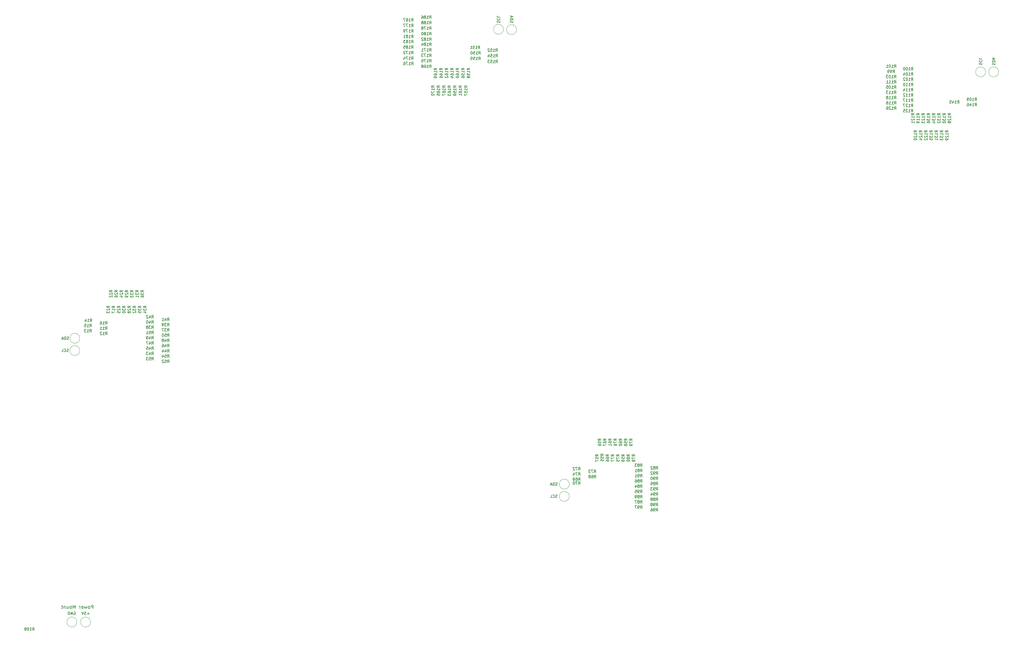
<source format=gbr>
%TF.GenerationSoftware,KiCad,Pcbnew,8.0.4*%
%TF.CreationDate,2025-01-31T11:16:02-08:00*%
%TF.ProjectId,traffic_paradise,74726166-6669-4635-9f70-617261646973,rev?*%
%TF.SameCoordinates,Original*%
%TF.FileFunction,Legend,Bot*%
%TF.FilePolarity,Positive*%
%FSLAX46Y46*%
G04 Gerber Fmt 4.6, Leading zero omitted, Abs format (unit mm)*
G04 Created by KiCad (PCBNEW 8.0.4) date 2025-01-31 11:16:02*
%MOMM*%
%LPD*%
G01*
G04 APERTURE LIST*
%ADD10C,0.150000*%
%ADD11C,0.200000*%
%ADD12C,0.120000*%
%ADD13C,1.524000*%
%ADD14C,0.650000*%
%ADD15O,2.100000X1.000000*%
%ADD16O,1.600000X1.000000*%
%ADD17C,2.500000*%
G04 APERTURE END LIST*
D10*
X85026381Y-106750200D02*
X84912095Y-106788295D01*
X84912095Y-106788295D02*
X84721619Y-106788295D01*
X84721619Y-106788295D02*
X84645428Y-106750200D01*
X84645428Y-106750200D02*
X84607333Y-106712104D01*
X84607333Y-106712104D02*
X84569238Y-106635914D01*
X84569238Y-106635914D02*
X84569238Y-106559723D01*
X84569238Y-106559723D02*
X84607333Y-106483533D01*
X84607333Y-106483533D02*
X84645428Y-106445438D01*
X84645428Y-106445438D02*
X84721619Y-106407342D01*
X84721619Y-106407342D02*
X84874000Y-106369247D01*
X84874000Y-106369247D02*
X84950190Y-106331152D01*
X84950190Y-106331152D02*
X84988285Y-106293057D01*
X84988285Y-106293057D02*
X85026381Y-106216866D01*
X85026381Y-106216866D02*
X85026381Y-106140676D01*
X85026381Y-106140676D02*
X84988285Y-106064485D01*
X84988285Y-106064485D02*
X84950190Y-106026390D01*
X84950190Y-106026390D02*
X84874000Y-105988295D01*
X84874000Y-105988295D02*
X84683523Y-105988295D01*
X84683523Y-105988295D02*
X84569238Y-106026390D01*
X83769237Y-106712104D02*
X83807333Y-106750200D01*
X83807333Y-106750200D02*
X83921618Y-106788295D01*
X83921618Y-106788295D02*
X83997809Y-106788295D01*
X83997809Y-106788295D02*
X84112095Y-106750200D01*
X84112095Y-106750200D02*
X84188285Y-106674009D01*
X84188285Y-106674009D02*
X84226380Y-106597819D01*
X84226380Y-106597819D02*
X84264476Y-106445438D01*
X84264476Y-106445438D02*
X84264476Y-106331152D01*
X84264476Y-106331152D02*
X84226380Y-106178771D01*
X84226380Y-106178771D02*
X84188285Y-106102580D01*
X84188285Y-106102580D02*
X84112095Y-106026390D01*
X84112095Y-106026390D02*
X83997809Y-105988295D01*
X83997809Y-105988295D02*
X83921618Y-105988295D01*
X83921618Y-105988295D02*
X83807333Y-106026390D01*
X83807333Y-106026390D02*
X83769237Y-106064485D01*
X83045428Y-106788295D02*
X83426380Y-106788295D01*
X83426380Y-106788295D02*
X83426380Y-105988295D01*
X354005800Y-23323428D02*
X353967704Y-23209142D01*
X353967704Y-23209142D02*
X353967704Y-23018666D01*
X353967704Y-23018666D02*
X354005800Y-22942475D01*
X354005800Y-22942475D02*
X354043895Y-22904380D01*
X354043895Y-22904380D02*
X354120085Y-22866285D01*
X354120085Y-22866285D02*
X354196276Y-22866285D01*
X354196276Y-22866285D02*
X354272466Y-22904380D01*
X354272466Y-22904380D02*
X354310561Y-22942475D01*
X354310561Y-22942475D02*
X354348657Y-23018666D01*
X354348657Y-23018666D02*
X354386752Y-23171047D01*
X354386752Y-23171047D02*
X354424847Y-23247237D01*
X354424847Y-23247237D02*
X354462942Y-23285332D01*
X354462942Y-23285332D02*
X354539133Y-23323428D01*
X354539133Y-23323428D02*
X354615323Y-23323428D01*
X354615323Y-23323428D02*
X354691514Y-23285332D01*
X354691514Y-23285332D02*
X354729609Y-23247237D01*
X354729609Y-23247237D02*
X354767704Y-23171047D01*
X354767704Y-23171047D02*
X354767704Y-22980570D01*
X354767704Y-22980570D02*
X354729609Y-22866285D01*
X353967704Y-22523427D02*
X354767704Y-22523427D01*
X354767704Y-22523427D02*
X354767704Y-22332951D01*
X354767704Y-22332951D02*
X354729609Y-22218665D01*
X354729609Y-22218665D02*
X354653419Y-22142475D01*
X354653419Y-22142475D02*
X354577228Y-22104380D01*
X354577228Y-22104380D02*
X354424847Y-22066284D01*
X354424847Y-22066284D02*
X354310561Y-22066284D01*
X354310561Y-22066284D02*
X354158180Y-22104380D01*
X354158180Y-22104380D02*
X354081990Y-22142475D01*
X354081990Y-22142475D02*
X354005800Y-22218665D01*
X354005800Y-22218665D02*
X353967704Y-22332951D01*
X353967704Y-22332951D02*
X353967704Y-22523427D01*
X354196276Y-21761523D02*
X354196276Y-21380570D01*
X353967704Y-21837713D02*
X354767704Y-21571046D01*
X354767704Y-21571046D02*
X353967704Y-21304380D01*
X227285428Y-145612200D02*
X227171142Y-145650295D01*
X227171142Y-145650295D02*
X226980666Y-145650295D01*
X226980666Y-145650295D02*
X226904475Y-145612200D01*
X226904475Y-145612200D02*
X226866380Y-145574104D01*
X226866380Y-145574104D02*
X226828285Y-145497914D01*
X226828285Y-145497914D02*
X226828285Y-145421723D01*
X226828285Y-145421723D02*
X226866380Y-145345533D01*
X226866380Y-145345533D02*
X226904475Y-145307438D01*
X226904475Y-145307438D02*
X226980666Y-145269342D01*
X226980666Y-145269342D02*
X227133047Y-145231247D01*
X227133047Y-145231247D02*
X227209237Y-145193152D01*
X227209237Y-145193152D02*
X227247332Y-145155057D01*
X227247332Y-145155057D02*
X227285428Y-145078866D01*
X227285428Y-145078866D02*
X227285428Y-145002676D01*
X227285428Y-145002676D02*
X227247332Y-144926485D01*
X227247332Y-144926485D02*
X227209237Y-144888390D01*
X227209237Y-144888390D02*
X227133047Y-144850295D01*
X227133047Y-144850295D02*
X226942570Y-144850295D01*
X226942570Y-144850295D02*
X226828285Y-144888390D01*
X226485427Y-145650295D02*
X226485427Y-144850295D01*
X226485427Y-144850295D02*
X226294951Y-144850295D01*
X226294951Y-144850295D02*
X226180665Y-144888390D01*
X226180665Y-144888390D02*
X226104475Y-144964580D01*
X226104475Y-144964580D02*
X226066380Y-145040771D01*
X226066380Y-145040771D02*
X226028284Y-145193152D01*
X226028284Y-145193152D02*
X226028284Y-145307438D01*
X226028284Y-145307438D02*
X226066380Y-145459819D01*
X226066380Y-145459819D02*
X226104475Y-145536009D01*
X226104475Y-145536009D02*
X226180665Y-145612200D01*
X226180665Y-145612200D02*
X226294951Y-145650295D01*
X226294951Y-145650295D02*
X226485427Y-145650295D01*
X225723523Y-145421723D02*
X225342570Y-145421723D01*
X225799713Y-145650295D02*
X225533046Y-144850295D01*
X225533046Y-144850295D02*
X225266380Y-145650295D01*
X227266381Y-149168200D02*
X227152095Y-149206295D01*
X227152095Y-149206295D02*
X226961619Y-149206295D01*
X226961619Y-149206295D02*
X226885428Y-149168200D01*
X226885428Y-149168200D02*
X226847333Y-149130104D01*
X226847333Y-149130104D02*
X226809238Y-149053914D01*
X226809238Y-149053914D02*
X226809238Y-148977723D01*
X226809238Y-148977723D02*
X226847333Y-148901533D01*
X226847333Y-148901533D02*
X226885428Y-148863438D01*
X226885428Y-148863438D02*
X226961619Y-148825342D01*
X226961619Y-148825342D02*
X227114000Y-148787247D01*
X227114000Y-148787247D02*
X227190190Y-148749152D01*
X227190190Y-148749152D02*
X227228285Y-148711057D01*
X227228285Y-148711057D02*
X227266381Y-148634866D01*
X227266381Y-148634866D02*
X227266381Y-148558676D01*
X227266381Y-148558676D02*
X227228285Y-148482485D01*
X227228285Y-148482485D02*
X227190190Y-148444390D01*
X227190190Y-148444390D02*
X227114000Y-148406295D01*
X227114000Y-148406295D02*
X226923523Y-148406295D01*
X226923523Y-148406295D02*
X226809238Y-148444390D01*
X226009237Y-149130104D02*
X226047333Y-149168200D01*
X226047333Y-149168200D02*
X226161618Y-149206295D01*
X226161618Y-149206295D02*
X226237809Y-149206295D01*
X226237809Y-149206295D02*
X226352095Y-149168200D01*
X226352095Y-149168200D02*
X226428285Y-149092009D01*
X226428285Y-149092009D02*
X226466380Y-149015819D01*
X226466380Y-149015819D02*
X226504476Y-148863438D01*
X226504476Y-148863438D02*
X226504476Y-148749152D01*
X226504476Y-148749152D02*
X226466380Y-148596771D01*
X226466380Y-148596771D02*
X226428285Y-148520580D01*
X226428285Y-148520580D02*
X226352095Y-148444390D01*
X226352095Y-148444390D02*
X226237809Y-148406295D01*
X226237809Y-148406295D02*
X226161618Y-148406295D01*
X226161618Y-148406295D02*
X226047333Y-148444390D01*
X226047333Y-148444390D02*
X226009237Y-148482485D01*
X225285428Y-149206295D02*
X225666380Y-149206295D01*
X225666380Y-149206295D02*
X225666380Y-148406295D01*
D11*
X92230326Y-181467219D02*
X92230326Y-180467219D01*
X92230326Y-180467219D02*
X91849374Y-180467219D01*
X91849374Y-180467219D02*
X91754136Y-180514838D01*
X91754136Y-180514838D02*
X91706517Y-180562457D01*
X91706517Y-180562457D02*
X91658898Y-180657695D01*
X91658898Y-180657695D02*
X91658898Y-180800552D01*
X91658898Y-180800552D02*
X91706517Y-180895790D01*
X91706517Y-180895790D02*
X91754136Y-180943409D01*
X91754136Y-180943409D02*
X91849374Y-180991028D01*
X91849374Y-180991028D02*
X92230326Y-180991028D01*
X91087469Y-181467219D02*
X91182707Y-181419600D01*
X91182707Y-181419600D02*
X91230326Y-181371980D01*
X91230326Y-181371980D02*
X91277945Y-181276742D01*
X91277945Y-181276742D02*
X91277945Y-180991028D01*
X91277945Y-180991028D02*
X91230326Y-180895790D01*
X91230326Y-180895790D02*
X91182707Y-180848171D01*
X91182707Y-180848171D02*
X91087469Y-180800552D01*
X91087469Y-180800552D02*
X90944612Y-180800552D01*
X90944612Y-180800552D02*
X90849374Y-180848171D01*
X90849374Y-180848171D02*
X90801755Y-180895790D01*
X90801755Y-180895790D02*
X90754136Y-180991028D01*
X90754136Y-180991028D02*
X90754136Y-181276742D01*
X90754136Y-181276742D02*
X90801755Y-181371980D01*
X90801755Y-181371980D02*
X90849374Y-181419600D01*
X90849374Y-181419600D02*
X90944612Y-181467219D01*
X90944612Y-181467219D02*
X91087469Y-181467219D01*
X90420802Y-180800552D02*
X90230326Y-181467219D01*
X90230326Y-181467219D02*
X90039850Y-180991028D01*
X90039850Y-180991028D02*
X89849374Y-181467219D01*
X89849374Y-181467219D02*
X89658898Y-180800552D01*
X88896993Y-181419600D02*
X88992231Y-181467219D01*
X88992231Y-181467219D02*
X89182707Y-181467219D01*
X89182707Y-181467219D02*
X89277945Y-181419600D01*
X89277945Y-181419600D02*
X89325564Y-181324361D01*
X89325564Y-181324361D02*
X89325564Y-180943409D01*
X89325564Y-180943409D02*
X89277945Y-180848171D01*
X89277945Y-180848171D02*
X89182707Y-180800552D01*
X89182707Y-180800552D02*
X88992231Y-180800552D01*
X88992231Y-180800552D02*
X88896993Y-180848171D01*
X88896993Y-180848171D02*
X88849374Y-180943409D01*
X88849374Y-180943409D02*
X88849374Y-181038647D01*
X88849374Y-181038647D02*
X89325564Y-181133885D01*
X88420802Y-181467219D02*
X88420802Y-180800552D01*
X88420802Y-180991028D02*
X88373183Y-180895790D01*
X88373183Y-180895790D02*
X88325564Y-180848171D01*
X88325564Y-180848171D02*
X88230326Y-180800552D01*
X88230326Y-180800552D02*
X88135088Y-180800552D01*
X87039849Y-181467219D02*
X87039849Y-180467219D01*
X87039849Y-180467219D02*
X86706516Y-181181504D01*
X86706516Y-181181504D02*
X86373183Y-180467219D01*
X86373183Y-180467219D02*
X86373183Y-181467219D01*
X85754135Y-181467219D02*
X85849373Y-181419600D01*
X85849373Y-181419600D02*
X85896992Y-181371980D01*
X85896992Y-181371980D02*
X85944611Y-181276742D01*
X85944611Y-181276742D02*
X85944611Y-180991028D01*
X85944611Y-180991028D02*
X85896992Y-180895790D01*
X85896992Y-180895790D02*
X85849373Y-180848171D01*
X85849373Y-180848171D02*
X85754135Y-180800552D01*
X85754135Y-180800552D02*
X85611278Y-180800552D01*
X85611278Y-180800552D02*
X85516040Y-180848171D01*
X85516040Y-180848171D02*
X85468421Y-180895790D01*
X85468421Y-180895790D02*
X85420802Y-180991028D01*
X85420802Y-180991028D02*
X85420802Y-181276742D01*
X85420802Y-181276742D02*
X85468421Y-181371980D01*
X85468421Y-181371980D02*
X85516040Y-181419600D01*
X85516040Y-181419600D02*
X85611278Y-181467219D01*
X85611278Y-181467219D02*
X85754135Y-181467219D01*
X84563659Y-180800552D02*
X84563659Y-181467219D01*
X84992230Y-180800552D02*
X84992230Y-181324361D01*
X84992230Y-181324361D02*
X84944611Y-181419600D01*
X84944611Y-181419600D02*
X84849373Y-181467219D01*
X84849373Y-181467219D02*
X84706516Y-181467219D01*
X84706516Y-181467219D02*
X84611278Y-181419600D01*
X84611278Y-181419600D02*
X84563659Y-181371980D01*
X84087468Y-180800552D02*
X84087468Y-181467219D01*
X84087468Y-180895790D02*
X84039849Y-180848171D01*
X84039849Y-180848171D02*
X83944611Y-180800552D01*
X83944611Y-180800552D02*
X83801754Y-180800552D01*
X83801754Y-180800552D02*
X83706516Y-180848171D01*
X83706516Y-180848171D02*
X83658897Y-180943409D01*
X83658897Y-180943409D02*
X83658897Y-181467219D01*
X83325563Y-180800552D02*
X82944611Y-180800552D01*
X83182706Y-180467219D02*
X83182706Y-181324361D01*
X83182706Y-181324361D02*
X83135087Y-181419600D01*
X83135087Y-181419600D02*
X83039849Y-181467219D01*
X83039849Y-181467219D02*
X82944611Y-181467219D01*
D10*
X85045428Y-103194200D02*
X84931142Y-103232295D01*
X84931142Y-103232295D02*
X84740666Y-103232295D01*
X84740666Y-103232295D02*
X84664475Y-103194200D01*
X84664475Y-103194200D02*
X84626380Y-103156104D01*
X84626380Y-103156104D02*
X84588285Y-103079914D01*
X84588285Y-103079914D02*
X84588285Y-103003723D01*
X84588285Y-103003723D02*
X84626380Y-102927533D01*
X84626380Y-102927533D02*
X84664475Y-102889438D01*
X84664475Y-102889438D02*
X84740666Y-102851342D01*
X84740666Y-102851342D02*
X84893047Y-102813247D01*
X84893047Y-102813247D02*
X84969237Y-102775152D01*
X84969237Y-102775152D02*
X85007332Y-102737057D01*
X85007332Y-102737057D02*
X85045428Y-102660866D01*
X85045428Y-102660866D02*
X85045428Y-102584676D01*
X85045428Y-102584676D02*
X85007332Y-102508485D01*
X85007332Y-102508485D02*
X84969237Y-102470390D01*
X84969237Y-102470390D02*
X84893047Y-102432295D01*
X84893047Y-102432295D02*
X84702570Y-102432295D01*
X84702570Y-102432295D02*
X84588285Y-102470390D01*
X84245427Y-103232295D02*
X84245427Y-102432295D01*
X84245427Y-102432295D02*
X84054951Y-102432295D01*
X84054951Y-102432295D02*
X83940665Y-102470390D01*
X83940665Y-102470390D02*
X83864475Y-102546580D01*
X83864475Y-102546580D02*
X83826380Y-102622771D01*
X83826380Y-102622771D02*
X83788284Y-102775152D01*
X83788284Y-102775152D02*
X83788284Y-102889438D01*
X83788284Y-102889438D02*
X83826380Y-103041819D01*
X83826380Y-103041819D02*
X83864475Y-103118009D01*
X83864475Y-103118009D02*
X83940665Y-103194200D01*
X83940665Y-103194200D02*
X84054951Y-103232295D01*
X84054951Y-103232295D02*
X84245427Y-103232295D01*
X83483523Y-103003723D02*
X83102570Y-103003723D01*
X83559713Y-103232295D02*
X83293046Y-102432295D01*
X83293046Y-102432295D02*
X83026380Y-103232295D01*
X209875800Y-11052381D02*
X209837704Y-10938095D01*
X209837704Y-10938095D02*
X209837704Y-10747619D01*
X209837704Y-10747619D02*
X209875800Y-10671428D01*
X209875800Y-10671428D02*
X209913895Y-10633333D01*
X209913895Y-10633333D02*
X209990085Y-10595238D01*
X209990085Y-10595238D02*
X210066276Y-10595238D01*
X210066276Y-10595238D02*
X210142466Y-10633333D01*
X210142466Y-10633333D02*
X210180561Y-10671428D01*
X210180561Y-10671428D02*
X210218657Y-10747619D01*
X210218657Y-10747619D02*
X210256752Y-10900000D01*
X210256752Y-10900000D02*
X210294847Y-10976190D01*
X210294847Y-10976190D02*
X210332942Y-11014285D01*
X210332942Y-11014285D02*
X210409133Y-11052381D01*
X210409133Y-11052381D02*
X210485323Y-11052381D01*
X210485323Y-11052381D02*
X210561514Y-11014285D01*
X210561514Y-11014285D02*
X210599609Y-10976190D01*
X210599609Y-10976190D02*
X210637704Y-10900000D01*
X210637704Y-10900000D02*
X210637704Y-10709523D01*
X210637704Y-10709523D02*
X210599609Y-10595238D01*
X209913895Y-9795237D02*
X209875800Y-9833333D01*
X209875800Y-9833333D02*
X209837704Y-9947618D01*
X209837704Y-9947618D02*
X209837704Y-10023809D01*
X209837704Y-10023809D02*
X209875800Y-10138095D01*
X209875800Y-10138095D02*
X209951990Y-10214285D01*
X209951990Y-10214285D02*
X210028180Y-10252380D01*
X210028180Y-10252380D02*
X210180561Y-10290476D01*
X210180561Y-10290476D02*
X210294847Y-10290476D01*
X210294847Y-10290476D02*
X210447228Y-10252380D01*
X210447228Y-10252380D02*
X210523419Y-10214285D01*
X210523419Y-10214285D02*
X210599609Y-10138095D01*
X210599609Y-10138095D02*
X210637704Y-10023809D01*
X210637704Y-10023809D02*
X210637704Y-9947618D01*
X210637704Y-9947618D02*
X210599609Y-9833333D01*
X210599609Y-9833333D02*
X210561514Y-9795237D01*
X209837704Y-9071428D02*
X209837704Y-9452380D01*
X209837704Y-9452380D02*
X210637704Y-9452380D01*
X213675800Y-11071428D02*
X213637704Y-10957142D01*
X213637704Y-10957142D02*
X213637704Y-10766666D01*
X213637704Y-10766666D02*
X213675800Y-10690475D01*
X213675800Y-10690475D02*
X213713895Y-10652380D01*
X213713895Y-10652380D02*
X213790085Y-10614285D01*
X213790085Y-10614285D02*
X213866276Y-10614285D01*
X213866276Y-10614285D02*
X213942466Y-10652380D01*
X213942466Y-10652380D02*
X213980561Y-10690475D01*
X213980561Y-10690475D02*
X214018657Y-10766666D01*
X214018657Y-10766666D02*
X214056752Y-10919047D01*
X214056752Y-10919047D02*
X214094847Y-10995237D01*
X214094847Y-10995237D02*
X214132942Y-11033332D01*
X214132942Y-11033332D02*
X214209133Y-11071428D01*
X214209133Y-11071428D02*
X214285323Y-11071428D01*
X214285323Y-11071428D02*
X214361514Y-11033332D01*
X214361514Y-11033332D02*
X214399609Y-10995237D01*
X214399609Y-10995237D02*
X214437704Y-10919047D01*
X214437704Y-10919047D02*
X214437704Y-10728570D01*
X214437704Y-10728570D02*
X214399609Y-10614285D01*
X213637704Y-10271427D02*
X214437704Y-10271427D01*
X214437704Y-10271427D02*
X214437704Y-10080951D01*
X214437704Y-10080951D02*
X214399609Y-9966665D01*
X214399609Y-9966665D02*
X214323419Y-9890475D01*
X214323419Y-9890475D02*
X214247228Y-9852380D01*
X214247228Y-9852380D02*
X214094847Y-9814284D01*
X214094847Y-9814284D02*
X213980561Y-9814284D01*
X213980561Y-9814284D02*
X213828180Y-9852380D01*
X213828180Y-9852380D02*
X213751990Y-9890475D01*
X213751990Y-9890475D02*
X213675800Y-9966665D01*
X213675800Y-9966665D02*
X213637704Y-10080951D01*
X213637704Y-10080951D02*
X213637704Y-10271427D01*
X213866276Y-9509523D02*
X213866276Y-9128570D01*
X213637704Y-9585713D02*
X214437704Y-9319046D01*
X214437704Y-9319046D02*
X213637704Y-9052380D01*
X91071570Y-182937533D02*
X90462047Y-182937533D01*
X90766808Y-183242295D02*
X90766808Y-182632771D01*
X89700142Y-182442295D02*
X90081094Y-182442295D01*
X90081094Y-182442295D02*
X90119190Y-182823247D01*
X90119190Y-182823247D02*
X90081094Y-182785152D01*
X90081094Y-182785152D02*
X90004904Y-182747057D01*
X90004904Y-182747057D02*
X89814428Y-182747057D01*
X89814428Y-182747057D02*
X89738237Y-182785152D01*
X89738237Y-182785152D02*
X89700142Y-182823247D01*
X89700142Y-182823247D02*
X89662047Y-182899438D01*
X89662047Y-182899438D02*
X89662047Y-183089914D01*
X89662047Y-183089914D02*
X89700142Y-183166104D01*
X89700142Y-183166104D02*
X89738237Y-183204200D01*
X89738237Y-183204200D02*
X89814428Y-183242295D01*
X89814428Y-183242295D02*
X90004904Y-183242295D01*
X90004904Y-183242295D02*
X90081094Y-183204200D01*
X90081094Y-183204200D02*
X90119190Y-183166104D01*
X89433475Y-182442295D02*
X89166808Y-183242295D01*
X89166808Y-183242295D02*
X88900142Y-182442295D01*
X350195800Y-23304381D02*
X350157704Y-23190095D01*
X350157704Y-23190095D02*
X350157704Y-22999619D01*
X350157704Y-22999619D02*
X350195800Y-22923428D01*
X350195800Y-22923428D02*
X350233895Y-22885333D01*
X350233895Y-22885333D02*
X350310085Y-22847238D01*
X350310085Y-22847238D02*
X350386276Y-22847238D01*
X350386276Y-22847238D02*
X350462466Y-22885333D01*
X350462466Y-22885333D02*
X350500561Y-22923428D01*
X350500561Y-22923428D02*
X350538657Y-22999619D01*
X350538657Y-22999619D02*
X350576752Y-23152000D01*
X350576752Y-23152000D02*
X350614847Y-23228190D01*
X350614847Y-23228190D02*
X350652942Y-23266285D01*
X350652942Y-23266285D02*
X350729133Y-23304381D01*
X350729133Y-23304381D02*
X350805323Y-23304381D01*
X350805323Y-23304381D02*
X350881514Y-23266285D01*
X350881514Y-23266285D02*
X350919609Y-23228190D01*
X350919609Y-23228190D02*
X350957704Y-23152000D01*
X350957704Y-23152000D02*
X350957704Y-22961523D01*
X350957704Y-22961523D02*
X350919609Y-22847238D01*
X350233895Y-22047237D02*
X350195800Y-22085333D01*
X350195800Y-22085333D02*
X350157704Y-22199618D01*
X350157704Y-22199618D02*
X350157704Y-22275809D01*
X350157704Y-22275809D02*
X350195800Y-22390095D01*
X350195800Y-22390095D02*
X350271990Y-22466285D01*
X350271990Y-22466285D02*
X350348180Y-22504380D01*
X350348180Y-22504380D02*
X350500561Y-22542476D01*
X350500561Y-22542476D02*
X350614847Y-22542476D01*
X350614847Y-22542476D02*
X350767228Y-22504380D01*
X350767228Y-22504380D02*
X350843419Y-22466285D01*
X350843419Y-22466285D02*
X350919609Y-22390095D01*
X350919609Y-22390095D02*
X350957704Y-22275809D01*
X350957704Y-22275809D02*
X350957704Y-22199618D01*
X350957704Y-22199618D02*
X350919609Y-22085333D01*
X350919609Y-22085333D02*
X350881514Y-22047237D01*
X350157704Y-21323428D02*
X350157704Y-21704380D01*
X350157704Y-21704380D02*
X350957704Y-21704380D01*
X86588523Y-182480390D02*
X86664713Y-182442295D01*
X86664713Y-182442295D02*
X86778999Y-182442295D01*
X86778999Y-182442295D02*
X86893285Y-182480390D01*
X86893285Y-182480390D02*
X86969475Y-182556580D01*
X86969475Y-182556580D02*
X87007570Y-182632771D01*
X87007570Y-182632771D02*
X87045666Y-182785152D01*
X87045666Y-182785152D02*
X87045666Y-182899438D01*
X87045666Y-182899438D02*
X87007570Y-183051819D01*
X87007570Y-183051819D02*
X86969475Y-183128009D01*
X86969475Y-183128009D02*
X86893285Y-183204200D01*
X86893285Y-183204200D02*
X86778999Y-183242295D01*
X86778999Y-183242295D02*
X86702808Y-183242295D01*
X86702808Y-183242295D02*
X86588523Y-183204200D01*
X86588523Y-183204200D02*
X86550427Y-183166104D01*
X86550427Y-183166104D02*
X86550427Y-182899438D01*
X86550427Y-182899438D02*
X86702808Y-182899438D01*
X86207570Y-183242295D02*
X86207570Y-182442295D01*
X86207570Y-182442295D02*
X85750427Y-183242295D01*
X85750427Y-183242295D02*
X85750427Y-182442295D01*
X85369475Y-183242295D02*
X85369475Y-182442295D01*
X85369475Y-182442295D02*
X85178999Y-182442295D01*
X85178999Y-182442295D02*
X85064713Y-182480390D01*
X85064713Y-182480390D02*
X84988523Y-182556580D01*
X84988523Y-182556580D02*
X84950428Y-182632771D01*
X84950428Y-182632771D02*
X84912332Y-182785152D01*
X84912332Y-182785152D02*
X84912332Y-182899438D01*
X84912332Y-182899438D02*
X84950428Y-183051819D01*
X84950428Y-183051819D02*
X84988523Y-183128009D01*
X84988523Y-183128009D02*
X85064713Y-183204200D01*
X85064713Y-183204200D02*
X85178999Y-183242295D01*
X85178999Y-183242295D02*
X85369475Y-183242295D01*
X184870237Y-16962295D02*
X185136904Y-16581342D01*
X185327380Y-16962295D02*
X185327380Y-16162295D01*
X185327380Y-16162295D02*
X185022618Y-16162295D01*
X185022618Y-16162295D02*
X184946428Y-16200390D01*
X184946428Y-16200390D02*
X184908333Y-16238485D01*
X184908333Y-16238485D02*
X184870237Y-16314676D01*
X184870237Y-16314676D02*
X184870237Y-16428961D01*
X184870237Y-16428961D02*
X184908333Y-16505152D01*
X184908333Y-16505152D02*
X184946428Y-16543247D01*
X184946428Y-16543247D02*
X185022618Y-16581342D01*
X185022618Y-16581342D02*
X185327380Y-16581342D01*
X184108333Y-16962295D02*
X184565476Y-16962295D01*
X184336904Y-16962295D02*
X184336904Y-16162295D01*
X184336904Y-16162295D02*
X184413095Y-16276580D01*
X184413095Y-16276580D02*
X184489285Y-16352771D01*
X184489285Y-16352771D02*
X184565476Y-16390866D01*
X183651190Y-16505152D02*
X183727380Y-16467057D01*
X183727380Y-16467057D02*
X183765475Y-16428961D01*
X183765475Y-16428961D02*
X183803571Y-16352771D01*
X183803571Y-16352771D02*
X183803571Y-16314676D01*
X183803571Y-16314676D02*
X183765475Y-16238485D01*
X183765475Y-16238485D02*
X183727380Y-16200390D01*
X183727380Y-16200390D02*
X183651190Y-16162295D01*
X183651190Y-16162295D02*
X183498809Y-16162295D01*
X183498809Y-16162295D02*
X183422618Y-16200390D01*
X183422618Y-16200390D02*
X183384523Y-16238485D01*
X183384523Y-16238485D02*
X183346428Y-16314676D01*
X183346428Y-16314676D02*
X183346428Y-16352771D01*
X183346428Y-16352771D02*
X183384523Y-16428961D01*
X183384523Y-16428961D02*
X183422618Y-16467057D01*
X183422618Y-16467057D02*
X183498809Y-16505152D01*
X183498809Y-16505152D02*
X183651190Y-16505152D01*
X183651190Y-16505152D02*
X183727380Y-16543247D01*
X183727380Y-16543247D02*
X183765475Y-16581342D01*
X183765475Y-16581342D02*
X183803571Y-16657533D01*
X183803571Y-16657533D02*
X183803571Y-16809914D01*
X183803571Y-16809914D02*
X183765475Y-16886104D01*
X183765475Y-16886104D02*
X183727380Y-16924200D01*
X183727380Y-16924200D02*
X183651190Y-16962295D01*
X183651190Y-16962295D02*
X183498809Y-16962295D01*
X183498809Y-16962295D02*
X183422618Y-16924200D01*
X183422618Y-16924200D02*
X183384523Y-16886104D01*
X183384523Y-16886104D02*
X183346428Y-16809914D01*
X183346428Y-16809914D02*
X183346428Y-16657533D01*
X183346428Y-16657533D02*
X183384523Y-16581342D01*
X183384523Y-16581342D02*
X183422618Y-16543247D01*
X183422618Y-16543247D02*
X183498809Y-16505152D01*
X183079761Y-16162295D02*
X182584523Y-16162295D01*
X182584523Y-16162295D02*
X182851189Y-16467057D01*
X182851189Y-16467057D02*
X182736904Y-16467057D01*
X182736904Y-16467057D02*
X182660713Y-16505152D01*
X182660713Y-16505152D02*
X182622618Y-16543247D01*
X182622618Y-16543247D02*
X182584523Y-16619438D01*
X182584523Y-16619438D02*
X182584523Y-16809914D01*
X182584523Y-16809914D02*
X182622618Y-16886104D01*
X182622618Y-16886104D02*
X182660713Y-16924200D01*
X182660713Y-16924200D02*
X182736904Y-16962295D01*
X182736904Y-16962295D02*
X182965475Y-16962295D01*
X182965475Y-16962295D02*
X183041666Y-16924200D01*
X183041666Y-16924200D02*
X183079761Y-16886104D01*
X195462295Y-24814762D02*
X195081342Y-24548095D01*
X195462295Y-24357619D02*
X194662295Y-24357619D01*
X194662295Y-24357619D02*
X194662295Y-24662381D01*
X194662295Y-24662381D02*
X194700390Y-24738571D01*
X194700390Y-24738571D02*
X194738485Y-24776666D01*
X194738485Y-24776666D02*
X194814676Y-24814762D01*
X194814676Y-24814762D02*
X194928961Y-24814762D01*
X194928961Y-24814762D02*
X195005152Y-24776666D01*
X195005152Y-24776666D02*
X195043247Y-24738571D01*
X195043247Y-24738571D02*
X195081342Y-24662381D01*
X195081342Y-24662381D02*
X195081342Y-24357619D01*
X195462295Y-25576666D02*
X195462295Y-25119523D01*
X195462295Y-25348095D02*
X194662295Y-25348095D01*
X194662295Y-25348095D02*
X194776580Y-25271904D01*
X194776580Y-25271904D02*
X194852771Y-25195714D01*
X194852771Y-25195714D02*
X194890866Y-25119523D01*
X194662295Y-26262381D02*
X194662295Y-26110000D01*
X194662295Y-26110000D02*
X194700390Y-26033809D01*
X194700390Y-26033809D02*
X194738485Y-25995714D01*
X194738485Y-25995714D02*
X194852771Y-25919524D01*
X194852771Y-25919524D02*
X195005152Y-25881428D01*
X195005152Y-25881428D02*
X195309914Y-25881428D01*
X195309914Y-25881428D02*
X195386104Y-25919524D01*
X195386104Y-25919524D02*
X195424200Y-25957619D01*
X195424200Y-25957619D02*
X195462295Y-26033809D01*
X195462295Y-26033809D02*
X195462295Y-26186190D01*
X195462295Y-26186190D02*
X195424200Y-26262381D01*
X195424200Y-26262381D02*
X195386104Y-26300476D01*
X195386104Y-26300476D02*
X195309914Y-26338571D01*
X195309914Y-26338571D02*
X195119438Y-26338571D01*
X195119438Y-26338571D02*
X195043247Y-26300476D01*
X195043247Y-26300476D02*
X195005152Y-26262381D01*
X195005152Y-26262381D02*
X194967057Y-26186190D01*
X194967057Y-26186190D02*
X194967057Y-26033809D01*
X194967057Y-26033809D02*
X195005152Y-25957619D01*
X195005152Y-25957619D02*
X195043247Y-25919524D01*
X195043247Y-25919524D02*
X195119438Y-25881428D01*
X194738485Y-26643333D02*
X194700390Y-26681429D01*
X194700390Y-26681429D02*
X194662295Y-26757619D01*
X194662295Y-26757619D02*
X194662295Y-26948095D01*
X194662295Y-26948095D02*
X194700390Y-27024286D01*
X194700390Y-27024286D02*
X194738485Y-27062381D01*
X194738485Y-27062381D02*
X194814676Y-27100476D01*
X194814676Y-27100476D02*
X194890866Y-27100476D01*
X194890866Y-27100476D02*
X195005152Y-27062381D01*
X195005152Y-27062381D02*
X195462295Y-26605238D01*
X195462295Y-26605238D02*
X195462295Y-27100476D01*
X332721295Y-37966762D02*
X332340342Y-37700095D01*
X332721295Y-37509619D02*
X331921295Y-37509619D01*
X331921295Y-37509619D02*
X331921295Y-37814381D01*
X331921295Y-37814381D02*
X331959390Y-37890571D01*
X331959390Y-37890571D02*
X331997485Y-37928666D01*
X331997485Y-37928666D02*
X332073676Y-37966762D01*
X332073676Y-37966762D02*
X332187961Y-37966762D01*
X332187961Y-37966762D02*
X332264152Y-37928666D01*
X332264152Y-37928666D02*
X332302247Y-37890571D01*
X332302247Y-37890571D02*
X332340342Y-37814381D01*
X332340342Y-37814381D02*
X332340342Y-37509619D01*
X332721295Y-38728666D02*
X332721295Y-38271523D01*
X332721295Y-38500095D02*
X331921295Y-38500095D01*
X331921295Y-38500095D02*
X332035580Y-38423904D01*
X332035580Y-38423904D02*
X332111771Y-38347714D01*
X332111771Y-38347714D02*
X332149866Y-38271523D01*
X332721295Y-39490571D02*
X332721295Y-39033428D01*
X332721295Y-39262000D02*
X331921295Y-39262000D01*
X331921295Y-39262000D02*
X332035580Y-39185809D01*
X332035580Y-39185809D02*
X332111771Y-39109619D01*
X332111771Y-39109619D02*
X332149866Y-39033428D01*
X332721295Y-39871524D02*
X332721295Y-40023905D01*
X332721295Y-40023905D02*
X332683200Y-40100095D01*
X332683200Y-40100095D02*
X332645104Y-40138191D01*
X332645104Y-40138191D02*
X332530819Y-40214381D01*
X332530819Y-40214381D02*
X332378438Y-40252476D01*
X332378438Y-40252476D02*
X332073676Y-40252476D01*
X332073676Y-40252476D02*
X331997485Y-40214381D01*
X331997485Y-40214381D02*
X331959390Y-40176286D01*
X331959390Y-40176286D02*
X331921295Y-40100095D01*
X331921295Y-40100095D02*
X331921295Y-39947714D01*
X331921295Y-39947714D02*
X331959390Y-39871524D01*
X331959390Y-39871524D02*
X331997485Y-39833429D01*
X331997485Y-39833429D02*
X332073676Y-39795333D01*
X332073676Y-39795333D02*
X332264152Y-39795333D01*
X332264152Y-39795333D02*
X332340342Y-39833429D01*
X332340342Y-39833429D02*
X332378438Y-39871524D01*
X332378438Y-39871524D02*
X332416533Y-39947714D01*
X332416533Y-39947714D02*
X332416533Y-40100095D01*
X332416533Y-40100095D02*
X332378438Y-40176286D01*
X332378438Y-40176286D02*
X332340342Y-40214381D01*
X332340342Y-40214381D02*
X332264152Y-40252476D01*
X341103295Y-42919762D02*
X340722342Y-42653095D01*
X341103295Y-42462619D02*
X340303295Y-42462619D01*
X340303295Y-42462619D02*
X340303295Y-42767381D01*
X340303295Y-42767381D02*
X340341390Y-42843571D01*
X340341390Y-42843571D02*
X340379485Y-42881666D01*
X340379485Y-42881666D02*
X340455676Y-42919762D01*
X340455676Y-42919762D02*
X340569961Y-42919762D01*
X340569961Y-42919762D02*
X340646152Y-42881666D01*
X340646152Y-42881666D02*
X340684247Y-42843571D01*
X340684247Y-42843571D02*
X340722342Y-42767381D01*
X340722342Y-42767381D02*
X340722342Y-42462619D01*
X341103295Y-43681666D02*
X341103295Y-43224523D01*
X341103295Y-43453095D02*
X340303295Y-43453095D01*
X340303295Y-43453095D02*
X340417580Y-43376904D01*
X340417580Y-43376904D02*
X340493771Y-43300714D01*
X340493771Y-43300714D02*
X340531866Y-43224523D01*
X340379485Y-43986428D02*
X340341390Y-44024524D01*
X340341390Y-44024524D02*
X340303295Y-44100714D01*
X340303295Y-44100714D02*
X340303295Y-44291190D01*
X340303295Y-44291190D02*
X340341390Y-44367381D01*
X340341390Y-44367381D02*
X340379485Y-44405476D01*
X340379485Y-44405476D02*
X340455676Y-44443571D01*
X340455676Y-44443571D02*
X340531866Y-44443571D01*
X340531866Y-44443571D02*
X340646152Y-44405476D01*
X340646152Y-44405476D02*
X341103295Y-43948333D01*
X341103295Y-43948333D02*
X341103295Y-44443571D01*
X341103295Y-44824524D02*
X341103295Y-44976905D01*
X341103295Y-44976905D02*
X341065200Y-45053095D01*
X341065200Y-45053095D02*
X341027104Y-45091191D01*
X341027104Y-45091191D02*
X340912819Y-45167381D01*
X340912819Y-45167381D02*
X340760438Y-45205476D01*
X340760438Y-45205476D02*
X340455676Y-45205476D01*
X340455676Y-45205476D02*
X340379485Y-45167381D01*
X340379485Y-45167381D02*
X340341390Y-45129286D01*
X340341390Y-45129286D02*
X340303295Y-45053095D01*
X340303295Y-45053095D02*
X340303295Y-44900714D01*
X340303295Y-44900714D02*
X340341390Y-44824524D01*
X340341390Y-44824524D02*
X340379485Y-44786429D01*
X340379485Y-44786429D02*
X340455676Y-44748333D01*
X340455676Y-44748333D02*
X340646152Y-44748333D01*
X340646152Y-44748333D02*
X340722342Y-44786429D01*
X340722342Y-44786429D02*
X340760438Y-44824524D01*
X340760438Y-44824524D02*
X340798533Y-44900714D01*
X340798533Y-44900714D02*
X340798533Y-45053095D01*
X340798533Y-45053095D02*
X340760438Y-45129286D01*
X340760438Y-45129286D02*
X340722342Y-45167381D01*
X340722342Y-45167381D02*
X340646152Y-45205476D01*
X239249295Y-137153714D02*
X238868342Y-136887047D01*
X239249295Y-136696571D02*
X238449295Y-136696571D01*
X238449295Y-136696571D02*
X238449295Y-137001333D01*
X238449295Y-137001333D02*
X238487390Y-137077523D01*
X238487390Y-137077523D02*
X238525485Y-137115618D01*
X238525485Y-137115618D02*
X238601676Y-137153714D01*
X238601676Y-137153714D02*
X238715961Y-137153714D01*
X238715961Y-137153714D02*
X238792152Y-137115618D01*
X238792152Y-137115618D02*
X238830247Y-137077523D01*
X238830247Y-137077523D02*
X238868342Y-137001333D01*
X238868342Y-137001333D02*
X238868342Y-136696571D01*
X238449295Y-137877523D02*
X238449295Y-137496571D01*
X238449295Y-137496571D02*
X238830247Y-137458475D01*
X238830247Y-137458475D02*
X238792152Y-137496571D01*
X238792152Y-137496571D02*
X238754057Y-137572761D01*
X238754057Y-137572761D02*
X238754057Y-137763237D01*
X238754057Y-137763237D02*
X238792152Y-137839428D01*
X238792152Y-137839428D02*
X238830247Y-137877523D01*
X238830247Y-137877523D02*
X238906438Y-137915618D01*
X238906438Y-137915618D02*
X239096914Y-137915618D01*
X239096914Y-137915618D02*
X239173104Y-137877523D01*
X239173104Y-137877523D02*
X239211200Y-137839428D01*
X239211200Y-137839428D02*
X239249295Y-137763237D01*
X239249295Y-137763237D02*
X239249295Y-137572761D01*
X239249295Y-137572761D02*
X239211200Y-137496571D01*
X239211200Y-137496571D02*
X239173104Y-137458475D01*
X238449295Y-138182285D02*
X238449295Y-138715619D01*
X238449295Y-138715619D02*
X239249295Y-138372761D01*
X184860237Y-21762295D02*
X185126904Y-21381342D01*
X185317380Y-21762295D02*
X185317380Y-20962295D01*
X185317380Y-20962295D02*
X185012618Y-20962295D01*
X185012618Y-20962295D02*
X184936428Y-21000390D01*
X184936428Y-21000390D02*
X184898333Y-21038485D01*
X184898333Y-21038485D02*
X184860237Y-21114676D01*
X184860237Y-21114676D02*
X184860237Y-21228961D01*
X184860237Y-21228961D02*
X184898333Y-21305152D01*
X184898333Y-21305152D02*
X184936428Y-21343247D01*
X184936428Y-21343247D02*
X185012618Y-21381342D01*
X185012618Y-21381342D02*
X185317380Y-21381342D01*
X184098333Y-21762295D02*
X184555476Y-21762295D01*
X184326904Y-21762295D02*
X184326904Y-20962295D01*
X184326904Y-20962295D02*
X184403095Y-21076580D01*
X184403095Y-21076580D02*
X184479285Y-21152771D01*
X184479285Y-21152771D02*
X184555476Y-21190866D01*
X183831666Y-20962295D02*
X183298332Y-20962295D01*
X183298332Y-20962295D02*
X183641190Y-21762295D01*
X182650713Y-21228961D02*
X182650713Y-21762295D01*
X182841189Y-20924200D02*
X183031666Y-21495628D01*
X183031666Y-21495628D02*
X182536427Y-21495628D01*
X95764285Y-101835295D02*
X96030952Y-101454342D01*
X96221428Y-101835295D02*
X96221428Y-101035295D01*
X96221428Y-101035295D02*
X95916666Y-101035295D01*
X95916666Y-101035295D02*
X95840476Y-101073390D01*
X95840476Y-101073390D02*
X95802381Y-101111485D01*
X95802381Y-101111485D02*
X95764285Y-101187676D01*
X95764285Y-101187676D02*
X95764285Y-101301961D01*
X95764285Y-101301961D02*
X95802381Y-101378152D01*
X95802381Y-101378152D02*
X95840476Y-101416247D01*
X95840476Y-101416247D02*
X95916666Y-101454342D01*
X95916666Y-101454342D02*
X96221428Y-101454342D01*
X95002381Y-101835295D02*
X95459524Y-101835295D01*
X95230952Y-101835295D02*
X95230952Y-101035295D01*
X95230952Y-101035295D02*
X95307143Y-101149580D01*
X95307143Y-101149580D02*
X95383333Y-101225771D01*
X95383333Y-101225771D02*
X95459524Y-101263866D01*
X94697619Y-101111485D02*
X94659523Y-101073390D01*
X94659523Y-101073390D02*
X94583333Y-101035295D01*
X94583333Y-101035295D02*
X94392857Y-101035295D01*
X94392857Y-101035295D02*
X94316666Y-101073390D01*
X94316666Y-101073390D02*
X94278571Y-101111485D01*
X94278571Y-101111485D02*
X94240476Y-101187676D01*
X94240476Y-101187676D02*
X94240476Y-101263866D01*
X94240476Y-101263866D02*
X94278571Y-101378152D01*
X94278571Y-101378152D02*
X94735714Y-101835295D01*
X94735714Y-101835295D02*
X94240476Y-101835295D01*
X109226285Y-97009295D02*
X109492952Y-96628342D01*
X109683428Y-97009295D02*
X109683428Y-96209295D01*
X109683428Y-96209295D02*
X109378666Y-96209295D01*
X109378666Y-96209295D02*
X109302476Y-96247390D01*
X109302476Y-96247390D02*
X109264381Y-96285485D01*
X109264381Y-96285485D02*
X109226285Y-96361676D01*
X109226285Y-96361676D02*
X109226285Y-96475961D01*
X109226285Y-96475961D02*
X109264381Y-96552152D01*
X109264381Y-96552152D02*
X109302476Y-96590247D01*
X109302476Y-96590247D02*
X109378666Y-96628342D01*
X109378666Y-96628342D02*
X109683428Y-96628342D01*
X108540571Y-96475961D02*
X108540571Y-97009295D01*
X108731047Y-96171200D02*
X108921524Y-96742628D01*
X108921524Y-96742628D02*
X108426285Y-96742628D01*
X108159619Y-96285485D02*
X108121523Y-96247390D01*
X108121523Y-96247390D02*
X108045333Y-96209295D01*
X108045333Y-96209295D02*
X107854857Y-96209295D01*
X107854857Y-96209295D02*
X107778666Y-96247390D01*
X107778666Y-96247390D02*
X107740571Y-96285485D01*
X107740571Y-96285485D02*
X107702476Y-96361676D01*
X107702476Y-96361676D02*
X107702476Y-96437866D01*
X107702476Y-96437866D02*
X107740571Y-96552152D01*
X107740571Y-96552152D02*
X108197714Y-97009295D01*
X108197714Y-97009295D02*
X107702476Y-97009295D01*
X197062295Y-24814762D02*
X196681342Y-24548095D01*
X197062295Y-24357619D02*
X196262295Y-24357619D01*
X196262295Y-24357619D02*
X196262295Y-24662381D01*
X196262295Y-24662381D02*
X196300390Y-24738571D01*
X196300390Y-24738571D02*
X196338485Y-24776666D01*
X196338485Y-24776666D02*
X196414676Y-24814762D01*
X196414676Y-24814762D02*
X196528961Y-24814762D01*
X196528961Y-24814762D02*
X196605152Y-24776666D01*
X196605152Y-24776666D02*
X196643247Y-24738571D01*
X196643247Y-24738571D02*
X196681342Y-24662381D01*
X196681342Y-24662381D02*
X196681342Y-24357619D01*
X197062295Y-25576666D02*
X197062295Y-25119523D01*
X197062295Y-25348095D02*
X196262295Y-25348095D01*
X196262295Y-25348095D02*
X196376580Y-25271904D01*
X196376580Y-25271904D02*
X196452771Y-25195714D01*
X196452771Y-25195714D02*
X196490866Y-25119523D01*
X196262295Y-26262381D02*
X196262295Y-26110000D01*
X196262295Y-26110000D02*
X196300390Y-26033809D01*
X196300390Y-26033809D02*
X196338485Y-25995714D01*
X196338485Y-25995714D02*
X196452771Y-25919524D01*
X196452771Y-25919524D02*
X196605152Y-25881428D01*
X196605152Y-25881428D02*
X196909914Y-25881428D01*
X196909914Y-25881428D02*
X196986104Y-25919524D01*
X196986104Y-25919524D02*
X197024200Y-25957619D01*
X197024200Y-25957619D02*
X197062295Y-26033809D01*
X197062295Y-26033809D02*
X197062295Y-26186190D01*
X197062295Y-26186190D02*
X197024200Y-26262381D01*
X197024200Y-26262381D02*
X196986104Y-26300476D01*
X196986104Y-26300476D02*
X196909914Y-26338571D01*
X196909914Y-26338571D02*
X196719438Y-26338571D01*
X196719438Y-26338571D02*
X196643247Y-26300476D01*
X196643247Y-26300476D02*
X196605152Y-26262381D01*
X196605152Y-26262381D02*
X196567057Y-26186190D01*
X196567057Y-26186190D02*
X196567057Y-26033809D01*
X196567057Y-26033809D02*
X196605152Y-25957619D01*
X196605152Y-25957619D02*
X196643247Y-25919524D01*
X196643247Y-25919524D02*
X196719438Y-25881428D01*
X196528961Y-27024286D02*
X197062295Y-27024286D01*
X196224200Y-26833810D02*
X196795628Y-26643333D01*
X196795628Y-26643333D02*
X196795628Y-27138572D01*
X335007295Y-42919762D02*
X334626342Y-42653095D01*
X335007295Y-42462619D02*
X334207295Y-42462619D01*
X334207295Y-42462619D02*
X334207295Y-42767381D01*
X334207295Y-42767381D02*
X334245390Y-42843571D01*
X334245390Y-42843571D02*
X334283485Y-42881666D01*
X334283485Y-42881666D02*
X334359676Y-42919762D01*
X334359676Y-42919762D02*
X334473961Y-42919762D01*
X334473961Y-42919762D02*
X334550152Y-42881666D01*
X334550152Y-42881666D02*
X334588247Y-42843571D01*
X334588247Y-42843571D02*
X334626342Y-42767381D01*
X334626342Y-42767381D02*
X334626342Y-42462619D01*
X335007295Y-43681666D02*
X335007295Y-43224523D01*
X335007295Y-43453095D02*
X334207295Y-43453095D01*
X334207295Y-43453095D02*
X334321580Y-43376904D01*
X334321580Y-43376904D02*
X334397771Y-43300714D01*
X334397771Y-43300714D02*
X334435866Y-43224523D01*
X334283485Y-43986428D02*
X334245390Y-44024524D01*
X334245390Y-44024524D02*
X334207295Y-44100714D01*
X334207295Y-44100714D02*
X334207295Y-44291190D01*
X334207295Y-44291190D02*
X334245390Y-44367381D01*
X334245390Y-44367381D02*
X334283485Y-44405476D01*
X334283485Y-44405476D02*
X334359676Y-44443571D01*
X334359676Y-44443571D02*
X334435866Y-44443571D01*
X334435866Y-44443571D02*
X334550152Y-44405476D01*
X334550152Y-44405476D02*
X335007295Y-43948333D01*
X335007295Y-43948333D02*
X335007295Y-44443571D01*
X334283485Y-44748333D02*
X334245390Y-44786429D01*
X334245390Y-44786429D02*
X334207295Y-44862619D01*
X334207295Y-44862619D02*
X334207295Y-45053095D01*
X334207295Y-45053095D02*
X334245390Y-45129286D01*
X334245390Y-45129286D02*
X334283485Y-45167381D01*
X334283485Y-45167381D02*
X334359676Y-45205476D01*
X334359676Y-45205476D02*
X334435866Y-45205476D01*
X334435866Y-45205476D02*
X334550152Y-45167381D01*
X334550152Y-45167381D02*
X335007295Y-44710238D01*
X335007295Y-44710238D02*
X335007295Y-45205476D01*
X251466285Y-140189295D02*
X251732952Y-139808342D01*
X251923428Y-140189295D02*
X251923428Y-139389295D01*
X251923428Y-139389295D02*
X251618666Y-139389295D01*
X251618666Y-139389295D02*
X251542476Y-139427390D01*
X251542476Y-139427390D02*
X251504381Y-139465485D01*
X251504381Y-139465485D02*
X251466285Y-139541676D01*
X251466285Y-139541676D02*
X251466285Y-139655961D01*
X251466285Y-139655961D02*
X251504381Y-139732152D01*
X251504381Y-139732152D02*
X251542476Y-139770247D01*
X251542476Y-139770247D02*
X251618666Y-139808342D01*
X251618666Y-139808342D02*
X251923428Y-139808342D01*
X251009143Y-139732152D02*
X251085333Y-139694057D01*
X251085333Y-139694057D02*
X251123428Y-139655961D01*
X251123428Y-139655961D02*
X251161524Y-139579771D01*
X251161524Y-139579771D02*
X251161524Y-139541676D01*
X251161524Y-139541676D02*
X251123428Y-139465485D01*
X251123428Y-139465485D02*
X251085333Y-139427390D01*
X251085333Y-139427390D02*
X251009143Y-139389295D01*
X251009143Y-139389295D02*
X250856762Y-139389295D01*
X250856762Y-139389295D02*
X250780571Y-139427390D01*
X250780571Y-139427390D02*
X250742476Y-139465485D01*
X250742476Y-139465485D02*
X250704381Y-139541676D01*
X250704381Y-139541676D02*
X250704381Y-139579771D01*
X250704381Y-139579771D02*
X250742476Y-139655961D01*
X250742476Y-139655961D02*
X250780571Y-139694057D01*
X250780571Y-139694057D02*
X250856762Y-139732152D01*
X250856762Y-139732152D02*
X251009143Y-139732152D01*
X251009143Y-139732152D02*
X251085333Y-139770247D01*
X251085333Y-139770247D02*
X251123428Y-139808342D01*
X251123428Y-139808342D02*
X251161524Y-139884533D01*
X251161524Y-139884533D02*
X251161524Y-140036914D01*
X251161524Y-140036914D02*
X251123428Y-140113104D01*
X251123428Y-140113104D02*
X251085333Y-140151200D01*
X251085333Y-140151200D02*
X251009143Y-140189295D01*
X251009143Y-140189295D02*
X250856762Y-140189295D01*
X250856762Y-140189295D02*
X250780571Y-140151200D01*
X250780571Y-140151200D02*
X250742476Y-140113104D01*
X250742476Y-140113104D02*
X250704381Y-140036914D01*
X250704381Y-140036914D02*
X250704381Y-139884533D01*
X250704381Y-139884533D02*
X250742476Y-139808342D01*
X250742476Y-139808342D02*
X250780571Y-139770247D01*
X250780571Y-139770247D02*
X250856762Y-139732152D01*
X250437714Y-139389295D02*
X249942476Y-139389295D01*
X249942476Y-139389295D02*
X250209142Y-139694057D01*
X250209142Y-139694057D02*
X250094857Y-139694057D01*
X250094857Y-139694057D02*
X250018666Y-139732152D01*
X250018666Y-139732152D02*
X249980571Y-139770247D01*
X249980571Y-139770247D02*
X249942476Y-139846438D01*
X249942476Y-139846438D02*
X249942476Y-140036914D01*
X249942476Y-140036914D02*
X249980571Y-140113104D01*
X249980571Y-140113104D02*
X250018666Y-140151200D01*
X250018666Y-140151200D02*
X250094857Y-140189295D01*
X250094857Y-140189295D02*
X250323428Y-140189295D01*
X250323428Y-140189295D02*
X250399619Y-140151200D01*
X250399619Y-140151200D02*
X250437714Y-140113104D01*
X184860237Y-23362295D02*
X185126904Y-22981342D01*
X185317380Y-23362295D02*
X185317380Y-22562295D01*
X185317380Y-22562295D02*
X185012618Y-22562295D01*
X185012618Y-22562295D02*
X184936428Y-22600390D01*
X184936428Y-22600390D02*
X184898333Y-22638485D01*
X184898333Y-22638485D02*
X184860237Y-22714676D01*
X184860237Y-22714676D02*
X184860237Y-22828961D01*
X184860237Y-22828961D02*
X184898333Y-22905152D01*
X184898333Y-22905152D02*
X184936428Y-22943247D01*
X184936428Y-22943247D02*
X185012618Y-22981342D01*
X185012618Y-22981342D02*
X185317380Y-22981342D01*
X184098333Y-23362295D02*
X184555476Y-23362295D01*
X184326904Y-23362295D02*
X184326904Y-22562295D01*
X184326904Y-22562295D02*
X184403095Y-22676580D01*
X184403095Y-22676580D02*
X184479285Y-22752771D01*
X184479285Y-22752771D02*
X184555476Y-22790866D01*
X183831666Y-22562295D02*
X183298332Y-22562295D01*
X183298332Y-22562295D02*
X183641190Y-23362295D01*
X182650713Y-22562295D02*
X182803094Y-22562295D01*
X182803094Y-22562295D02*
X182879285Y-22600390D01*
X182879285Y-22600390D02*
X182917380Y-22638485D01*
X182917380Y-22638485D02*
X182993570Y-22752771D01*
X182993570Y-22752771D02*
X183031666Y-22905152D01*
X183031666Y-22905152D02*
X183031666Y-23209914D01*
X183031666Y-23209914D02*
X182993570Y-23286104D01*
X182993570Y-23286104D02*
X182955475Y-23324200D01*
X182955475Y-23324200D02*
X182879285Y-23362295D01*
X182879285Y-23362295D02*
X182726904Y-23362295D01*
X182726904Y-23362295D02*
X182650713Y-23324200D01*
X182650713Y-23324200D02*
X182612618Y-23286104D01*
X182612618Y-23286104D02*
X182574523Y-23209914D01*
X182574523Y-23209914D02*
X182574523Y-23019438D01*
X182574523Y-23019438D02*
X182612618Y-22943247D01*
X182612618Y-22943247D02*
X182650713Y-22905152D01*
X182650713Y-22905152D02*
X182726904Y-22867057D01*
X182726904Y-22867057D02*
X182879285Y-22867057D01*
X182879285Y-22867057D02*
X182955475Y-22905152D01*
X182955475Y-22905152D02*
X182993570Y-22943247D01*
X182993570Y-22943247D02*
X183031666Y-23019438D01*
X256038285Y-140951295D02*
X256304952Y-140570342D01*
X256495428Y-140951295D02*
X256495428Y-140151295D01*
X256495428Y-140151295D02*
X256190666Y-140151295D01*
X256190666Y-140151295D02*
X256114476Y-140189390D01*
X256114476Y-140189390D02*
X256076381Y-140227485D01*
X256076381Y-140227485D02*
X256038285Y-140303676D01*
X256038285Y-140303676D02*
X256038285Y-140417961D01*
X256038285Y-140417961D02*
X256076381Y-140494152D01*
X256076381Y-140494152D02*
X256114476Y-140532247D01*
X256114476Y-140532247D02*
X256190666Y-140570342D01*
X256190666Y-140570342D02*
X256495428Y-140570342D01*
X255581143Y-140494152D02*
X255657333Y-140456057D01*
X255657333Y-140456057D02*
X255695428Y-140417961D01*
X255695428Y-140417961D02*
X255733524Y-140341771D01*
X255733524Y-140341771D02*
X255733524Y-140303676D01*
X255733524Y-140303676D02*
X255695428Y-140227485D01*
X255695428Y-140227485D02*
X255657333Y-140189390D01*
X255657333Y-140189390D02*
X255581143Y-140151295D01*
X255581143Y-140151295D02*
X255428762Y-140151295D01*
X255428762Y-140151295D02*
X255352571Y-140189390D01*
X255352571Y-140189390D02*
X255314476Y-140227485D01*
X255314476Y-140227485D02*
X255276381Y-140303676D01*
X255276381Y-140303676D02*
X255276381Y-140341771D01*
X255276381Y-140341771D02*
X255314476Y-140417961D01*
X255314476Y-140417961D02*
X255352571Y-140456057D01*
X255352571Y-140456057D02*
X255428762Y-140494152D01*
X255428762Y-140494152D02*
X255581143Y-140494152D01*
X255581143Y-140494152D02*
X255657333Y-140532247D01*
X255657333Y-140532247D02*
X255695428Y-140570342D01*
X255695428Y-140570342D02*
X255733524Y-140646533D01*
X255733524Y-140646533D02*
X255733524Y-140798914D01*
X255733524Y-140798914D02*
X255695428Y-140875104D01*
X255695428Y-140875104D02*
X255657333Y-140913200D01*
X255657333Y-140913200D02*
X255581143Y-140951295D01*
X255581143Y-140951295D02*
X255428762Y-140951295D01*
X255428762Y-140951295D02*
X255352571Y-140913200D01*
X255352571Y-140913200D02*
X255314476Y-140875104D01*
X255314476Y-140875104D02*
X255276381Y-140798914D01*
X255276381Y-140798914D02*
X255276381Y-140646533D01*
X255276381Y-140646533D02*
X255314476Y-140570342D01*
X255314476Y-140570342D02*
X255352571Y-140532247D01*
X255352571Y-140532247D02*
X255428762Y-140494152D01*
X254971619Y-140227485D02*
X254933523Y-140189390D01*
X254933523Y-140189390D02*
X254857333Y-140151295D01*
X254857333Y-140151295D02*
X254666857Y-140151295D01*
X254666857Y-140151295D02*
X254590666Y-140189390D01*
X254590666Y-140189390D02*
X254552571Y-140227485D01*
X254552571Y-140227485D02*
X254514476Y-140303676D01*
X254514476Y-140303676D02*
X254514476Y-140379866D01*
X254514476Y-140379866D02*
X254552571Y-140494152D01*
X254552571Y-140494152D02*
X255009714Y-140951295D01*
X255009714Y-140951295D02*
X254514476Y-140951295D01*
X339579295Y-42919762D02*
X339198342Y-42653095D01*
X339579295Y-42462619D02*
X338779295Y-42462619D01*
X338779295Y-42462619D02*
X338779295Y-42767381D01*
X338779295Y-42767381D02*
X338817390Y-42843571D01*
X338817390Y-42843571D02*
X338855485Y-42881666D01*
X338855485Y-42881666D02*
X338931676Y-42919762D01*
X338931676Y-42919762D02*
X339045961Y-42919762D01*
X339045961Y-42919762D02*
X339122152Y-42881666D01*
X339122152Y-42881666D02*
X339160247Y-42843571D01*
X339160247Y-42843571D02*
X339198342Y-42767381D01*
X339198342Y-42767381D02*
X339198342Y-42462619D01*
X339579295Y-43681666D02*
X339579295Y-43224523D01*
X339579295Y-43453095D02*
X338779295Y-43453095D01*
X338779295Y-43453095D02*
X338893580Y-43376904D01*
X338893580Y-43376904D02*
X338969771Y-43300714D01*
X338969771Y-43300714D02*
X339007866Y-43224523D01*
X338779295Y-43948333D02*
X338779295Y-44443571D01*
X338779295Y-44443571D02*
X339084057Y-44176905D01*
X339084057Y-44176905D02*
X339084057Y-44291190D01*
X339084057Y-44291190D02*
X339122152Y-44367381D01*
X339122152Y-44367381D02*
X339160247Y-44405476D01*
X339160247Y-44405476D02*
X339236438Y-44443571D01*
X339236438Y-44443571D02*
X339426914Y-44443571D01*
X339426914Y-44443571D02*
X339503104Y-44405476D01*
X339503104Y-44405476D02*
X339541200Y-44367381D01*
X339541200Y-44367381D02*
X339579295Y-44291190D01*
X339579295Y-44291190D02*
X339579295Y-44062619D01*
X339579295Y-44062619D02*
X339541200Y-43986428D01*
X339541200Y-43986428D02*
X339503104Y-43948333D01*
X338779295Y-44710238D02*
X338779295Y-45205476D01*
X338779295Y-45205476D02*
X339084057Y-44938810D01*
X339084057Y-44938810D02*
X339084057Y-45053095D01*
X339084057Y-45053095D02*
X339122152Y-45129286D01*
X339122152Y-45129286D02*
X339160247Y-45167381D01*
X339160247Y-45167381D02*
X339236438Y-45205476D01*
X339236438Y-45205476D02*
X339426914Y-45205476D01*
X339426914Y-45205476D02*
X339503104Y-45167381D01*
X339503104Y-45167381D02*
X339541200Y-45129286D01*
X339541200Y-45129286D02*
X339579295Y-45053095D01*
X339579295Y-45053095D02*
X339579295Y-44824524D01*
X339579295Y-44824524D02*
X339541200Y-44748333D01*
X339541200Y-44748333D02*
X339503104Y-44710238D01*
X325380237Y-36303295D02*
X325646904Y-35922342D01*
X325837380Y-36303295D02*
X325837380Y-35503295D01*
X325837380Y-35503295D02*
X325532618Y-35503295D01*
X325532618Y-35503295D02*
X325456428Y-35541390D01*
X325456428Y-35541390D02*
X325418333Y-35579485D01*
X325418333Y-35579485D02*
X325380237Y-35655676D01*
X325380237Y-35655676D02*
X325380237Y-35769961D01*
X325380237Y-35769961D02*
X325418333Y-35846152D01*
X325418333Y-35846152D02*
X325456428Y-35884247D01*
X325456428Y-35884247D02*
X325532618Y-35922342D01*
X325532618Y-35922342D02*
X325837380Y-35922342D01*
X324618333Y-36303295D02*
X325075476Y-36303295D01*
X324846904Y-36303295D02*
X324846904Y-35503295D01*
X324846904Y-35503295D02*
X324923095Y-35617580D01*
X324923095Y-35617580D02*
X324999285Y-35693771D01*
X324999285Y-35693771D02*
X325075476Y-35731866D01*
X324313571Y-35579485D02*
X324275475Y-35541390D01*
X324275475Y-35541390D02*
X324199285Y-35503295D01*
X324199285Y-35503295D02*
X324008809Y-35503295D01*
X324008809Y-35503295D02*
X323932618Y-35541390D01*
X323932618Y-35541390D02*
X323894523Y-35579485D01*
X323894523Y-35579485D02*
X323856428Y-35655676D01*
X323856428Y-35655676D02*
X323856428Y-35731866D01*
X323856428Y-35731866D02*
X323894523Y-35846152D01*
X323894523Y-35846152D02*
X324351666Y-36303295D01*
X324351666Y-36303295D02*
X323856428Y-36303295D01*
X323170713Y-35503295D02*
X323323094Y-35503295D01*
X323323094Y-35503295D02*
X323399285Y-35541390D01*
X323399285Y-35541390D02*
X323437380Y-35579485D01*
X323437380Y-35579485D02*
X323513570Y-35693771D01*
X323513570Y-35693771D02*
X323551666Y-35846152D01*
X323551666Y-35846152D02*
X323551666Y-36150914D01*
X323551666Y-36150914D02*
X323513570Y-36227104D01*
X323513570Y-36227104D02*
X323475475Y-36265200D01*
X323475475Y-36265200D02*
X323399285Y-36303295D01*
X323399285Y-36303295D02*
X323246904Y-36303295D01*
X323246904Y-36303295D02*
X323170713Y-36265200D01*
X323170713Y-36265200D02*
X323132618Y-36227104D01*
X323132618Y-36227104D02*
X323094523Y-36150914D01*
X323094523Y-36150914D02*
X323094523Y-35960438D01*
X323094523Y-35960438D02*
X323132618Y-35884247D01*
X323132618Y-35884247D02*
X323170713Y-35846152D01*
X323170713Y-35846152D02*
X323246904Y-35808057D01*
X323246904Y-35808057D02*
X323399285Y-35808057D01*
X323399285Y-35808057D02*
X323475475Y-35846152D01*
X323475475Y-35846152D02*
X323513570Y-35884247D01*
X323513570Y-35884247D02*
X323551666Y-35960438D01*
X199487295Y-29954762D02*
X199106342Y-29688095D01*
X199487295Y-29497619D02*
X198687295Y-29497619D01*
X198687295Y-29497619D02*
X198687295Y-29802381D01*
X198687295Y-29802381D02*
X198725390Y-29878571D01*
X198725390Y-29878571D02*
X198763485Y-29916666D01*
X198763485Y-29916666D02*
X198839676Y-29954762D01*
X198839676Y-29954762D02*
X198953961Y-29954762D01*
X198953961Y-29954762D02*
X199030152Y-29916666D01*
X199030152Y-29916666D02*
X199068247Y-29878571D01*
X199068247Y-29878571D02*
X199106342Y-29802381D01*
X199106342Y-29802381D02*
X199106342Y-29497619D01*
X199487295Y-30716666D02*
X199487295Y-30259523D01*
X199487295Y-30488095D02*
X198687295Y-30488095D01*
X198687295Y-30488095D02*
X198801580Y-30411904D01*
X198801580Y-30411904D02*
X198877771Y-30335714D01*
X198877771Y-30335714D02*
X198915866Y-30259523D01*
X198687295Y-31402381D02*
X198687295Y-31250000D01*
X198687295Y-31250000D02*
X198725390Y-31173809D01*
X198725390Y-31173809D02*
X198763485Y-31135714D01*
X198763485Y-31135714D02*
X198877771Y-31059524D01*
X198877771Y-31059524D02*
X199030152Y-31021428D01*
X199030152Y-31021428D02*
X199334914Y-31021428D01*
X199334914Y-31021428D02*
X199411104Y-31059524D01*
X199411104Y-31059524D02*
X199449200Y-31097619D01*
X199449200Y-31097619D02*
X199487295Y-31173809D01*
X199487295Y-31173809D02*
X199487295Y-31326190D01*
X199487295Y-31326190D02*
X199449200Y-31402381D01*
X199449200Y-31402381D02*
X199411104Y-31440476D01*
X199411104Y-31440476D02*
X199334914Y-31478571D01*
X199334914Y-31478571D02*
X199144438Y-31478571D01*
X199144438Y-31478571D02*
X199068247Y-31440476D01*
X199068247Y-31440476D02*
X199030152Y-31402381D01*
X199030152Y-31402381D02*
X198992057Y-31326190D01*
X198992057Y-31326190D02*
X198992057Y-31173809D01*
X198992057Y-31173809D02*
X199030152Y-31097619D01*
X199030152Y-31097619D02*
X199068247Y-31059524D01*
X199068247Y-31059524D02*
X199144438Y-31021428D01*
X199487295Y-32240476D02*
X199487295Y-31783333D01*
X199487295Y-32011905D02*
X198687295Y-32011905D01*
X198687295Y-32011905D02*
X198801580Y-31935714D01*
X198801580Y-31935714D02*
X198877771Y-31859524D01*
X198877771Y-31859524D02*
X198915866Y-31783333D01*
X194687295Y-29944762D02*
X194306342Y-29678095D01*
X194687295Y-29487619D02*
X193887295Y-29487619D01*
X193887295Y-29487619D02*
X193887295Y-29792381D01*
X193887295Y-29792381D02*
X193925390Y-29868571D01*
X193925390Y-29868571D02*
X193963485Y-29906666D01*
X193963485Y-29906666D02*
X194039676Y-29944762D01*
X194039676Y-29944762D02*
X194153961Y-29944762D01*
X194153961Y-29944762D02*
X194230152Y-29906666D01*
X194230152Y-29906666D02*
X194268247Y-29868571D01*
X194268247Y-29868571D02*
X194306342Y-29792381D01*
X194306342Y-29792381D02*
X194306342Y-29487619D01*
X194687295Y-30706666D02*
X194687295Y-30249523D01*
X194687295Y-30478095D02*
X193887295Y-30478095D01*
X193887295Y-30478095D02*
X194001580Y-30401904D01*
X194001580Y-30401904D02*
X194077771Y-30325714D01*
X194077771Y-30325714D02*
X194115866Y-30249523D01*
X193887295Y-31392381D02*
X193887295Y-31240000D01*
X193887295Y-31240000D02*
X193925390Y-31163809D01*
X193925390Y-31163809D02*
X193963485Y-31125714D01*
X193963485Y-31125714D02*
X194077771Y-31049524D01*
X194077771Y-31049524D02*
X194230152Y-31011428D01*
X194230152Y-31011428D02*
X194534914Y-31011428D01*
X194534914Y-31011428D02*
X194611104Y-31049524D01*
X194611104Y-31049524D02*
X194649200Y-31087619D01*
X194649200Y-31087619D02*
X194687295Y-31163809D01*
X194687295Y-31163809D02*
X194687295Y-31316190D01*
X194687295Y-31316190D02*
X194649200Y-31392381D01*
X194649200Y-31392381D02*
X194611104Y-31430476D01*
X194611104Y-31430476D02*
X194534914Y-31468571D01*
X194534914Y-31468571D02*
X194344438Y-31468571D01*
X194344438Y-31468571D02*
X194268247Y-31430476D01*
X194268247Y-31430476D02*
X194230152Y-31392381D01*
X194230152Y-31392381D02*
X194192057Y-31316190D01*
X194192057Y-31316190D02*
X194192057Y-31163809D01*
X194192057Y-31163809D02*
X194230152Y-31087619D01*
X194230152Y-31087619D02*
X194268247Y-31049524D01*
X194268247Y-31049524D02*
X194344438Y-31011428D01*
X193887295Y-31735238D02*
X193887295Y-32268572D01*
X193887295Y-32268572D02*
X194687295Y-31925714D01*
X201862295Y-24814762D02*
X201481342Y-24548095D01*
X201862295Y-24357619D02*
X201062295Y-24357619D01*
X201062295Y-24357619D02*
X201062295Y-24662381D01*
X201062295Y-24662381D02*
X201100390Y-24738571D01*
X201100390Y-24738571D02*
X201138485Y-24776666D01*
X201138485Y-24776666D02*
X201214676Y-24814762D01*
X201214676Y-24814762D02*
X201328961Y-24814762D01*
X201328961Y-24814762D02*
X201405152Y-24776666D01*
X201405152Y-24776666D02*
X201443247Y-24738571D01*
X201443247Y-24738571D02*
X201481342Y-24662381D01*
X201481342Y-24662381D02*
X201481342Y-24357619D01*
X201862295Y-25576666D02*
X201862295Y-25119523D01*
X201862295Y-25348095D02*
X201062295Y-25348095D01*
X201062295Y-25348095D02*
X201176580Y-25271904D01*
X201176580Y-25271904D02*
X201252771Y-25195714D01*
X201252771Y-25195714D02*
X201290866Y-25119523D01*
X201062295Y-26300476D02*
X201062295Y-25919524D01*
X201062295Y-25919524D02*
X201443247Y-25881428D01*
X201443247Y-25881428D02*
X201405152Y-25919524D01*
X201405152Y-25919524D02*
X201367057Y-25995714D01*
X201367057Y-25995714D02*
X201367057Y-26186190D01*
X201367057Y-26186190D02*
X201405152Y-26262381D01*
X201405152Y-26262381D02*
X201443247Y-26300476D01*
X201443247Y-26300476D02*
X201519438Y-26338571D01*
X201519438Y-26338571D02*
X201709914Y-26338571D01*
X201709914Y-26338571D02*
X201786104Y-26300476D01*
X201786104Y-26300476D02*
X201824200Y-26262381D01*
X201824200Y-26262381D02*
X201862295Y-26186190D01*
X201862295Y-26186190D02*
X201862295Y-25995714D01*
X201862295Y-25995714D02*
X201824200Y-25919524D01*
X201824200Y-25919524D02*
X201786104Y-25881428D01*
X201405152Y-26795714D02*
X201367057Y-26719524D01*
X201367057Y-26719524D02*
X201328961Y-26681429D01*
X201328961Y-26681429D02*
X201252771Y-26643333D01*
X201252771Y-26643333D02*
X201214676Y-26643333D01*
X201214676Y-26643333D02*
X201138485Y-26681429D01*
X201138485Y-26681429D02*
X201100390Y-26719524D01*
X201100390Y-26719524D02*
X201062295Y-26795714D01*
X201062295Y-26795714D02*
X201062295Y-26948095D01*
X201062295Y-26948095D02*
X201100390Y-27024286D01*
X201100390Y-27024286D02*
X201138485Y-27062381D01*
X201138485Y-27062381D02*
X201214676Y-27100476D01*
X201214676Y-27100476D02*
X201252771Y-27100476D01*
X201252771Y-27100476D02*
X201328961Y-27062381D01*
X201328961Y-27062381D02*
X201367057Y-27024286D01*
X201367057Y-27024286D02*
X201405152Y-26948095D01*
X201405152Y-26948095D02*
X201405152Y-26795714D01*
X201405152Y-26795714D02*
X201443247Y-26719524D01*
X201443247Y-26719524D02*
X201481342Y-26681429D01*
X201481342Y-26681429D02*
X201557533Y-26643333D01*
X201557533Y-26643333D02*
X201709914Y-26643333D01*
X201709914Y-26643333D02*
X201786104Y-26681429D01*
X201786104Y-26681429D02*
X201824200Y-26719524D01*
X201824200Y-26719524D02*
X201862295Y-26795714D01*
X201862295Y-26795714D02*
X201862295Y-26948095D01*
X201862295Y-26948095D02*
X201824200Y-27024286D01*
X201824200Y-27024286D02*
X201786104Y-27062381D01*
X201786104Y-27062381D02*
X201709914Y-27100476D01*
X201709914Y-27100476D02*
X201557533Y-27100476D01*
X201557533Y-27100476D02*
X201481342Y-27062381D01*
X201481342Y-27062381D02*
X201443247Y-27024286D01*
X201443247Y-27024286D02*
X201405152Y-26948095D01*
X105391295Y-89401714D02*
X105010342Y-89135047D01*
X105391295Y-88944571D02*
X104591295Y-88944571D01*
X104591295Y-88944571D02*
X104591295Y-89249333D01*
X104591295Y-89249333D02*
X104629390Y-89325523D01*
X104629390Y-89325523D02*
X104667485Y-89363618D01*
X104667485Y-89363618D02*
X104743676Y-89401714D01*
X104743676Y-89401714D02*
X104857961Y-89401714D01*
X104857961Y-89401714D02*
X104934152Y-89363618D01*
X104934152Y-89363618D02*
X104972247Y-89325523D01*
X104972247Y-89325523D02*
X105010342Y-89249333D01*
X105010342Y-89249333D02*
X105010342Y-88944571D01*
X104591295Y-89668380D02*
X104591295Y-90163618D01*
X104591295Y-90163618D02*
X104896057Y-89896952D01*
X104896057Y-89896952D02*
X104896057Y-90011237D01*
X104896057Y-90011237D02*
X104934152Y-90087428D01*
X104934152Y-90087428D02*
X104972247Y-90125523D01*
X104972247Y-90125523D02*
X105048438Y-90163618D01*
X105048438Y-90163618D02*
X105238914Y-90163618D01*
X105238914Y-90163618D02*
X105315104Y-90125523D01*
X105315104Y-90125523D02*
X105353200Y-90087428D01*
X105353200Y-90087428D02*
X105391295Y-90011237D01*
X105391295Y-90011237D02*
X105391295Y-89782666D01*
X105391295Y-89782666D02*
X105353200Y-89706475D01*
X105353200Y-89706475D02*
X105315104Y-89668380D01*
X105391295Y-90925523D02*
X105391295Y-90468380D01*
X105391295Y-90696952D02*
X104591295Y-90696952D01*
X104591295Y-90696952D02*
X104705580Y-90620761D01*
X104705580Y-90620761D02*
X104781771Y-90544571D01*
X104781771Y-90544571D02*
X104819866Y-90468380D01*
X113798285Y-99295295D02*
X114064952Y-98914342D01*
X114255428Y-99295295D02*
X114255428Y-98495295D01*
X114255428Y-98495295D02*
X113950666Y-98495295D01*
X113950666Y-98495295D02*
X113874476Y-98533390D01*
X113874476Y-98533390D02*
X113836381Y-98571485D01*
X113836381Y-98571485D02*
X113798285Y-98647676D01*
X113798285Y-98647676D02*
X113798285Y-98761961D01*
X113798285Y-98761961D02*
X113836381Y-98838152D01*
X113836381Y-98838152D02*
X113874476Y-98876247D01*
X113874476Y-98876247D02*
X113950666Y-98914342D01*
X113950666Y-98914342D02*
X114255428Y-98914342D01*
X113531619Y-98495295D02*
X113036381Y-98495295D01*
X113036381Y-98495295D02*
X113303047Y-98800057D01*
X113303047Y-98800057D02*
X113188762Y-98800057D01*
X113188762Y-98800057D02*
X113112571Y-98838152D01*
X113112571Y-98838152D02*
X113074476Y-98876247D01*
X113074476Y-98876247D02*
X113036381Y-98952438D01*
X113036381Y-98952438D02*
X113036381Y-99142914D01*
X113036381Y-99142914D02*
X113074476Y-99219104D01*
X113074476Y-99219104D02*
X113112571Y-99257200D01*
X113112571Y-99257200D02*
X113188762Y-99295295D01*
X113188762Y-99295295D02*
X113417333Y-99295295D01*
X113417333Y-99295295D02*
X113493524Y-99257200D01*
X113493524Y-99257200D02*
X113531619Y-99219104D01*
X112655428Y-99295295D02*
X112503047Y-99295295D01*
X112503047Y-99295295D02*
X112426857Y-99257200D01*
X112426857Y-99257200D02*
X112388761Y-99219104D01*
X112388761Y-99219104D02*
X112312571Y-99104819D01*
X112312571Y-99104819D02*
X112274476Y-98952438D01*
X112274476Y-98952438D02*
X112274476Y-98647676D01*
X112274476Y-98647676D02*
X112312571Y-98571485D01*
X112312571Y-98571485D02*
X112350666Y-98533390D01*
X112350666Y-98533390D02*
X112426857Y-98495295D01*
X112426857Y-98495295D02*
X112579238Y-98495295D01*
X112579238Y-98495295D02*
X112655428Y-98533390D01*
X112655428Y-98533390D02*
X112693523Y-98571485D01*
X112693523Y-98571485D02*
X112731619Y-98647676D01*
X112731619Y-98647676D02*
X112731619Y-98838152D01*
X112731619Y-98838152D02*
X112693523Y-98914342D01*
X112693523Y-98914342D02*
X112655428Y-98952438D01*
X112655428Y-98952438D02*
X112579238Y-98990533D01*
X112579238Y-98990533D02*
X112426857Y-98990533D01*
X112426857Y-98990533D02*
X112350666Y-98952438D01*
X112350666Y-98952438D02*
X112312571Y-98914342D01*
X112312571Y-98914342D02*
X112274476Y-98838152D01*
X91319285Y-98025295D02*
X91585952Y-97644342D01*
X91776428Y-98025295D02*
X91776428Y-97225295D01*
X91776428Y-97225295D02*
X91471666Y-97225295D01*
X91471666Y-97225295D02*
X91395476Y-97263390D01*
X91395476Y-97263390D02*
X91357381Y-97301485D01*
X91357381Y-97301485D02*
X91319285Y-97377676D01*
X91319285Y-97377676D02*
X91319285Y-97491961D01*
X91319285Y-97491961D02*
X91357381Y-97568152D01*
X91357381Y-97568152D02*
X91395476Y-97606247D01*
X91395476Y-97606247D02*
X91471666Y-97644342D01*
X91471666Y-97644342D02*
X91776428Y-97644342D01*
X90557381Y-98025295D02*
X91014524Y-98025295D01*
X90785952Y-98025295D02*
X90785952Y-97225295D01*
X90785952Y-97225295D02*
X90862143Y-97339580D01*
X90862143Y-97339580D02*
X90938333Y-97415771D01*
X90938333Y-97415771D02*
X91014524Y-97453866D01*
X89871666Y-97491961D02*
X89871666Y-98025295D01*
X90062142Y-97187200D02*
X90252619Y-97758628D01*
X90252619Y-97758628D02*
X89757380Y-97758628D01*
X190095237Y-14662295D02*
X190361904Y-14281342D01*
X190552380Y-14662295D02*
X190552380Y-13862295D01*
X190552380Y-13862295D02*
X190247618Y-13862295D01*
X190247618Y-13862295D02*
X190171428Y-13900390D01*
X190171428Y-13900390D02*
X190133333Y-13938485D01*
X190133333Y-13938485D02*
X190095237Y-14014676D01*
X190095237Y-14014676D02*
X190095237Y-14128961D01*
X190095237Y-14128961D02*
X190133333Y-14205152D01*
X190133333Y-14205152D02*
X190171428Y-14243247D01*
X190171428Y-14243247D02*
X190247618Y-14281342D01*
X190247618Y-14281342D02*
X190552380Y-14281342D01*
X189333333Y-14662295D02*
X189790476Y-14662295D01*
X189561904Y-14662295D02*
X189561904Y-13862295D01*
X189561904Y-13862295D02*
X189638095Y-13976580D01*
X189638095Y-13976580D02*
X189714285Y-14052771D01*
X189714285Y-14052771D02*
X189790476Y-14090866D01*
X188876190Y-14205152D02*
X188952380Y-14167057D01*
X188952380Y-14167057D02*
X188990475Y-14128961D01*
X188990475Y-14128961D02*
X189028571Y-14052771D01*
X189028571Y-14052771D02*
X189028571Y-14014676D01*
X189028571Y-14014676D02*
X188990475Y-13938485D01*
X188990475Y-13938485D02*
X188952380Y-13900390D01*
X188952380Y-13900390D02*
X188876190Y-13862295D01*
X188876190Y-13862295D02*
X188723809Y-13862295D01*
X188723809Y-13862295D02*
X188647618Y-13900390D01*
X188647618Y-13900390D02*
X188609523Y-13938485D01*
X188609523Y-13938485D02*
X188571428Y-14014676D01*
X188571428Y-14014676D02*
X188571428Y-14052771D01*
X188571428Y-14052771D02*
X188609523Y-14128961D01*
X188609523Y-14128961D02*
X188647618Y-14167057D01*
X188647618Y-14167057D02*
X188723809Y-14205152D01*
X188723809Y-14205152D02*
X188876190Y-14205152D01*
X188876190Y-14205152D02*
X188952380Y-14243247D01*
X188952380Y-14243247D02*
X188990475Y-14281342D01*
X188990475Y-14281342D02*
X189028571Y-14357533D01*
X189028571Y-14357533D02*
X189028571Y-14509914D01*
X189028571Y-14509914D02*
X188990475Y-14586104D01*
X188990475Y-14586104D02*
X188952380Y-14624200D01*
X188952380Y-14624200D02*
X188876190Y-14662295D01*
X188876190Y-14662295D02*
X188723809Y-14662295D01*
X188723809Y-14662295D02*
X188647618Y-14624200D01*
X188647618Y-14624200D02*
X188609523Y-14586104D01*
X188609523Y-14586104D02*
X188571428Y-14509914D01*
X188571428Y-14509914D02*
X188571428Y-14357533D01*
X188571428Y-14357533D02*
X188609523Y-14281342D01*
X188609523Y-14281342D02*
X188647618Y-14243247D01*
X188647618Y-14243247D02*
X188723809Y-14205152D01*
X188076189Y-13862295D02*
X187999999Y-13862295D01*
X187999999Y-13862295D02*
X187923808Y-13900390D01*
X187923808Y-13900390D02*
X187885713Y-13938485D01*
X187885713Y-13938485D02*
X187847618Y-14014676D01*
X187847618Y-14014676D02*
X187809523Y-14167057D01*
X187809523Y-14167057D02*
X187809523Y-14357533D01*
X187809523Y-14357533D02*
X187847618Y-14509914D01*
X187847618Y-14509914D02*
X187885713Y-14586104D01*
X187885713Y-14586104D02*
X187923808Y-14624200D01*
X187923808Y-14624200D02*
X187999999Y-14662295D01*
X187999999Y-14662295D02*
X188076189Y-14662295D01*
X188076189Y-14662295D02*
X188152380Y-14624200D01*
X188152380Y-14624200D02*
X188190475Y-14586104D01*
X188190475Y-14586104D02*
X188228570Y-14509914D01*
X188228570Y-14509914D02*
X188266666Y-14357533D01*
X188266666Y-14357533D02*
X188266666Y-14167057D01*
X188266666Y-14167057D02*
X188228570Y-14014676D01*
X188228570Y-14014676D02*
X188190475Y-13938485D01*
X188190475Y-13938485D02*
X188152380Y-13900390D01*
X188152380Y-13900390D02*
X188076189Y-13862295D01*
X191487295Y-29954762D02*
X191106342Y-29688095D01*
X191487295Y-29497619D02*
X190687295Y-29497619D01*
X190687295Y-29497619D02*
X190687295Y-29802381D01*
X190687295Y-29802381D02*
X190725390Y-29878571D01*
X190725390Y-29878571D02*
X190763485Y-29916666D01*
X190763485Y-29916666D02*
X190839676Y-29954762D01*
X190839676Y-29954762D02*
X190953961Y-29954762D01*
X190953961Y-29954762D02*
X191030152Y-29916666D01*
X191030152Y-29916666D02*
X191068247Y-29878571D01*
X191068247Y-29878571D02*
X191106342Y-29802381D01*
X191106342Y-29802381D02*
X191106342Y-29497619D01*
X191487295Y-30716666D02*
X191487295Y-30259523D01*
X191487295Y-30488095D02*
X190687295Y-30488095D01*
X190687295Y-30488095D02*
X190801580Y-30411904D01*
X190801580Y-30411904D02*
X190877771Y-30335714D01*
X190877771Y-30335714D02*
X190915866Y-30259523D01*
X190687295Y-30983333D02*
X190687295Y-31516667D01*
X190687295Y-31516667D02*
X191487295Y-31173809D01*
X190687295Y-31973810D02*
X190687295Y-32050000D01*
X190687295Y-32050000D02*
X190725390Y-32126191D01*
X190725390Y-32126191D02*
X190763485Y-32164286D01*
X190763485Y-32164286D02*
X190839676Y-32202381D01*
X190839676Y-32202381D02*
X190992057Y-32240476D01*
X190992057Y-32240476D02*
X191182533Y-32240476D01*
X191182533Y-32240476D02*
X191334914Y-32202381D01*
X191334914Y-32202381D02*
X191411104Y-32164286D01*
X191411104Y-32164286D02*
X191449200Y-32126191D01*
X191449200Y-32126191D02*
X191487295Y-32050000D01*
X191487295Y-32050000D02*
X191487295Y-31973810D01*
X191487295Y-31973810D02*
X191449200Y-31897619D01*
X191449200Y-31897619D02*
X191411104Y-31859524D01*
X191411104Y-31859524D02*
X191334914Y-31821429D01*
X191334914Y-31821429D02*
X191182533Y-31783333D01*
X191182533Y-31783333D02*
X190992057Y-31783333D01*
X190992057Y-31783333D02*
X190839676Y-31821429D01*
X190839676Y-31821429D02*
X190763485Y-31859524D01*
X190763485Y-31859524D02*
X190725390Y-31897619D01*
X190725390Y-31897619D02*
X190687295Y-31973810D01*
X95764285Y-100311295D02*
X96030952Y-99930342D01*
X96221428Y-100311295D02*
X96221428Y-99511295D01*
X96221428Y-99511295D02*
X95916666Y-99511295D01*
X95916666Y-99511295D02*
X95840476Y-99549390D01*
X95840476Y-99549390D02*
X95802381Y-99587485D01*
X95802381Y-99587485D02*
X95764285Y-99663676D01*
X95764285Y-99663676D02*
X95764285Y-99777961D01*
X95764285Y-99777961D02*
X95802381Y-99854152D01*
X95802381Y-99854152D02*
X95840476Y-99892247D01*
X95840476Y-99892247D02*
X95916666Y-99930342D01*
X95916666Y-99930342D02*
X96221428Y-99930342D01*
X95002381Y-100311295D02*
X95459524Y-100311295D01*
X95230952Y-100311295D02*
X95230952Y-99511295D01*
X95230952Y-99511295D02*
X95307143Y-99625580D01*
X95307143Y-99625580D02*
X95383333Y-99701771D01*
X95383333Y-99701771D02*
X95459524Y-99739866D01*
X94240476Y-100311295D02*
X94697619Y-100311295D01*
X94469047Y-100311295D02*
X94469047Y-99511295D01*
X94469047Y-99511295D02*
X94545238Y-99625580D01*
X94545238Y-99625580D02*
X94621428Y-99701771D01*
X94621428Y-99701771D02*
X94697619Y-99739866D01*
X330333237Y-27921295D02*
X330599904Y-27540342D01*
X330790380Y-27921295D02*
X330790380Y-27121295D01*
X330790380Y-27121295D02*
X330485618Y-27121295D01*
X330485618Y-27121295D02*
X330409428Y-27159390D01*
X330409428Y-27159390D02*
X330371333Y-27197485D01*
X330371333Y-27197485D02*
X330333237Y-27273676D01*
X330333237Y-27273676D02*
X330333237Y-27387961D01*
X330333237Y-27387961D02*
X330371333Y-27464152D01*
X330371333Y-27464152D02*
X330409428Y-27502247D01*
X330409428Y-27502247D02*
X330485618Y-27540342D01*
X330485618Y-27540342D02*
X330790380Y-27540342D01*
X329571333Y-27921295D02*
X330028476Y-27921295D01*
X329799904Y-27921295D02*
X329799904Y-27121295D01*
X329799904Y-27121295D02*
X329876095Y-27235580D01*
X329876095Y-27235580D02*
X329952285Y-27311771D01*
X329952285Y-27311771D02*
X330028476Y-27349866D01*
X329076094Y-27121295D02*
X328999904Y-27121295D01*
X328999904Y-27121295D02*
X328923713Y-27159390D01*
X328923713Y-27159390D02*
X328885618Y-27197485D01*
X328885618Y-27197485D02*
X328847523Y-27273676D01*
X328847523Y-27273676D02*
X328809428Y-27426057D01*
X328809428Y-27426057D02*
X328809428Y-27616533D01*
X328809428Y-27616533D02*
X328847523Y-27768914D01*
X328847523Y-27768914D02*
X328885618Y-27845104D01*
X328885618Y-27845104D02*
X328923713Y-27883200D01*
X328923713Y-27883200D02*
X328999904Y-27921295D01*
X328999904Y-27921295D02*
X329076094Y-27921295D01*
X329076094Y-27921295D02*
X329152285Y-27883200D01*
X329152285Y-27883200D02*
X329190380Y-27845104D01*
X329190380Y-27845104D02*
X329228475Y-27768914D01*
X329228475Y-27768914D02*
X329266571Y-27616533D01*
X329266571Y-27616533D02*
X329266571Y-27426057D01*
X329266571Y-27426057D02*
X329228475Y-27273676D01*
X329228475Y-27273676D02*
X329190380Y-27197485D01*
X329190380Y-27197485D02*
X329152285Y-27159390D01*
X329152285Y-27159390D02*
X329076094Y-27121295D01*
X328504666Y-27197485D02*
X328466570Y-27159390D01*
X328466570Y-27159390D02*
X328390380Y-27121295D01*
X328390380Y-27121295D02*
X328199904Y-27121295D01*
X328199904Y-27121295D02*
X328123713Y-27159390D01*
X328123713Y-27159390D02*
X328085618Y-27197485D01*
X328085618Y-27197485D02*
X328047523Y-27273676D01*
X328047523Y-27273676D02*
X328047523Y-27349866D01*
X328047523Y-27349866D02*
X328085618Y-27464152D01*
X328085618Y-27464152D02*
X328542761Y-27921295D01*
X328542761Y-27921295D02*
X328047523Y-27921295D01*
X74555237Y-187814295D02*
X74821904Y-187433342D01*
X75012380Y-187814295D02*
X75012380Y-187014295D01*
X75012380Y-187014295D02*
X74707618Y-187014295D01*
X74707618Y-187014295D02*
X74631428Y-187052390D01*
X74631428Y-187052390D02*
X74593333Y-187090485D01*
X74593333Y-187090485D02*
X74555237Y-187166676D01*
X74555237Y-187166676D02*
X74555237Y-187280961D01*
X74555237Y-187280961D02*
X74593333Y-187357152D01*
X74593333Y-187357152D02*
X74631428Y-187395247D01*
X74631428Y-187395247D02*
X74707618Y-187433342D01*
X74707618Y-187433342D02*
X75012380Y-187433342D01*
X73793333Y-187814295D02*
X74250476Y-187814295D01*
X74021904Y-187814295D02*
X74021904Y-187014295D01*
X74021904Y-187014295D02*
X74098095Y-187128580D01*
X74098095Y-187128580D02*
X74174285Y-187204771D01*
X74174285Y-187204771D02*
X74250476Y-187242866D01*
X73298094Y-187014295D02*
X73221904Y-187014295D01*
X73221904Y-187014295D02*
X73145713Y-187052390D01*
X73145713Y-187052390D02*
X73107618Y-187090485D01*
X73107618Y-187090485D02*
X73069523Y-187166676D01*
X73069523Y-187166676D02*
X73031428Y-187319057D01*
X73031428Y-187319057D02*
X73031428Y-187509533D01*
X73031428Y-187509533D02*
X73069523Y-187661914D01*
X73069523Y-187661914D02*
X73107618Y-187738104D01*
X73107618Y-187738104D02*
X73145713Y-187776200D01*
X73145713Y-187776200D02*
X73221904Y-187814295D01*
X73221904Y-187814295D02*
X73298094Y-187814295D01*
X73298094Y-187814295D02*
X73374285Y-187776200D01*
X73374285Y-187776200D02*
X73412380Y-187738104D01*
X73412380Y-187738104D02*
X73450475Y-187661914D01*
X73450475Y-187661914D02*
X73488571Y-187509533D01*
X73488571Y-187509533D02*
X73488571Y-187319057D01*
X73488571Y-187319057D02*
X73450475Y-187166676D01*
X73450475Y-187166676D02*
X73412380Y-187090485D01*
X73412380Y-187090485D02*
X73374285Y-187052390D01*
X73374285Y-187052390D02*
X73298094Y-187014295D01*
X72574285Y-187357152D02*
X72650475Y-187319057D01*
X72650475Y-187319057D02*
X72688570Y-187280961D01*
X72688570Y-187280961D02*
X72726666Y-187204771D01*
X72726666Y-187204771D02*
X72726666Y-187166676D01*
X72726666Y-187166676D02*
X72688570Y-187090485D01*
X72688570Y-187090485D02*
X72650475Y-187052390D01*
X72650475Y-187052390D02*
X72574285Y-187014295D01*
X72574285Y-187014295D02*
X72421904Y-187014295D01*
X72421904Y-187014295D02*
X72345713Y-187052390D01*
X72345713Y-187052390D02*
X72307618Y-187090485D01*
X72307618Y-187090485D02*
X72269523Y-187166676D01*
X72269523Y-187166676D02*
X72269523Y-187204771D01*
X72269523Y-187204771D02*
X72307618Y-187280961D01*
X72307618Y-187280961D02*
X72345713Y-187319057D01*
X72345713Y-187319057D02*
X72421904Y-187357152D01*
X72421904Y-187357152D02*
X72574285Y-187357152D01*
X72574285Y-187357152D02*
X72650475Y-187395247D01*
X72650475Y-187395247D02*
X72688570Y-187433342D01*
X72688570Y-187433342D02*
X72726666Y-187509533D01*
X72726666Y-187509533D02*
X72726666Y-187661914D01*
X72726666Y-187661914D02*
X72688570Y-187738104D01*
X72688570Y-187738104D02*
X72650475Y-187776200D01*
X72650475Y-187776200D02*
X72574285Y-187814295D01*
X72574285Y-187814295D02*
X72421904Y-187814295D01*
X72421904Y-187814295D02*
X72345713Y-187776200D01*
X72345713Y-187776200D02*
X72307618Y-187738104D01*
X72307618Y-187738104D02*
X72269523Y-187661914D01*
X72269523Y-187661914D02*
X72269523Y-187509533D01*
X72269523Y-187509533D02*
X72307618Y-187433342D01*
X72307618Y-187433342D02*
X72345713Y-187395247D01*
X72345713Y-187395247D02*
X72421904Y-187357152D01*
X325380237Y-24111295D02*
X325646904Y-23730342D01*
X325837380Y-24111295D02*
X325837380Y-23311295D01*
X325837380Y-23311295D02*
X325532618Y-23311295D01*
X325532618Y-23311295D02*
X325456428Y-23349390D01*
X325456428Y-23349390D02*
X325418333Y-23387485D01*
X325418333Y-23387485D02*
X325380237Y-23463676D01*
X325380237Y-23463676D02*
X325380237Y-23577961D01*
X325380237Y-23577961D02*
X325418333Y-23654152D01*
X325418333Y-23654152D02*
X325456428Y-23692247D01*
X325456428Y-23692247D02*
X325532618Y-23730342D01*
X325532618Y-23730342D02*
X325837380Y-23730342D01*
X324618333Y-24111295D02*
X325075476Y-24111295D01*
X324846904Y-24111295D02*
X324846904Y-23311295D01*
X324846904Y-23311295D02*
X324923095Y-23425580D01*
X324923095Y-23425580D02*
X324999285Y-23501771D01*
X324999285Y-23501771D02*
X325075476Y-23539866D01*
X324123094Y-23311295D02*
X324046904Y-23311295D01*
X324046904Y-23311295D02*
X323970713Y-23349390D01*
X323970713Y-23349390D02*
X323932618Y-23387485D01*
X323932618Y-23387485D02*
X323894523Y-23463676D01*
X323894523Y-23463676D02*
X323856428Y-23616057D01*
X323856428Y-23616057D02*
X323856428Y-23806533D01*
X323856428Y-23806533D02*
X323894523Y-23958914D01*
X323894523Y-23958914D02*
X323932618Y-24035104D01*
X323932618Y-24035104D02*
X323970713Y-24073200D01*
X323970713Y-24073200D02*
X324046904Y-24111295D01*
X324046904Y-24111295D02*
X324123094Y-24111295D01*
X324123094Y-24111295D02*
X324199285Y-24073200D01*
X324199285Y-24073200D02*
X324237380Y-24035104D01*
X324237380Y-24035104D02*
X324275475Y-23958914D01*
X324275475Y-23958914D02*
X324313571Y-23806533D01*
X324313571Y-23806533D02*
X324313571Y-23616057D01*
X324313571Y-23616057D02*
X324275475Y-23463676D01*
X324275475Y-23463676D02*
X324237380Y-23387485D01*
X324237380Y-23387485D02*
X324199285Y-23349390D01*
X324199285Y-23349390D02*
X324123094Y-23311295D01*
X323094523Y-24111295D02*
X323551666Y-24111295D01*
X323323094Y-24111295D02*
X323323094Y-23311295D01*
X323323094Y-23311295D02*
X323399285Y-23425580D01*
X323399285Y-23425580D02*
X323475475Y-23501771D01*
X323475475Y-23501771D02*
X323551666Y-23539866D01*
X330333237Y-29445295D02*
X330599904Y-29064342D01*
X330790380Y-29445295D02*
X330790380Y-28645295D01*
X330790380Y-28645295D02*
X330485618Y-28645295D01*
X330485618Y-28645295D02*
X330409428Y-28683390D01*
X330409428Y-28683390D02*
X330371333Y-28721485D01*
X330371333Y-28721485D02*
X330333237Y-28797676D01*
X330333237Y-28797676D02*
X330333237Y-28911961D01*
X330333237Y-28911961D02*
X330371333Y-28988152D01*
X330371333Y-28988152D02*
X330409428Y-29026247D01*
X330409428Y-29026247D02*
X330485618Y-29064342D01*
X330485618Y-29064342D02*
X330790380Y-29064342D01*
X329571333Y-29445295D02*
X330028476Y-29445295D01*
X329799904Y-29445295D02*
X329799904Y-28645295D01*
X329799904Y-28645295D02*
X329876095Y-28759580D01*
X329876095Y-28759580D02*
X329952285Y-28835771D01*
X329952285Y-28835771D02*
X330028476Y-28873866D01*
X328809428Y-29445295D02*
X329266571Y-29445295D01*
X329037999Y-29445295D02*
X329037999Y-28645295D01*
X329037999Y-28645295D02*
X329114190Y-28759580D01*
X329114190Y-28759580D02*
X329190380Y-28835771D01*
X329190380Y-28835771D02*
X329266571Y-28873866D01*
X328314189Y-28645295D02*
X328237999Y-28645295D01*
X328237999Y-28645295D02*
X328161808Y-28683390D01*
X328161808Y-28683390D02*
X328123713Y-28721485D01*
X328123713Y-28721485D02*
X328085618Y-28797676D01*
X328085618Y-28797676D02*
X328047523Y-28950057D01*
X328047523Y-28950057D02*
X328047523Y-29140533D01*
X328047523Y-29140533D02*
X328085618Y-29292914D01*
X328085618Y-29292914D02*
X328123713Y-29369104D01*
X328123713Y-29369104D02*
X328161808Y-29407200D01*
X328161808Y-29407200D02*
X328237999Y-29445295D01*
X328237999Y-29445295D02*
X328314189Y-29445295D01*
X328314189Y-29445295D02*
X328390380Y-29407200D01*
X328390380Y-29407200D02*
X328428475Y-29369104D01*
X328428475Y-29369104D02*
X328466570Y-29292914D01*
X328466570Y-29292914D02*
X328504666Y-29140533D01*
X328504666Y-29140533D02*
X328504666Y-28950057D01*
X328504666Y-28950057D02*
X328466570Y-28797676D01*
X328466570Y-28797676D02*
X328428475Y-28721485D01*
X328428475Y-28721485D02*
X328390380Y-28683390D01*
X328390380Y-28683390D02*
X328314189Y-28645295D01*
X330333237Y-30969295D02*
X330599904Y-30588342D01*
X330790380Y-30969295D02*
X330790380Y-30169295D01*
X330790380Y-30169295D02*
X330485618Y-30169295D01*
X330485618Y-30169295D02*
X330409428Y-30207390D01*
X330409428Y-30207390D02*
X330371333Y-30245485D01*
X330371333Y-30245485D02*
X330333237Y-30321676D01*
X330333237Y-30321676D02*
X330333237Y-30435961D01*
X330333237Y-30435961D02*
X330371333Y-30512152D01*
X330371333Y-30512152D02*
X330409428Y-30550247D01*
X330409428Y-30550247D02*
X330485618Y-30588342D01*
X330485618Y-30588342D02*
X330790380Y-30588342D01*
X329571333Y-30969295D02*
X330028476Y-30969295D01*
X329799904Y-30969295D02*
X329799904Y-30169295D01*
X329799904Y-30169295D02*
X329876095Y-30283580D01*
X329876095Y-30283580D02*
X329952285Y-30359771D01*
X329952285Y-30359771D02*
X330028476Y-30397866D01*
X328809428Y-30969295D02*
X329266571Y-30969295D01*
X329037999Y-30969295D02*
X329037999Y-30169295D01*
X329037999Y-30169295D02*
X329114190Y-30283580D01*
X329114190Y-30283580D02*
X329190380Y-30359771D01*
X329190380Y-30359771D02*
X329266571Y-30397866D01*
X328123713Y-30435961D02*
X328123713Y-30969295D01*
X328314189Y-30131200D02*
X328504666Y-30702628D01*
X328504666Y-30702628D02*
X328009427Y-30702628D01*
X190085237Y-19362295D02*
X190351904Y-18981342D01*
X190542380Y-19362295D02*
X190542380Y-18562295D01*
X190542380Y-18562295D02*
X190237618Y-18562295D01*
X190237618Y-18562295D02*
X190161428Y-18600390D01*
X190161428Y-18600390D02*
X190123333Y-18638485D01*
X190123333Y-18638485D02*
X190085237Y-18714676D01*
X190085237Y-18714676D02*
X190085237Y-18828961D01*
X190085237Y-18828961D02*
X190123333Y-18905152D01*
X190123333Y-18905152D02*
X190161428Y-18943247D01*
X190161428Y-18943247D02*
X190237618Y-18981342D01*
X190237618Y-18981342D02*
X190542380Y-18981342D01*
X189323333Y-19362295D02*
X189780476Y-19362295D01*
X189551904Y-19362295D02*
X189551904Y-18562295D01*
X189551904Y-18562295D02*
X189628095Y-18676580D01*
X189628095Y-18676580D02*
X189704285Y-18752771D01*
X189704285Y-18752771D02*
X189780476Y-18790866D01*
X189056666Y-18562295D02*
X188523332Y-18562295D01*
X188523332Y-18562295D02*
X188866190Y-19362295D01*
X187799523Y-19362295D02*
X188256666Y-19362295D01*
X188028094Y-19362295D02*
X188028094Y-18562295D01*
X188028094Y-18562295D02*
X188104285Y-18676580D01*
X188104285Y-18676580D02*
X188180475Y-18752771D01*
X188180475Y-18752771D02*
X188256666Y-18790866D01*
X325380237Y-30207295D02*
X325646904Y-29826342D01*
X325837380Y-30207295D02*
X325837380Y-29407295D01*
X325837380Y-29407295D02*
X325532618Y-29407295D01*
X325532618Y-29407295D02*
X325456428Y-29445390D01*
X325456428Y-29445390D02*
X325418333Y-29483485D01*
X325418333Y-29483485D02*
X325380237Y-29559676D01*
X325380237Y-29559676D02*
X325380237Y-29673961D01*
X325380237Y-29673961D02*
X325418333Y-29750152D01*
X325418333Y-29750152D02*
X325456428Y-29788247D01*
X325456428Y-29788247D02*
X325532618Y-29826342D01*
X325532618Y-29826342D02*
X325837380Y-29826342D01*
X324618333Y-30207295D02*
X325075476Y-30207295D01*
X324846904Y-30207295D02*
X324846904Y-29407295D01*
X324846904Y-29407295D02*
X324923095Y-29521580D01*
X324923095Y-29521580D02*
X324999285Y-29597771D01*
X324999285Y-29597771D02*
X325075476Y-29635866D01*
X324123094Y-29407295D02*
X324046904Y-29407295D01*
X324046904Y-29407295D02*
X323970713Y-29445390D01*
X323970713Y-29445390D02*
X323932618Y-29483485D01*
X323932618Y-29483485D02*
X323894523Y-29559676D01*
X323894523Y-29559676D02*
X323856428Y-29712057D01*
X323856428Y-29712057D02*
X323856428Y-29902533D01*
X323856428Y-29902533D02*
X323894523Y-30054914D01*
X323894523Y-30054914D02*
X323932618Y-30131104D01*
X323932618Y-30131104D02*
X323970713Y-30169200D01*
X323970713Y-30169200D02*
X324046904Y-30207295D01*
X324046904Y-30207295D02*
X324123094Y-30207295D01*
X324123094Y-30207295D02*
X324199285Y-30169200D01*
X324199285Y-30169200D02*
X324237380Y-30131104D01*
X324237380Y-30131104D02*
X324275475Y-30054914D01*
X324275475Y-30054914D02*
X324313571Y-29902533D01*
X324313571Y-29902533D02*
X324313571Y-29712057D01*
X324313571Y-29712057D02*
X324275475Y-29559676D01*
X324275475Y-29559676D02*
X324237380Y-29483485D01*
X324237380Y-29483485D02*
X324199285Y-29445390D01*
X324199285Y-29445390D02*
X324123094Y-29407295D01*
X323132618Y-29407295D02*
X323513570Y-29407295D01*
X323513570Y-29407295D02*
X323551666Y-29788247D01*
X323551666Y-29788247D02*
X323513570Y-29750152D01*
X323513570Y-29750152D02*
X323437380Y-29712057D01*
X323437380Y-29712057D02*
X323246904Y-29712057D01*
X323246904Y-29712057D02*
X323170713Y-29750152D01*
X323170713Y-29750152D02*
X323132618Y-29788247D01*
X323132618Y-29788247D02*
X323094523Y-29864438D01*
X323094523Y-29864438D02*
X323094523Y-30054914D01*
X323094523Y-30054914D02*
X323132618Y-30131104D01*
X323132618Y-30131104D02*
X323170713Y-30169200D01*
X323170713Y-30169200D02*
X323246904Y-30207295D01*
X323246904Y-30207295D02*
X323437380Y-30207295D01*
X323437380Y-30207295D02*
X323513570Y-30169200D01*
X323513570Y-30169200D02*
X323551666Y-30131104D01*
X113798285Y-105391295D02*
X114064952Y-105010342D01*
X114255428Y-105391295D02*
X114255428Y-104591295D01*
X114255428Y-104591295D02*
X113950666Y-104591295D01*
X113950666Y-104591295D02*
X113874476Y-104629390D01*
X113874476Y-104629390D02*
X113836381Y-104667485D01*
X113836381Y-104667485D02*
X113798285Y-104743676D01*
X113798285Y-104743676D02*
X113798285Y-104857961D01*
X113798285Y-104857961D02*
X113836381Y-104934152D01*
X113836381Y-104934152D02*
X113874476Y-104972247D01*
X113874476Y-104972247D02*
X113950666Y-105010342D01*
X113950666Y-105010342D02*
X114255428Y-105010342D01*
X113112571Y-104857961D02*
X113112571Y-105391295D01*
X113303047Y-104553200D02*
X113493524Y-105124628D01*
X113493524Y-105124628D02*
X112998285Y-105124628D01*
X112350666Y-104591295D02*
X112503047Y-104591295D01*
X112503047Y-104591295D02*
X112579238Y-104629390D01*
X112579238Y-104629390D02*
X112617333Y-104667485D01*
X112617333Y-104667485D02*
X112693523Y-104781771D01*
X112693523Y-104781771D02*
X112731619Y-104934152D01*
X112731619Y-104934152D02*
X112731619Y-105238914D01*
X112731619Y-105238914D02*
X112693523Y-105315104D01*
X112693523Y-105315104D02*
X112655428Y-105353200D01*
X112655428Y-105353200D02*
X112579238Y-105391295D01*
X112579238Y-105391295D02*
X112426857Y-105391295D01*
X112426857Y-105391295D02*
X112350666Y-105353200D01*
X112350666Y-105353200D02*
X112312571Y-105315104D01*
X112312571Y-105315104D02*
X112274476Y-105238914D01*
X112274476Y-105238914D02*
X112274476Y-105048438D01*
X112274476Y-105048438D02*
X112312571Y-104972247D01*
X112312571Y-104972247D02*
X112350666Y-104934152D01*
X112350666Y-104934152D02*
X112426857Y-104896057D01*
X112426857Y-104896057D02*
X112579238Y-104896057D01*
X112579238Y-104896057D02*
X112655428Y-104934152D01*
X112655428Y-104934152D02*
X112693523Y-104972247D01*
X112693523Y-104972247D02*
X112731619Y-105048438D01*
X190095237Y-16262295D02*
X190361904Y-15881342D01*
X190552380Y-16262295D02*
X190552380Y-15462295D01*
X190552380Y-15462295D02*
X190247618Y-15462295D01*
X190247618Y-15462295D02*
X190171428Y-15500390D01*
X190171428Y-15500390D02*
X190133333Y-15538485D01*
X190133333Y-15538485D02*
X190095237Y-15614676D01*
X190095237Y-15614676D02*
X190095237Y-15728961D01*
X190095237Y-15728961D02*
X190133333Y-15805152D01*
X190133333Y-15805152D02*
X190171428Y-15843247D01*
X190171428Y-15843247D02*
X190247618Y-15881342D01*
X190247618Y-15881342D02*
X190552380Y-15881342D01*
X189333333Y-16262295D02*
X189790476Y-16262295D01*
X189561904Y-16262295D02*
X189561904Y-15462295D01*
X189561904Y-15462295D02*
X189638095Y-15576580D01*
X189638095Y-15576580D02*
X189714285Y-15652771D01*
X189714285Y-15652771D02*
X189790476Y-15690866D01*
X188876190Y-15805152D02*
X188952380Y-15767057D01*
X188952380Y-15767057D02*
X188990475Y-15728961D01*
X188990475Y-15728961D02*
X189028571Y-15652771D01*
X189028571Y-15652771D02*
X189028571Y-15614676D01*
X189028571Y-15614676D02*
X188990475Y-15538485D01*
X188990475Y-15538485D02*
X188952380Y-15500390D01*
X188952380Y-15500390D02*
X188876190Y-15462295D01*
X188876190Y-15462295D02*
X188723809Y-15462295D01*
X188723809Y-15462295D02*
X188647618Y-15500390D01*
X188647618Y-15500390D02*
X188609523Y-15538485D01*
X188609523Y-15538485D02*
X188571428Y-15614676D01*
X188571428Y-15614676D02*
X188571428Y-15652771D01*
X188571428Y-15652771D02*
X188609523Y-15728961D01*
X188609523Y-15728961D02*
X188647618Y-15767057D01*
X188647618Y-15767057D02*
X188723809Y-15805152D01*
X188723809Y-15805152D02*
X188876190Y-15805152D01*
X188876190Y-15805152D02*
X188952380Y-15843247D01*
X188952380Y-15843247D02*
X188990475Y-15881342D01*
X188990475Y-15881342D02*
X189028571Y-15957533D01*
X189028571Y-15957533D02*
X189028571Y-16109914D01*
X189028571Y-16109914D02*
X188990475Y-16186104D01*
X188990475Y-16186104D02*
X188952380Y-16224200D01*
X188952380Y-16224200D02*
X188876190Y-16262295D01*
X188876190Y-16262295D02*
X188723809Y-16262295D01*
X188723809Y-16262295D02*
X188647618Y-16224200D01*
X188647618Y-16224200D02*
X188609523Y-16186104D01*
X188609523Y-16186104D02*
X188571428Y-16109914D01*
X188571428Y-16109914D02*
X188571428Y-15957533D01*
X188571428Y-15957533D02*
X188609523Y-15881342D01*
X188609523Y-15881342D02*
X188647618Y-15843247D01*
X188647618Y-15843247D02*
X188723809Y-15805152D01*
X188266666Y-15538485D02*
X188228570Y-15500390D01*
X188228570Y-15500390D02*
X188152380Y-15462295D01*
X188152380Y-15462295D02*
X187961904Y-15462295D01*
X187961904Y-15462295D02*
X187885713Y-15500390D01*
X187885713Y-15500390D02*
X187847618Y-15538485D01*
X187847618Y-15538485D02*
X187809523Y-15614676D01*
X187809523Y-15614676D02*
X187809523Y-15690866D01*
X187809523Y-15690866D02*
X187847618Y-15805152D01*
X187847618Y-15805152D02*
X188304761Y-16262295D01*
X188304761Y-16262295D02*
X187809523Y-16262295D01*
X200262295Y-24814762D02*
X199881342Y-24548095D01*
X200262295Y-24357619D02*
X199462295Y-24357619D01*
X199462295Y-24357619D02*
X199462295Y-24662381D01*
X199462295Y-24662381D02*
X199500390Y-24738571D01*
X199500390Y-24738571D02*
X199538485Y-24776666D01*
X199538485Y-24776666D02*
X199614676Y-24814762D01*
X199614676Y-24814762D02*
X199728961Y-24814762D01*
X199728961Y-24814762D02*
X199805152Y-24776666D01*
X199805152Y-24776666D02*
X199843247Y-24738571D01*
X199843247Y-24738571D02*
X199881342Y-24662381D01*
X199881342Y-24662381D02*
X199881342Y-24357619D01*
X200262295Y-25576666D02*
X200262295Y-25119523D01*
X200262295Y-25348095D02*
X199462295Y-25348095D01*
X199462295Y-25348095D02*
X199576580Y-25271904D01*
X199576580Y-25271904D02*
X199652771Y-25195714D01*
X199652771Y-25195714D02*
X199690866Y-25119523D01*
X199462295Y-26300476D02*
X199462295Y-25919524D01*
X199462295Y-25919524D02*
X199843247Y-25881428D01*
X199843247Y-25881428D02*
X199805152Y-25919524D01*
X199805152Y-25919524D02*
X199767057Y-25995714D01*
X199767057Y-25995714D02*
X199767057Y-26186190D01*
X199767057Y-26186190D02*
X199805152Y-26262381D01*
X199805152Y-26262381D02*
X199843247Y-26300476D01*
X199843247Y-26300476D02*
X199919438Y-26338571D01*
X199919438Y-26338571D02*
X200109914Y-26338571D01*
X200109914Y-26338571D02*
X200186104Y-26300476D01*
X200186104Y-26300476D02*
X200224200Y-26262381D01*
X200224200Y-26262381D02*
X200262295Y-26186190D01*
X200262295Y-26186190D02*
X200262295Y-25995714D01*
X200262295Y-25995714D02*
X200224200Y-25919524D01*
X200224200Y-25919524D02*
X200186104Y-25881428D01*
X199462295Y-27024286D02*
X199462295Y-26871905D01*
X199462295Y-26871905D02*
X199500390Y-26795714D01*
X199500390Y-26795714D02*
X199538485Y-26757619D01*
X199538485Y-26757619D02*
X199652771Y-26681429D01*
X199652771Y-26681429D02*
X199805152Y-26643333D01*
X199805152Y-26643333D02*
X200109914Y-26643333D01*
X200109914Y-26643333D02*
X200186104Y-26681429D01*
X200186104Y-26681429D02*
X200224200Y-26719524D01*
X200224200Y-26719524D02*
X200262295Y-26795714D01*
X200262295Y-26795714D02*
X200262295Y-26948095D01*
X200262295Y-26948095D02*
X200224200Y-27024286D01*
X200224200Y-27024286D02*
X200186104Y-27062381D01*
X200186104Y-27062381D02*
X200109914Y-27100476D01*
X200109914Y-27100476D02*
X199919438Y-27100476D01*
X199919438Y-27100476D02*
X199843247Y-27062381D01*
X199843247Y-27062381D02*
X199805152Y-27024286D01*
X199805152Y-27024286D02*
X199767057Y-26948095D01*
X199767057Y-26948095D02*
X199767057Y-26795714D01*
X199767057Y-26795714D02*
X199805152Y-26719524D01*
X199805152Y-26719524D02*
X199843247Y-26681429D01*
X199843247Y-26681429D02*
X199919438Y-26643333D01*
X245345295Y-137153714D02*
X244964342Y-136887047D01*
X245345295Y-136696571D02*
X244545295Y-136696571D01*
X244545295Y-136696571D02*
X244545295Y-137001333D01*
X244545295Y-137001333D02*
X244583390Y-137077523D01*
X244583390Y-137077523D02*
X244621485Y-137115618D01*
X244621485Y-137115618D02*
X244697676Y-137153714D01*
X244697676Y-137153714D02*
X244811961Y-137153714D01*
X244811961Y-137153714D02*
X244888152Y-137115618D01*
X244888152Y-137115618D02*
X244926247Y-137077523D01*
X244926247Y-137077523D02*
X244964342Y-137001333D01*
X244964342Y-137001333D02*
X244964342Y-136696571D01*
X244545295Y-137420380D02*
X244545295Y-137953714D01*
X244545295Y-137953714D02*
X245345295Y-137610856D01*
X244545295Y-138639428D02*
X244545295Y-138258476D01*
X244545295Y-138258476D02*
X244926247Y-138220380D01*
X244926247Y-138220380D02*
X244888152Y-138258476D01*
X244888152Y-138258476D02*
X244850057Y-138334666D01*
X244850057Y-138334666D02*
X244850057Y-138525142D01*
X244850057Y-138525142D02*
X244888152Y-138601333D01*
X244888152Y-138601333D02*
X244926247Y-138639428D01*
X244926247Y-138639428D02*
X245002438Y-138677523D01*
X245002438Y-138677523D02*
X245192914Y-138677523D01*
X245192914Y-138677523D02*
X245269104Y-138639428D01*
X245269104Y-138639428D02*
X245307200Y-138601333D01*
X245307200Y-138601333D02*
X245345295Y-138525142D01*
X245345295Y-138525142D02*
X245345295Y-138334666D01*
X245345295Y-138334666D02*
X245307200Y-138258476D01*
X245307200Y-138258476D02*
X245269104Y-138220380D01*
X233432285Y-145396295D02*
X233698952Y-145015342D01*
X233889428Y-145396295D02*
X233889428Y-144596295D01*
X233889428Y-144596295D02*
X233584666Y-144596295D01*
X233584666Y-144596295D02*
X233508476Y-144634390D01*
X233508476Y-144634390D02*
X233470381Y-144672485D01*
X233470381Y-144672485D02*
X233432285Y-144748676D01*
X233432285Y-144748676D02*
X233432285Y-144862961D01*
X233432285Y-144862961D02*
X233470381Y-144939152D01*
X233470381Y-144939152D02*
X233508476Y-144977247D01*
X233508476Y-144977247D02*
X233584666Y-145015342D01*
X233584666Y-145015342D02*
X233889428Y-145015342D01*
X233165619Y-144596295D02*
X232632285Y-144596295D01*
X232632285Y-144596295D02*
X232975143Y-145396295D01*
X232175142Y-144596295D02*
X232098952Y-144596295D01*
X232098952Y-144596295D02*
X232022761Y-144634390D01*
X232022761Y-144634390D02*
X231984666Y-144672485D01*
X231984666Y-144672485D02*
X231946571Y-144748676D01*
X231946571Y-144748676D02*
X231908476Y-144901057D01*
X231908476Y-144901057D02*
X231908476Y-145091533D01*
X231908476Y-145091533D02*
X231946571Y-145243914D01*
X231946571Y-145243914D02*
X231984666Y-145320104D01*
X231984666Y-145320104D02*
X232022761Y-145358200D01*
X232022761Y-145358200D02*
X232098952Y-145396295D01*
X232098952Y-145396295D02*
X232175142Y-145396295D01*
X232175142Y-145396295D02*
X232251333Y-145358200D01*
X232251333Y-145358200D02*
X232289428Y-145320104D01*
X232289428Y-145320104D02*
X232327523Y-145243914D01*
X232327523Y-145243914D02*
X232365619Y-145091533D01*
X232365619Y-145091533D02*
X232365619Y-144901057D01*
X232365619Y-144901057D02*
X232327523Y-144748676D01*
X232327523Y-144748676D02*
X232289428Y-144672485D01*
X232289428Y-144672485D02*
X232251333Y-144634390D01*
X232251333Y-144634390D02*
X232175142Y-144596295D01*
X204395237Y-20262295D02*
X204661904Y-19881342D01*
X204852380Y-20262295D02*
X204852380Y-19462295D01*
X204852380Y-19462295D02*
X204547618Y-19462295D01*
X204547618Y-19462295D02*
X204471428Y-19500390D01*
X204471428Y-19500390D02*
X204433333Y-19538485D01*
X204433333Y-19538485D02*
X204395237Y-19614676D01*
X204395237Y-19614676D02*
X204395237Y-19728961D01*
X204395237Y-19728961D02*
X204433333Y-19805152D01*
X204433333Y-19805152D02*
X204471428Y-19843247D01*
X204471428Y-19843247D02*
X204547618Y-19881342D01*
X204547618Y-19881342D02*
X204852380Y-19881342D01*
X203633333Y-20262295D02*
X204090476Y-20262295D01*
X203861904Y-20262295D02*
X203861904Y-19462295D01*
X203861904Y-19462295D02*
X203938095Y-19576580D01*
X203938095Y-19576580D02*
X204014285Y-19652771D01*
X204014285Y-19652771D02*
X204090476Y-19690866D01*
X202909523Y-19462295D02*
X203290475Y-19462295D01*
X203290475Y-19462295D02*
X203328571Y-19843247D01*
X203328571Y-19843247D02*
X203290475Y-19805152D01*
X203290475Y-19805152D02*
X203214285Y-19767057D01*
X203214285Y-19767057D02*
X203023809Y-19767057D01*
X203023809Y-19767057D02*
X202947618Y-19805152D01*
X202947618Y-19805152D02*
X202909523Y-19843247D01*
X202909523Y-19843247D02*
X202871428Y-19919438D01*
X202871428Y-19919438D02*
X202871428Y-20109914D01*
X202871428Y-20109914D02*
X202909523Y-20186104D01*
X202909523Y-20186104D02*
X202947618Y-20224200D01*
X202947618Y-20224200D02*
X203023809Y-20262295D01*
X203023809Y-20262295D02*
X203214285Y-20262295D01*
X203214285Y-20262295D02*
X203290475Y-20224200D01*
X203290475Y-20224200D02*
X203328571Y-20186104D01*
X202376189Y-19462295D02*
X202299999Y-19462295D01*
X202299999Y-19462295D02*
X202223808Y-19500390D01*
X202223808Y-19500390D02*
X202185713Y-19538485D01*
X202185713Y-19538485D02*
X202147618Y-19614676D01*
X202147618Y-19614676D02*
X202109523Y-19767057D01*
X202109523Y-19767057D02*
X202109523Y-19957533D01*
X202109523Y-19957533D02*
X202147618Y-20109914D01*
X202147618Y-20109914D02*
X202185713Y-20186104D01*
X202185713Y-20186104D02*
X202223808Y-20224200D01*
X202223808Y-20224200D02*
X202299999Y-20262295D01*
X202299999Y-20262295D02*
X202376189Y-20262295D01*
X202376189Y-20262295D02*
X202452380Y-20224200D01*
X202452380Y-20224200D02*
X202490475Y-20186104D01*
X202490475Y-20186104D02*
X202528570Y-20109914D01*
X202528570Y-20109914D02*
X202566666Y-19957533D01*
X202566666Y-19957533D02*
X202566666Y-19767057D01*
X202566666Y-19767057D02*
X202528570Y-19614676D01*
X202528570Y-19614676D02*
X202490475Y-19538485D01*
X202490475Y-19538485D02*
X202452380Y-19500390D01*
X202452380Y-19500390D02*
X202376189Y-19462295D01*
X256038285Y-147047295D02*
X256304952Y-146666342D01*
X256495428Y-147047295D02*
X256495428Y-146247295D01*
X256495428Y-146247295D02*
X256190666Y-146247295D01*
X256190666Y-146247295D02*
X256114476Y-146285390D01*
X256114476Y-146285390D02*
X256076381Y-146323485D01*
X256076381Y-146323485D02*
X256038285Y-146399676D01*
X256038285Y-146399676D02*
X256038285Y-146513961D01*
X256038285Y-146513961D02*
X256076381Y-146590152D01*
X256076381Y-146590152D02*
X256114476Y-146628247D01*
X256114476Y-146628247D02*
X256190666Y-146666342D01*
X256190666Y-146666342D02*
X256495428Y-146666342D01*
X255657333Y-147047295D02*
X255504952Y-147047295D01*
X255504952Y-147047295D02*
X255428762Y-147009200D01*
X255428762Y-147009200D02*
X255390666Y-146971104D01*
X255390666Y-146971104D02*
X255314476Y-146856819D01*
X255314476Y-146856819D02*
X255276381Y-146704438D01*
X255276381Y-146704438D02*
X255276381Y-146399676D01*
X255276381Y-146399676D02*
X255314476Y-146323485D01*
X255314476Y-146323485D02*
X255352571Y-146285390D01*
X255352571Y-146285390D02*
X255428762Y-146247295D01*
X255428762Y-146247295D02*
X255581143Y-146247295D01*
X255581143Y-146247295D02*
X255657333Y-146285390D01*
X255657333Y-146285390D02*
X255695428Y-146323485D01*
X255695428Y-146323485D02*
X255733524Y-146399676D01*
X255733524Y-146399676D02*
X255733524Y-146590152D01*
X255733524Y-146590152D02*
X255695428Y-146666342D01*
X255695428Y-146666342D02*
X255657333Y-146704438D01*
X255657333Y-146704438D02*
X255581143Y-146742533D01*
X255581143Y-146742533D02*
X255428762Y-146742533D01*
X255428762Y-146742533D02*
X255352571Y-146704438D01*
X255352571Y-146704438D02*
X255314476Y-146666342D01*
X255314476Y-146666342D02*
X255276381Y-146590152D01*
X255009714Y-146247295D02*
X254514476Y-146247295D01*
X254514476Y-146247295D02*
X254781142Y-146552057D01*
X254781142Y-146552057D02*
X254666857Y-146552057D01*
X254666857Y-146552057D02*
X254590666Y-146590152D01*
X254590666Y-146590152D02*
X254552571Y-146628247D01*
X254552571Y-146628247D02*
X254514476Y-146704438D01*
X254514476Y-146704438D02*
X254514476Y-146894914D01*
X254514476Y-146894914D02*
X254552571Y-146971104D01*
X254552571Y-146971104D02*
X254590666Y-147009200D01*
X254590666Y-147009200D02*
X254666857Y-147047295D01*
X254666857Y-147047295D02*
X254895428Y-147047295D01*
X254895428Y-147047295D02*
X254971619Y-147009200D01*
X254971619Y-147009200D02*
X255009714Y-146971104D01*
X242297295Y-137153714D02*
X241916342Y-136887047D01*
X242297295Y-136696571D02*
X241497295Y-136696571D01*
X241497295Y-136696571D02*
X241497295Y-137001333D01*
X241497295Y-137001333D02*
X241535390Y-137077523D01*
X241535390Y-137077523D02*
X241573485Y-137115618D01*
X241573485Y-137115618D02*
X241649676Y-137153714D01*
X241649676Y-137153714D02*
X241763961Y-137153714D01*
X241763961Y-137153714D02*
X241840152Y-137115618D01*
X241840152Y-137115618D02*
X241878247Y-137077523D01*
X241878247Y-137077523D02*
X241916342Y-137001333D01*
X241916342Y-137001333D02*
X241916342Y-136696571D01*
X241497295Y-137839428D02*
X241497295Y-137687047D01*
X241497295Y-137687047D02*
X241535390Y-137610856D01*
X241535390Y-137610856D02*
X241573485Y-137572761D01*
X241573485Y-137572761D02*
X241687771Y-137496571D01*
X241687771Y-137496571D02*
X241840152Y-137458475D01*
X241840152Y-137458475D02*
X242144914Y-137458475D01*
X242144914Y-137458475D02*
X242221104Y-137496571D01*
X242221104Y-137496571D02*
X242259200Y-137534666D01*
X242259200Y-137534666D02*
X242297295Y-137610856D01*
X242297295Y-137610856D02*
X242297295Y-137763237D01*
X242297295Y-137763237D02*
X242259200Y-137839428D01*
X242259200Y-137839428D02*
X242221104Y-137877523D01*
X242221104Y-137877523D02*
X242144914Y-137915618D01*
X242144914Y-137915618D02*
X241954438Y-137915618D01*
X241954438Y-137915618D02*
X241878247Y-137877523D01*
X241878247Y-137877523D02*
X241840152Y-137839428D01*
X241840152Y-137839428D02*
X241802057Y-137763237D01*
X241802057Y-137763237D02*
X241802057Y-137610856D01*
X241802057Y-137610856D02*
X241840152Y-137534666D01*
X241840152Y-137534666D02*
X241878247Y-137496571D01*
X241878247Y-137496571D02*
X241954438Y-137458475D01*
X241497295Y-138601333D02*
X241497295Y-138448952D01*
X241497295Y-138448952D02*
X241535390Y-138372761D01*
X241535390Y-138372761D02*
X241573485Y-138334666D01*
X241573485Y-138334666D02*
X241687771Y-138258476D01*
X241687771Y-138258476D02*
X241840152Y-138220380D01*
X241840152Y-138220380D02*
X242144914Y-138220380D01*
X242144914Y-138220380D02*
X242221104Y-138258476D01*
X242221104Y-138258476D02*
X242259200Y-138296571D01*
X242259200Y-138296571D02*
X242297295Y-138372761D01*
X242297295Y-138372761D02*
X242297295Y-138525142D01*
X242297295Y-138525142D02*
X242259200Y-138601333D01*
X242259200Y-138601333D02*
X242221104Y-138639428D01*
X242221104Y-138639428D02*
X242144914Y-138677523D01*
X242144914Y-138677523D02*
X241954438Y-138677523D01*
X241954438Y-138677523D02*
X241878247Y-138639428D01*
X241878247Y-138639428D02*
X241840152Y-138601333D01*
X241840152Y-138601333D02*
X241802057Y-138525142D01*
X241802057Y-138525142D02*
X241802057Y-138372761D01*
X241802057Y-138372761D02*
X241840152Y-138296571D01*
X241840152Y-138296571D02*
X241878247Y-138258476D01*
X241878247Y-138258476D02*
X241954438Y-138220380D01*
X113798285Y-106915295D02*
X114064952Y-106534342D01*
X114255428Y-106915295D02*
X114255428Y-106115295D01*
X114255428Y-106115295D02*
X113950666Y-106115295D01*
X113950666Y-106115295D02*
X113874476Y-106153390D01*
X113874476Y-106153390D02*
X113836381Y-106191485D01*
X113836381Y-106191485D02*
X113798285Y-106267676D01*
X113798285Y-106267676D02*
X113798285Y-106381961D01*
X113798285Y-106381961D02*
X113836381Y-106458152D01*
X113836381Y-106458152D02*
X113874476Y-106496247D01*
X113874476Y-106496247D02*
X113950666Y-106534342D01*
X113950666Y-106534342D02*
X114255428Y-106534342D01*
X113112571Y-106381961D02*
X113112571Y-106915295D01*
X113303047Y-106077200D02*
X113493524Y-106648628D01*
X113493524Y-106648628D02*
X112998285Y-106648628D01*
X112350666Y-106381961D02*
X112350666Y-106915295D01*
X112541142Y-106077200D02*
X112731619Y-106648628D01*
X112731619Y-106648628D02*
X112236380Y-106648628D01*
X190085237Y-22562295D02*
X190351904Y-22181342D01*
X190542380Y-22562295D02*
X190542380Y-21762295D01*
X190542380Y-21762295D02*
X190237618Y-21762295D01*
X190237618Y-21762295D02*
X190161428Y-21800390D01*
X190161428Y-21800390D02*
X190123333Y-21838485D01*
X190123333Y-21838485D02*
X190085237Y-21914676D01*
X190085237Y-21914676D02*
X190085237Y-22028961D01*
X190085237Y-22028961D02*
X190123333Y-22105152D01*
X190123333Y-22105152D02*
X190161428Y-22143247D01*
X190161428Y-22143247D02*
X190237618Y-22181342D01*
X190237618Y-22181342D02*
X190542380Y-22181342D01*
X189323333Y-22562295D02*
X189780476Y-22562295D01*
X189551904Y-22562295D02*
X189551904Y-21762295D01*
X189551904Y-21762295D02*
X189628095Y-21876580D01*
X189628095Y-21876580D02*
X189704285Y-21952771D01*
X189704285Y-21952771D02*
X189780476Y-21990866D01*
X189056666Y-21762295D02*
X188523332Y-21762295D01*
X188523332Y-21762295D02*
X188866190Y-22562295D01*
X187837618Y-21762295D02*
X188218570Y-21762295D01*
X188218570Y-21762295D02*
X188256666Y-22143247D01*
X188256666Y-22143247D02*
X188218570Y-22105152D01*
X188218570Y-22105152D02*
X188142380Y-22067057D01*
X188142380Y-22067057D02*
X187951904Y-22067057D01*
X187951904Y-22067057D02*
X187875713Y-22105152D01*
X187875713Y-22105152D02*
X187837618Y-22143247D01*
X187837618Y-22143247D02*
X187799523Y-22219438D01*
X187799523Y-22219438D02*
X187799523Y-22409914D01*
X187799523Y-22409914D02*
X187837618Y-22486104D01*
X187837618Y-22486104D02*
X187875713Y-22524200D01*
X187875713Y-22524200D02*
X187951904Y-22562295D01*
X187951904Y-22562295D02*
X188142380Y-22562295D01*
X188142380Y-22562295D02*
X188218570Y-22524200D01*
X188218570Y-22524200D02*
X188256666Y-22486104D01*
X113798285Y-109963295D02*
X114064952Y-109582342D01*
X114255428Y-109963295D02*
X114255428Y-109163295D01*
X114255428Y-109163295D02*
X113950666Y-109163295D01*
X113950666Y-109163295D02*
X113874476Y-109201390D01*
X113874476Y-109201390D02*
X113836381Y-109239485D01*
X113836381Y-109239485D02*
X113798285Y-109315676D01*
X113798285Y-109315676D02*
X113798285Y-109429961D01*
X113798285Y-109429961D02*
X113836381Y-109506152D01*
X113836381Y-109506152D02*
X113874476Y-109544247D01*
X113874476Y-109544247D02*
X113950666Y-109582342D01*
X113950666Y-109582342D02*
X114255428Y-109582342D01*
X113074476Y-109163295D02*
X113455428Y-109163295D01*
X113455428Y-109163295D02*
X113493524Y-109544247D01*
X113493524Y-109544247D02*
X113455428Y-109506152D01*
X113455428Y-109506152D02*
X113379238Y-109468057D01*
X113379238Y-109468057D02*
X113188762Y-109468057D01*
X113188762Y-109468057D02*
X113112571Y-109506152D01*
X113112571Y-109506152D02*
X113074476Y-109544247D01*
X113074476Y-109544247D02*
X113036381Y-109620438D01*
X113036381Y-109620438D02*
X113036381Y-109810914D01*
X113036381Y-109810914D02*
X113074476Y-109887104D01*
X113074476Y-109887104D02*
X113112571Y-109925200D01*
X113112571Y-109925200D02*
X113188762Y-109963295D01*
X113188762Y-109963295D02*
X113379238Y-109963295D01*
X113379238Y-109963295D02*
X113455428Y-109925200D01*
X113455428Y-109925200D02*
X113493524Y-109887104D01*
X112731619Y-109239485D02*
X112693523Y-109201390D01*
X112693523Y-109201390D02*
X112617333Y-109163295D01*
X112617333Y-109163295D02*
X112426857Y-109163295D01*
X112426857Y-109163295D02*
X112350666Y-109201390D01*
X112350666Y-109201390D02*
X112312571Y-109239485D01*
X112312571Y-109239485D02*
X112274476Y-109315676D01*
X112274476Y-109315676D02*
X112274476Y-109391866D01*
X112274476Y-109391866D02*
X112312571Y-109506152D01*
X112312571Y-109506152D02*
X112769714Y-109963295D01*
X112769714Y-109963295D02*
X112274476Y-109963295D01*
X233432285Y-141205295D02*
X233698952Y-140824342D01*
X233889428Y-141205295D02*
X233889428Y-140405295D01*
X233889428Y-140405295D02*
X233584666Y-140405295D01*
X233584666Y-140405295D02*
X233508476Y-140443390D01*
X233508476Y-140443390D02*
X233470381Y-140481485D01*
X233470381Y-140481485D02*
X233432285Y-140557676D01*
X233432285Y-140557676D02*
X233432285Y-140671961D01*
X233432285Y-140671961D02*
X233470381Y-140748152D01*
X233470381Y-140748152D02*
X233508476Y-140786247D01*
X233508476Y-140786247D02*
X233584666Y-140824342D01*
X233584666Y-140824342D02*
X233889428Y-140824342D01*
X233165619Y-140405295D02*
X232632285Y-140405295D01*
X232632285Y-140405295D02*
X232975143Y-141205295D01*
X232365619Y-140481485D02*
X232327523Y-140443390D01*
X232327523Y-140443390D02*
X232251333Y-140405295D01*
X232251333Y-140405295D02*
X232060857Y-140405295D01*
X232060857Y-140405295D02*
X231984666Y-140443390D01*
X231984666Y-140443390D02*
X231946571Y-140481485D01*
X231946571Y-140481485D02*
X231908476Y-140557676D01*
X231908476Y-140557676D02*
X231908476Y-140633866D01*
X231908476Y-140633866D02*
X231946571Y-140748152D01*
X231946571Y-140748152D02*
X232403714Y-141205295D01*
X232403714Y-141205295D02*
X231908476Y-141205295D01*
X256038285Y-145523295D02*
X256304952Y-145142342D01*
X256495428Y-145523295D02*
X256495428Y-144723295D01*
X256495428Y-144723295D02*
X256190666Y-144723295D01*
X256190666Y-144723295D02*
X256114476Y-144761390D01*
X256114476Y-144761390D02*
X256076381Y-144799485D01*
X256076381Y-144799485D02*
X256038285Y-144875676D01*
X256038285Y-144875676D02*
X256038285Y-144989961D01*
X256038285Y-144989961D02*
X256076381Y-145066152D01*
X256076381Y-145066152D02*
X256114476Y-145104247D01*
X256114476Y-145104247D02*
X256190666Y-145142342D01*
X256190666Y-145142342D02*
X256495428Y-145142342D01*
X255581143Y-145066152D02*
X255657333Y-145028057D01*
X255657333Y-145028057D02*
X255695428Y-144989961D01*
X255695428Y-144989961D02*
X255733524Y-144913771D01*
X255733524Y-144913771D02*
X255733524Y-144875676D01*
X255733524Y-144875676D02*
X255695428Y-144799485D01*
X255695428Y-144799485D02*
X255657333Y-144761390D01*
X255657333Y-144761390D02*
X255581143Y-144723295D01*
X255581143Y-144723295D02*
X255428762Y-144723295D01*
X255428762Y-144723295D02*
X255352571Y-144761390D01*
X255352571Y-144761390D02*
X255314476Y-144799485D01*
X255314476Y-144799485D02*
X255276381Y-144875676D01*
X255276381Y-144875676D02*
X255276381Y-144913771D01*
X255276381Y-144913771D02*
X255314476Y-144989961D01*
X255314476Y-144989961D02*
X255352571Y-145028057D01*
X255352571Y-145028057D02*
X255428762Y-145066152D01*
X255428762Y-145066152D02*
X255581143Y-145066152D01*
X255581143Y-145066152D02*
X255657333Y-145104247D01*
X255657333Y-145104247D02*
X255695428Y-145142342D01*
X255695428Y-145142342D02*
X255733524Y-145218533D01*
X255733524Y-145218533D02*
X255733524Y-145370914D01*
X255733524Y-145370914D02*
X255695428Y-145447104D01*
X255695428Y-145447104D02*
X255657333Y-145485200D01*
X255657333Y-145485200D02*
X255581143Y-145523295D01*
X255581143Y-145523295D02*
X255428762Y-145523295D01*
X255428762Y-145523295D02*
X255352571Y-145485200D01*
X255352571Y-145485200D02*
X255314476Y-145447104D01*
X255314476Y-145447104D02*
X255276381Y-145370914D01*
X255276381Y-145370914D02*
X255276381Y-145218533D01*
X255276381Y-145218533D02*
X255314476Y-145142342D01*
X255314476Y-145142342D02*
X255352571Y-145104247D01*
X255352571Y-145104247D02*
X255428762Y-145066152D01*
X254552571Y-144723295D02*
X254933523Y-144723295D01*
X254933523Y-144723295D02*
X254971619Y-145104247D01*
X254971619Y-145104247D02*
X254933523Y-145066152D01*
X254933523Y-145066152D02*
X254857333Y-145028057D01*
X254857333Y-145028057D02*
X254666857Y-145028057D01*
X254666857Y-145028057D02*
X254590666Y-145066152D01*
X254590666Y-145066152D02*
X254552571Y-145104247D01*
X254552571Y-145104247D02*
X254514476Y-145180438D01*
X254514476Y-145180438D02*
X254514476Y-145370914D01*
X254514476Y-145370914D02*
X254552571Y-145447104D01*
X254552571Y-145447104D02*
X254590666Y-145485200D01*
X254590666Y-145485200D02*
X254666857Y-145523295D01*
X254666857Y-145523295D02*
X254857333Y-145523295D01*
X254857333Y-145523295D02*
X254933523Y-145485200D01*
X254933523Y-145485200D02*
X254971619Y-145447104D01*
X98533295Y-93973714D02*
X98152342Y-93707047D01*
X98533295Y-93516571D02*
X97733295Y-93516571D01*
X97733295Y-93516571D02*
X97733295Y-93821333D01*
X97733295Y-93821333D02*
X97771390Y-93897523D01*
X97771390Y-93897523D02*
X97809485Y-93935618D01*
X97809485Y-93935618D02*
X97885676Y-93973714D01*
X97885676Y-93973714D02*
X97999961Y-93973714D01*
X97999961Y-93973714D02*
X98076152Y-93935618D01*
X98076152Y-93935618D02*
X98114247Y-93897523D01*
X98114247Y-93897523D02*
X98152342Y-93821333D01*
X98152342Y-93821333D02*
X98152342Y-93516571D01*
X98533295Y-94735618D02*
X98533295Y-94278475D01*
X98533295Y-94507047D02*
X97733295Y-94507047D01*
X97733295Y-94507047D02*
X97847580Y-94430856D01*
X97847580Y-94430856D02*
X97923771Y-94354666D01*
X97923771Y-94354666D02*
X97961866Y-94278475D01*
X97733295Y-95002285D02*
X97733295Y-95535619D01*
X97733295Y-95535619D02*
X98533295Y-95192761D01*
X251466285Y-146285295D02*
X251732952Y-145904342D01*
X251923428Y-146285295D02*
X251923428Y-145485295D01*
X251923428Y-145485295D02*
X251618666Y-145485295D01*
X251618666Y-145485295D02*
X251542476Y-145523390D01*
X251542476Y-145523390D02*
X251504381Y-145561485D01*
X251504381Y-145561485D02*
X251466285Y-145637676D01*
X251466285Y-145637676D02*
X251466285Y-145751961D01*
X251466285Y-145751961D02*
X251504381Y-145828152D01*
X251504381Y-145828152D02*
X251542476Y-145866247D01*
X251542476Y-145866247D02*
X251618666Y-145904342D01*
X251618666Y-145904342D02*
X251923428Y-145904342D01*
X251009143Y-145828152D02*
X251085333Y-145790057D01*
X251085333Y-145790057D02*
X251123428Y-145751961D01*
X251123428Y-145751961D02*
X251161524Y-145675771D01*
X251161524Y-145675771D02*
X251161524Y-145637676D01*
X251161524Y-145637676D02*
X251123428Y-145561485D01*
X251123428Y-145561485D02*
X251085333Y-145523390D01*
X251085333Y-145523390D02*
X251009143Y-145485295D01*
X251009143Y-145485295D02*
X250856762Y-145485295D01*
X250856762Y-145485295D02*
X250780571Y-145523390D01*
X250780571Y-145523390D02*
X250742476Y-145561485D01*
X250742476Y-145561485D02*
X250704381Y-145637676D01*
X250704381Y-145637676D02*
X250704381Y-145675771D01*
X250704381Y-145675771D02*
X250742476Y-145751961D01*
X250742476Y-145751961D02*
X250780571Y-145790057D01*
X250780571Y-145790057D02*
X250856762Y-145828152D01*
X250856762Y-145828152D02*
X251009143Y-145828152D01*
X251009143Y-145828152D02*
X251085333Y-145866247D01*
X251085333Y-145866247D02*
X251123428Y-145904342D01*
X251123428Y-145904342D02*
X251161524Y-145980533D01*
X251161524Y-145980533D02*
X251161524Y-146132914D01*
X251161524Y-146132914D02*
X251123428Y-146209104D01*
X251123428Y-146209104D02*
X251085333Y-146247200D01*
X251085333Y-146247200D02*
X251009143Y-146285295D01*
X251009143Y-146285295D02*
X250856762Y-146285295D01*
X250856762Y-146285295D02*
X250780571Y-146247200D01*
X250780571Y-146247200D02*
X250742476Y-146209104D01*
X250742476Y-146209104D02*
X250704381Y-146132914D01*
X250704381Y-146132914D02*
X250704381Y-145980533D01*
X250704381Y-145980533D02*
X250742476Y-145904342D01*
X250742476Y-145904342D02*
X250780571Y-145866247D01*
X250780571Y-145866247D02*
X250856762Y-145828152D01*
X250018666Y-145751961D02*
X250018666Y-146285295D01*
X250209142Y-145447200D02*
X250399619Y-146018628D01*
X250399619Y-146018628D02*
X249904380Y-146018628D01*
X109226285Y-98533295D02*
X109492952Y-98152342D01*
X109683428Y-98533295D02*
X109683428Y-97733295D01*
X109683428Y-97733295D02*
X109378666Y-97733295D01*
X109378666Y-97733295D02*
X109302476Y-97771390D01*
X109302476Y-97771390D02*
X109264381Y-97809485D01*
X109264381Y-97809485D02*
X109226285Y-97885676D01*
X109226285Y-97885676D02*
X109226285Y-97999961D01*
X109226285Y-97999961D02*
X109264381Y-98076152D01*
X109264381Y-98076152D02*
X109302476Y-98114247D01*
X109302476Y-98114247D02*
X109378666Y-98152342D01*
X109378666Y-98152342D02*
X109683428Y-98152342D01*
X108540571Y-97999961D02*
X108540571Y-98533295D01*
X108731047Y-97695200D02*
X108921524Y-98266628D01*
X108921524Y-98266628D02*
X108426285Y-98266628D01*
X107969142Y-97733295D02*
X107892952Y-97733295D01*
X107892952Y-97733295D02*
X107816761Y-97771390D01*
X107816761Y-97771390D02*
X107778666Y-97809485D01*
X107778666Y-97809485D02*
X107740571Y-97885676D01*
X107740571Y-97885676D02*
X107702476Y-98038057D01*
X107702476Y-98038057D02*
X107702476Y-98228533D01*
X107702476Y-98228533D02*
X107740571Y-98380914D01*
X107740571Y-98380914D02*
X107778666Y-98457104D01*
X107778666Y-98457104D02*
X107816761Y-98495200D01*
X107816761Y-98495200D02*
X107892952Y-98533295D01*
X107892952Y-98533295D02*
X107969142Y-98533295D01*
X107969142Y-98533295D02*
X108045333Y-98495200D01*
X108045333Y-98495200D02*
X108083428Y-98457104D01*
X108083428Y-98457104D02*
X108121523Y-98380914D01*
X108121523Y-98380914D02*
X108159619Y-98228533D01*
X108159619Y-98228533D02*
X108159619Y-98038057D01*
X108159619Y-98038057D02*
X108121523Y-97885676D01*
X108121523Y-97885676D02*
X108083428Y-97809485D01*
X108083428Y-97809485D02*
X108045333Y-97771390D01*
X108045333Y-97771390D02*
X107969142Y-97733295D01*
X338055295Y-42919762D02*
X337674342Y-42653095D01*
X338055295Y-42462619D02*
X337255295Y-42462619D01*
X337255295Y-42462619D02*
X337255295Y-42767381D01*
X337255295Y-42767381D02*
X337293390Y-42843571D01*
X337293390Y-42843571D02*
X337331485Y-42881666D01*
X337331485Y-42881666D02*
X337407676Y-42919762D01*
X337407676Y-42919762D02*
X337521961Y-42919762D01*
X337521961Y-42919762D02*
X337598152Y-42881666D01*
X337598152Y-42881666D02*
X337636247Y-42843571D01*
X337636247Y-42843571D02*
X337674342Y-42767381D01*
X337674342Y-42767381D02*
X337674342Y-42462619D01*
X338055295Y-43681666D02*
X338055295Y-43224523D01*
X338055295Y-43453095D02*
X337255295Y-43453095D01*
X337255295Y-43453095D02*
X337369580Y-43376904D01*
X337369580Y-43376904D02*
X337445771Y-43300714D01*
X337445771Y-43300714D02*
X337483866Y-43224523D01*
X337255295Y-43948333D02*
X337255295Y-44443571D01*
X337255295Y-44443571D02*
X337560057Y-44176905D01*
X337560057Y-44176905D02*
X337560057Y-44291190D01*
X337560057Y-44291190D02*
X337598152Y-44367381D01*
X337598152Y-44367381D02*
X337636247Y-44405476D01*
X337636247Y-44405476D02*
X337712438Y-44443571D01*
X337712438Y-44443571D02*
X337902914Y-44443571D01*
X337902914Y-44443571D02*
X337979104Y-44405476D01*
X337979104Y-44405476D02*
X338017200Y-44367381D01*
X338017200Y-44367381D02*
X338055295Y-44291190D01*
X338055295Y-44291190D02*
X338055295Y-44062619D01*
X338055295Y-44062619D02*
X338017200Y-43986428D01*
X338017200Y-43986428D02*
X337979104Y-43948333D01*
X338055295Y-45205476D02*
X338055295Y-44748333D01*
X338055295Y-44976905D02*
X337255295Y-44976905D01*
X337255295Y-44976905D02*
X337369580Y-44900714D01*
X337369580Y-44900714D02*
X337445771Y-44824524D01*
X337445771Y-44824524D02*
X337483866Y-44748333D01*
X336531295Y-42919762D02*
X336150342Y-42653095D01*
X336531295Y-42462619D02*
X335731295Y-42462619D01*
X335731295Y-42462619D02*
X335731295Y-42767381D01*
X335731295Y-42767381D02*
X335769390Y-42843571D01*
X335769390Y-42843571D02*
X335807485Y-42881666D01*
X335807485Y-42881666D02*
X335883676Y-42919762D01*
X335883676Y-42919762D02*
X335997961Y-42919762D01*
X335997961Y-42919762D02*
X336074152Y-42881666D01*
X336074152Y-42881666D02*
X336112247Y-42843571D01*
X336112247Y-42843571D02*
X336150342Y-42767381D01*
X336150342Y-42767381D02*
X336150342Y-42462619D01*
X336531295Y-43681666D02*
X336531295Y-43224523D01*
X336531295Y-43453095D02*
X335731295Y-43453095D01*
X335731295Y-43453095D02*
X335845580Y-43376904D01*
X335845580Y-43376904D02*
X335921771Y-43300714D01*
X335921771Y-43300714D02*
X335959866Y-43224523D01*
X335731295Y-43948333D02*
X335731295Y-44443571D01*
X335731295Y-44443571D02*
X336036057Y-44176905D01*
X336036057Y-44176905D02*
X336036057Y-44291190D01*
X336036057Y-44291190D02*
X336074152Y-44367381D01*
X336074152Y-44367381D02*
X336112247Y-44405476D01*
X336112247Y-44405476D02*
X336188438Y-44443571D01*
X336188438Y-44443571D02*
X336378914Y-44443571D01*
X336378914Y-44443571D02*
X336455104Y-44405476D01*
X336455104Y-44405476D02*
X336493200Y-44367381D01*
X336493200Y-44367381D02*
X336531295Y-44291190D01*
X336531295Y-44291190D02*
X336531295Y-44062619D01*
X336531295Y-44062619D02*
X336493200Y-43986428D01*
X336493200Y-43986428D02*
X336455104Y-43948333D01*
X335731295Y-45167381D02*
X335731295Y-44786429D01*
X335731295Y-44786429D02*
X336112247Y-44748333D01*
X336112247Y-44748333D02*
X336074152Y-44786429D01*
X336074152Y-44786429D02*
X336036057Y-44862619D01*
X336036057Y-44862619D02*
X336036057Y-45053095D01*
X336036057Y-45053095D02*
X336074152Y-45129286D01*
X336074152Y-45129286D02*
X336112247Y-45167381D01*
X336112247Y-45167381D02*
X336188438Y-45205476D01*
X336188438Y-45205476D02*
X336378914Y-45205476D01*
X336378914Y-45205476D02*
X336455104Y-45167381D01*
X336455104Y-45167381D02*
X336493200Y-45129286D01*
X336493200Y-45129286D02*
X336531295Y-45053095D01*
X336531295Y-45053095D02*
X336531295Y-44862619D01*
X336531295Y-44862619D02*
X336493200Y-44786429D01*
X336493200Y-44786429D02*
X336455104Y-44748333D01*
X256038285Y-142475295D02*
X256304952Y-142094342D01*
X256495428Y-142475295D02*
X256495428Y-141675295D01*
X256495428Y-141675295D02*
X256190666Y-141675295D01*
X256190666Y-141675295D02*
X256114476Y-141713390D01*
X256114476Y-141713390D02*
X256076381Y-141751485D01*
X256076381Y-141751485D02*
X256038285Y-141827676D01*
X256038285Y-141827676D02*
X256038285Y-141941961D01*
X256038285Y-141941961D02*
X256076381Y-142018152D01*
X256076381Y-142018152D02*
X256114476Y-142056247D01*
X256114476Y-142056247D02*
X256190666Y-142094342D01*
X256190666Y-142094342D02*
X256495428Y-142094342D01*
X255657333Y-142475295D02*
X255504952Y-142475295D01*
X255504952Y-142475295D02*
X255428762Y-142437200D01*
X255428762Y-142437200D02*
X255390666Y-142399104D01*
X255390666Y-142399104D02*
X255314476Y-142284819D01*
X255314476Y-142284819D02*
X255276381Y-142132438D01*
X255276381Y-142132438D02*
X255276381Y-141827676D01*
X255276381Y-141827676D02*
X255314476Y-141751485D01*
X255314476Y-141751485D02*
X255352571Y-141713390D01*
X255352571Y-141713390D02*
X255428762Y-141675295D01*
X255428762Y-141675295D02*
X255581143Y-141675295D01*
X255581143Y-141675295D02*
X255657333Y-141713390D01*
X255657333Y-141713390D02*
X255695428Y-141751485D01*
X255695428Y-141751485D02*
X255733524Y-141827676D01*
X255733524Y-141827676D02*
X255733524Y-142018152D01*
X255733524Y-142018152D02*
X255695428Y-142094342D01*
X255695428Y-142094342D02*
X255657333Y-142132438D01*
X255657333Y-142132438D02*
X255581143Y-142170533D01*
X255581143Y-142170533D02*
X255428762Y-142170533D01*
X255428762Y-142170533D02*
X255352571Y-142132438D01*
X255352571Y-142132438D02*
X255314476Y-142094342D01*
X255314476Y-142094342D02*
X255276381Y-142018152D01*
X254971619Y-141751485D02*
X254933523Y-141713390D01*
X254933523Y-141713390D02*
X254857333Y-141675295D01*
X254857333Y-141675295D02*
X254666857Y-141675295D01*
X254666857Y-141675295D02*
X254590666Y-141713390D01*
X254590666Y-141713390D02*
X254552571Y-141751485D01*
X254552571Y-141751485D02*
X254514476Y-141827676D01*
X254514476Y-141827676D02*
X254514476Y-141903866D01*
X254514476Y-141903866D02*
X254552571Y-142018152D01*
X254552571Y-142018152D02*
X255009714Y-142475295D01*
X255009714Y-142475295D02*
X254514476Y-142475295D01*
X244583295Y-132581714D02*
X244202342Y-132315047D01*
X244583295Y-132124571D02*
X243783295Y-132124571D01*
X243783295Y-132124571D02*
X243783295Y-132429333D01*
X243783295Y-132429333D02*
X243821390Y-132505523D01*
X243821390Y-132505523D02*
X243859485Y-132543618D01*
X243859485Y-132543618D02*
X243935676Y-132581714D01*
X243935676Y-132581714D02*
X244049961Y-132581714D01*
X244049961Y-132581714D02*
X244126152Y-132543618D01*
X244126152Y-132543618D02*
X244164247Y-132505523D01*
X244164247Y-132505523D02*
X244202342Y-132429333D01*
X244202342Y-132429333D02*
X244202342Y-132124571D01*
X243783295Y-132848380D02*
X243783295Y-133381714D01*
X243783295Y-133381714D02*
X244583295Y-133038856D01*
X243783295Y-134029333D02*
X243783295Y-133876952D01*
X243783295Y-133876952D02*
X243821390Y-133800761D01*
X243821390Y-133800761D02*
X243859485Y-133762666D01*
X243859485Y-133762666D02*
X243973771Y-133686476D01*
X243973771Y-133686476D02*
X244126152Y-133648380D01*
X244126152Y-133648380D02*
X244430914Y-133648380D01*
X244430914Y-133648380D02*
X244507104Y-133686476D01*
X244507104Y-133686476D02*
X244545200Y-133724571D01*
X244545200Y-133724571D02*
X244583295Y-133800761D01*
X244583295Y-133800761D02*
X244583295Y-133953142D01*
X244583295Y-133953142D02*
X244545200Y-134029333D01*
X244545200Y-134029333D02*
X244507104Y-134067428D01*
X244507104Y-134067428D02*
X244430914Y-134105523D01*
X244430914Y-134105523D02*
X244240438Y-134105523D01*
X244240438Y-134105523D02*
X244164247Y-134067428D01*
X244164247Y-134067428D02*
X244126152Y-134029333D01*
X244126152Y-134029333D02*
X244088057Y-133953142D01*
X244088057Y-133953142D02*
X244088057Y-133800761D01*
X244088057Y-133800761D02*
X244126152Y-133724571D01*
X244126152Y-133724571D02*
X244164247Y-133686476D01*
X244164247Y-133686476D02*
X244240438Y-133648380D01*
X233432285Y-142729295D02*
X233698952Y-142348342D01*
X233889428Y-142729295D02*
X233889428Y-141929295D01*
X233889428Y-141929295D02*
X233584666Y-141929295D01*
X233584666Y-141929295D02*
X233508476Y-141967390D01*
X233508476Y-141967390D02*
X233470381Y-142005485D01*
X233470381Y-142005485D02*
X233432285Y-142081676D01*
X233432285Y-142081676D02*
X233432285Y-142195961D01*
X233432285Y-142195961D02*
X233470381Y-142272152D01*
X233470381Y-142272152D02*
X233508476Y-142310247D01*
X233508476Y-142310247D02*
X233584666Y-142348342D01*
X233584666Y-142348342D02*
X233889428Y-142348342D01*
X233165619Y-141929295D02*
X232632285Y-141929295D01*
X232632285Y-141929295D02*
X232975143Y-142729295D01*
X231984666Y-142195961D02*
X231984666Y-142729295D01*
X232175142Y-141891200D02*
X232365619Y-142462628D01*
X232365619Y-142462628D02*
X231870380Y-142462628D01*
X190095237Y-9862295D02*
X190361904Y-9481342D01*
X190552380Y-9862295D02*
X190552380Y-9062295D01*
X190552380Y-9062295D02*
X190247618Y-9062295D01*
X190247618Y-9062295D02*
X190171428Y-9100390D01*
X190171428Y-9100390D02*
X190133333Y-9138485D01*
X190133333Y-9138485D02*
X190095237Y-9214676D01*
X190095237Y-9214676D02*
X190095237Y-9328961D01*
X190095237Y-9328961D02*
X190133333Y-9405152D01*
X190133333Y-9405152D02*
X190171428Y-9443247D01*
X190171428Y-9443247D02*
X190247618Y-9481342D01*
X190247618Y-9481342D02*
X190552380Y-9481342D01*
X189333333Y-9862295D02*
X189790476Y-9862295D01*
X189561904Y-9862295D02*
X189561904Y-9062295D01*
X189561904Y-9062295D02*
X189638095Y-9176580D01*
X189638095Y-9176580D02*
X189714285Y-9252771D01*
X189714285Y-9252771D02*
X189790476Y-9290866D01*
X188876190Y-9405152D02*
X188952380Y-9367057D01*
X188952380Y-9367057D02*
X188990475Y-9328961D01*
X188990475Y-9328961D02*
X189028571Y-9252771D01*
X189028571Y-9252771D02*
X189028571Y-9214676D01*
X189028571Y-9214676D02*
X188990475Y-9138485D01*
X188990475Y-9138485D02*
X188952380Y-9100390D01*
X188952380Y-9100390D02*
X188876190Y-9062295D01*
X188876190Y-9062295D02*
X188723809Y-9062295D01*
X188723809Y-9062295D02*
X188647618Y-9100390D01*
X188647618Y-9100390D02*
X188609523Y-9138485D01*
X188609523Y-9138485D02*
X188571428Y-9214676D01*
X188571428Y-9214676D02*
X188571428Y-9252771D01*
X188571428Y-9252771D02*
X188609523Y-9328961D01*
X188609523Y-9328961D02*
X188647618Y-9367057D01*
X188647618Y-9367057D02*
X188723809Y-9405152D01*
X188723809Y-9405152D02*
X188876190Y-9405152D01*
X188876190Y-9405152D02*
X188952380Y-9443247D01*
X188952380Y-9443247D02*
X188990475Y-9481342D01*
X188990475Y-9481342D02*
X189028571Y-9557533D01*
X189028571Y-9557533D02*
X189028571Y-9709914D01*
X189028571Y-9709914D02*
X188990475Y-9786104D01*
X188990475Y-9786104D02*
X188952380Y-9824200D01*
X188952380Y-9824200D02*
X188876190Y-9862295D01*
X188876190Y-9862295D02*
X188723809Y-9862295D01*
X188723809Y-9862295D02*
X188647618Y-9824200D01*
X188647618Y-9824200D02*
X188609523Y-9786104D01*
X188609523Y-9786104D02*
X188571428Y-9709914D01*
X188571428Y-9709914D02*
X188571428Y-9557533D01*
X188571428Y-9557533D02*
X188609523Y-9481342D01*
X188609523Y-9481342D02*
X188647618Y-9443247D01*
X188647618Y-9443247D02*
X188723809Y-9405152D01*
X187885713Y-9062295D02*
X188038094Y-9062295D01*
X188038094Y-9062295D02*
X188114285Y-9100390D01*
X188114285Y-9100390D02*
X188152380Y-9138485D01*
X188152380Y-9138485D02*
X188228570Y-9252771D01*
X188228570Y-9252771D02*
X188266666Y-9405152D01*
X188266666Y-9405152D02*
X188266666Y-9709914D01*
X188266666Y-9709914D02*
X188228570Y-9786104D01*
X188228570Y-9786104D02*
X188190475Y-9824200D01*
X188190475Y-9824200D02*
X188114285Y-9862295D01*
X188114285Y-9862295D02*
X187961904Y-9862295D01*
X187961904Y-9862295D02*
X187885713Y-9824200D01*
X187885713Y-9824200D02*
X187847618Y-9786104D01*
X187847618Y-9786104D02*
X187809523Y-9709914D01*
X187809523Y-9709914D02*
X187809523Y-9519438D01*
X187809523Y-9519438D02*
X187847618Y-9443247D01*
X187847618Y-9443247D02*
X187885713Y-9405152D01*
X187885713Y-9405152D02*
X187961904Y-9367057D01*
X187961904Y-9367057D02*
X188114285Y-9367057D01*
X188114285Y-9367057D02*
X188190475Y-9405152D01*
X188190475Y-9405152D02*
X188228570Y-9443247D01*
X188228570Y-9443247D02*
X188266666Y-9519438D01*
X330333237Y-37065295D02*
X330599904Y-36684342D01*
X330790380Y-37065295D02*
X330790380Y-36265295D01*
X330790380Y-36265295D02*
X330485618Y-36265295D01*
X330485618Y-36265295D02*
X330409428Y-36303390D01*
X330409428Y-36303390D02*
X330371333Y-36341485D01*
X330371333Y-36341485D02*
X330333237Y-36417676D01*
X330333237Y-36417676D02*
X330333237Y-36531961D01*
X330333237Y-36531961D02*
X330371333Y-36608152D01*
X330371333Y-36608152D02*
X330409428Y-36646247D01*
X330409428Y-36646247D02*
X330485618Y-36684342D01*
X330485618Y-36684342D02*
X330790380Y-36684342D01*
X329571333Y-37065295D02*
X330028476Y-37065295D01*
X329799904Y-37065295D02*
X329799904Y-36265295D01*
X329799904Y-36265295D02*
X329876095Y-36379580D01*
X329876095Y-36379580D02*
X329952285Y-36455771D01*
X329952285Y-36455771D02*
X330028476Y-36493866D01*
X329266571Y-36341485D02*
X329228475Y-36303390D01*
X329228475Y-36303390D02*
X329152285Y-36265295D01*
X329152285Y-36265295D02*
X328961809Y-36265295D01*
X328961809Y-36265295D02*
X328885618Y-36303390D01*
X328885618Y-36303390D02*
X328847523Y-36341485D01*
X328847523Y-36341485D02*
X328809428Y-36417676D01*
X328809428Y-36417676D02*
X328809428Y-36493866D01*
X328809428Y-36493866D02*
X328847523Y-36608152D01*
X328847523Y-36608152D02*
X329304666Y-37065295D01*
X329304666Y-37065295D02*
X328809428Y-37065295D01*
X328085618Y-36265295D02*
X328466570Y-36265295D01*
X328466570Y-36265295D02*
X328504666Y-36646247D01*
X328504666Y-36646247D02*
X328466570Y-36608152D01*
X328466570Y-36608152D02*
X328390380Y-36570057D01*
X328390380Y-36570057D02*
X328199904Y-36570057D01*
X328199904Y-36570057D02*
X328123713Y-36608152D01*
X328123713Y-36608152D02*
X328085618Y-36646247D01*
X328085618Y-36646247D02*
X328047523Y-36722438D01*
X328047523Y-36722438D02*
X328047523Y-36912914D01*
X328047523Y-36912914D02*
X328085618Y-36989104D01*
X328085618Y-36989104D02*
X328123713Y-37027200D01*
X328123713Y-37027200D02*
X328199904Y-37065295D01*
X328199904Y-37065295D02*
X328390380Y-37065295D01*
X328390380Y-37065295D02*
X328466570Y-37027200D01*
X328466570Y-37027200D02*
X328504666Y-36989104D01*
X340341295Y-37966762D02*
X339960342Y-37700095D01*
X340341295Y-37509619D02*
X339541295Y-37509619D01*
X339541295Y-37509619D02*
X339541295Y-37814381D01*
X339541295Y-37814381D02*
X339579390Y-37890571D01*
X339579390Y-37890571D02*
X339617485Y-37928666D01*
X339617485Y-37928666D02*
X339693676Y-37966762D01*
X339693676Y-37966762D02*
X339807961Y-37966762D01*
X339807961Y-37966762D02*
X339884152Y-37928666D01*
X339884152Y-37928666D02*
X339922247Y-37890571D01*
X339922247Y-37890571D02*
X339960342Y-37814381D01*
X339960342Y-37814381D02*
X339960342Y-37509619D01*
X340341295Y-38728666D02*
X340341295Y-38271523D01*
X340341295Y-38500095D02*
X339541295Y-38500095D01*
X339541295Y-38500095D02*
X339655580Y-38423904D01*
X339655580Y-38423904D02*
X339731771Y-38347714D01*
X339731771Y-38347714D02*
X339769866Y-38271523D01*
X339541295Y-38995333D02*
X339541295Y-39490571D01*
X339541295Y-39490571D02*
X339846057Y-39223905D01*
X339846057Y-39223905D02*
X339846057Y-39338190D01*
X339846057Y-39338190D02*
X339884152Y-39414381D01*
X339884152Y-39414381D02*
X339922247Y-39452476D01*
X339922247Y-39452476D02*
X339998438Y-39490571D01*
X339998438Y-39490571D02*
X340188914Y-39490571D01*
X340188914Y-39490571D02*
X340265104Y-39452476D01*
X340265104Y-39452476D02*
X340303200Y-39414381D01*
X340303200Y-39414381D02*
X340341295Y-39338190D01*
X340341295Y-39338190D02*
X340341295Y-39109619D01*
X340341295Y-39109619D02*
X340303200Y-39033428D01*
X340303200Y-39033428D02*
X340265104Y-38995333D01*
X339541295Y-39985810D02*
X339541295Y-40062000D01*
X339541295Y-40062000D02*
X339579390Y-40138191D01*
X339579390Y-40138191D02*
X339617485Y-40176286D01*
X339617485Y-40176286D02*
X339693676Y-40214381D01*
X339693676Y-40214381D02*
X339846057Y-40252476D01*
X339846057Y-40252476D02*
X340036533Y-40252476D01*
X340036533Y-40252476D02*
X340188914Y-40214381D01*
X340188914Y-40214381D02*
X340265104Y-40176286D01*
X340265104Y-40176286D02*
X340303200Y-40138191D01*
X340303200Y-40138191D02*
X340341295Y-40062000D01*
X340341295Y-40062000D02*
X340341295Y-39985810D01*
X340341295Y-39985810D02*
X340303200Y-39909619D01*
X340303200Y-39909619D02*
X340265104Y-39871524D01*
X340265104Y-39871524D02*
X340188914Y-39833429D01*
X340188914Y-39833429D02*
X340036533Y-39795333D01*
X340036533Y-39795333D02*
X339846057Y-39795333D01*
X339846057Y-39795333D02*
X339693676Y-39833429D01*
X339693676Y-39833429D02*
X339617485Y-39871524D01*
X339617485Y-39871524D02*
X339579390Y-39909619D01*
X339579390Y-39909619D02*
X339541295Y-39985810D01*
X190085237Y-24162295D02*
X190351904Y-23781342D01*
X190542380Y-24162295D02*
X190542380Y-23362295D01*
X190542380Y-23362295D02*
X190237618Y-23362295D01*
X190237618Y-23362295D02*
X190161428Y-23400390D01*
X190161428Y-23400390D02*
X190123333Y-23438485D01*
X190123333Y-23438485D02*
X190085237Y-23514676D01*
X190085237Y-23514676D02*
X190085237Y-23628961D01*
X190085237Y-23628961D02*
X190123333Y-23705152D01*
X190123333Y-23705152D02*
X190161428Y-23743247D01*
X190161428Y-23743247D02*
X190237618Y-23781342D01*
X190237618Y-23781342D02*
X190542380Y-23781342D01*
X189323333Y-24162295D02*
X189780476Y-24162295D01*
X189551904Y-24162295D02*
X189551904Y-23362295D01*
X189551904Y-23362295D02*
X189628095Y-23476580D01*
X189628095Y-23476580D02*
X189704285Y-23552771D01*
X189704285Y-23552771D02*
X189780476Y-23590866D01*
X188637618Y-23362295D02*
X188789999Y-23362295D01*
X188789999Y-23362295D02*
X188866190Y-23400390D01*
X188866190Y-23400390D02*
X188904285Y-23438485D01*
X188904285Y-23438485D02*
X188980475Y-23552771D01*
X188980475Y-23552771D02*
X189018571Y-23705152D01*
X189018571Y-23705152D02*
X189018571Y-24009914D01*
X189018571Y-24009914D02*
X188980475Y-24086104D01*
X188980475Y-24086104D02*
X188942380Y-24124200D01*
X188942380Y-24124200D02*
X188866190Y-24162295D01*
X188866190Y-24162295D02*
X188713809Y-24162295D01*
X188713809Y-24162295D02*
X188637618Y-24124200D01*
X188637618Y-24124200D02*
X188599523Y-24086104D01*
X188599523Y-24086104D02*
X188561428Y-24009914D01*
X188561428Y-24009914D02*
X188561428Y-23819438D01*
X188561428Y-23819438D02*
X188599523Y-23743247D01*
X188599523Y-23743247D02*
X188637618Y-23705152D01*
X188637618Y-23705152D02*
X188713809Y-23667057D01*
X188713809Y-23667057D02*
X188866190Y-23667057D01*
X188866190Y-23667057D02*
X188942380Y-23705152D01*
X188942380Y-23705152D02*
X188980475Y-23743247D01*
X188980475Y-23743247D02*
X189018571Y-23819438D01*
X188104285Y-23705152D02*
X188180475Y-23667057D01*
X188180475Y-23667057D02*
X188218570Y-23628961D01*
X188218570Y-23628961D02*
X188256666Y-23552771D01*
X188256666Y-23552771D02*
X188256666Y-23514676D01*
X188256666Y-23514676D02*
X188218570Y-23438485D01*
X188218570Y-23438485D02*
X188180475Y-23400390D01*
X188180475Y-23400390D02*
X188104285Y-23362295D01*
X188104285Y-23362295D02*
X187951904Y-23362295D01*
X187951904Y-23362295D02*
X187875713Y-23400390D01*
X187875713Y-23400390D02*
X187837618Y-23438485D01*
X187837618Y-23438485D02*
X187799523Y-23514676D01*
X187799523Y-23514676D02*
X187799523Y-23552771D01*
X187799523Y-23552771D02*
X187837618Y-23628961D01*
X187837618Y-23628961D02*
X187875713Y-23667057D01*
X187875713Y-23667057D02*
X187951904Y-23705152D01*
X187951904Y-23705152D02*
X188104285Y-23705152D01*
X188104285Y-23705152D02*
X188180475Y-23743247D01*
X188180475Y-23743247D02*
X188218570Y-23781342D01*
X188218570Y-23781342D02*
X188256666Y-23857533D01*
X188256666Y-23857533D02*
X188256666Y-24009914D01*
X188256666Y-24009914D02*
X188218570Y-24086104D01*
X188218570Y-24086104D02*
X188180475Y-24124200D01*
X188180475Y-24124200D02*
X188104285Y-24162295D01*
X188104285Y-24162295D02*
X187951904Y-24162295D01*
X187951904Y-24162295D02*
X187875713Y-24124200D01*
X187875713Y-24124200D02*
X187837618Y-24086104D01*
X187837618Y-24086104D02*
X187799523Y-24009914D01*
X187799523Y-24009914D02*
X187799523Y-23857533D01*
X187799523Y-23857533D02*
X187837618Y-23781342D01*
X187837618Y-23781342D02*
X187875713Y-23743247D01*
X187875713Y-23743247D02*
X187951904Y-23705152D01*
X330333237Y-32493295D02*
X330599904Y-32112342D01*
X330790380Y-32493295D02*
X330790380Y-31693295D01*
X330790380Y-31693295D02*
X330485618Y-31693295D01*
X330485618Y-31693295D02*
X330409428Y-31731390D01*
X330409428Y-31731390D02*
X330371333Y-31769485D01*
X330371333Y-31769485D02*
X330333237Y-31845676D01*
X330333237Y-31845676D02*
X330333237Y-31959961D01*
X330333237Y-31959961D02*
X330371333Y-32036152D01*
X330371333Y-32036152D02*
X330409428Y-32074247D01*
X330409428Y-32074247D02*
X330485618Y-32112342D01*
X330485618Y-32112342D02*
X330790380Y-32112342D01*
X329571333Y-32493295D02*
X330028476Y-32493295D01*
X329799904Y-32493295D02*
X329799904Y-31693295D01*
X329799904Y-31693295D02*
X329876095Y-31807580D01*
X329876095Y-31807580D02*
X329952285Y-31883771D01*
X329952285Y-31883771D02*
X330028476Y-31921866D01*
X328809428Y-32493295D02*
X329266571Y-32493295D01*
X329037999Y-32493295D02*
X329037999Y-31693295D01*
X329037999Y-31693295D02*
X329114190Y-31807580D01*
X329114190Y-31807580D02*
X329190380Y-31883771D01*
X329190380Y-31883771D02*
X329266571Y-31921866D01*
X328504666Y-31769485D02*
X328466570Y-31731390D01*
X328466570Y-31731390D02*
X328390380Y-31693295D01*
X328390380Y-31693295D02*
X328199904Y-31693295D01*
X328199904Y-31693295D02*
X328123713Y-31731390D01*
X328123713Y-31731390D02*
X328085618Y-31769485D01*
X328085618Y-31769485D02*
X328047523Y-31845676D01*
X328047523Y-31845676D02*
X328047523Y-31921866D01*
X328047523Y-31921866D02*
X328085618Y-32036152D01*
X328085618Y-32036152D02*
X328542761Y-32493295D01*
X328542761Y-32493295D02*
X328047523Y-32493295D01*
X251466285Y-141713295D02*
X251732952Y-141332342D01*
X251923428Y-141713295D02*
X251923428Y-140913295D01*
X251923428Y-140913295D02*
X251618666Y-140913295D01*
X251618666Y-140913295D02*
X251542476Y-140951390D01*
X251542476Y-140951390D02*
X251504381Y-140989485D01*
X251504381Y-140989485D02*
X251466285Y-141065676D01*
X251466285Y-141065676D02*
X251466285Y-141179961D01*
X251466285Y-141179961D02*
X251504381Y-141256152D01*
X251504381Y-141256152D02*
X251542476Y-141294247D01*
X251542476Y-141294247D02*
X251618666Y-141332342D01*
X251618666Y-141332342D02*
X251923428Y-141332342D01*
X251009143Y-141256152D02*
X251085333Y-141218057D01*
X251085333Y-141218057D02*
X251123428Y-141179961D01*
X251123428Y-141179961D02*
X251161524Y-141103771D01*
X251161524Y-141103771D02*
X251161524Y-141065676D01*
X251161524Y-141065676D02*
X251123428Y-140989485D01*
X251123428Y-140989485D02*
X251085333Y-140951390D01*
X251085333Y-140951390D02*
X251009143Y-140913295D01*
X251009143Y-140913295D02*
X250856762Y-140913295D01*
X250856762Y-140913295D02*
X250780571Y-140951390D01*
X250780571Y-140951390D02*
X250742476Y-140989485D01*
X250742476Y-140989485D02*
X250704381Y-141065676D01*
X250704381Y-141065676D02*
X250704381Y-141103771D01*
X250704381Y-141103771D02*
X250742476Y-141179961D01*
X250742476Y-141179961D02*
X250780571Y-141218057D01*
X250780571Y-141218057D02*
X250856762Y-141256152D01*
X250856762Y-141256152D02*
X251009143Y-141256152D01*
X251009143Y-141256152D02*
X251085333Y-141294247D01*
X251085333Y-141294247D02*
X251123428Y-141332342D01*
X251123428Y-141332342D02*
X251161524Y-141408533D01*
X251161524Y-141408533D02*
X251161524Y-141560914D01*
X251161524Y-141560914D02*
X251123428Y-141637104D01*
X251123428Y-141637104D02*
X251085333Y-141675200D01*
X251085333Y-141675200D02*
X251009143Y-141713295D01*
X251009143Y-141713295D02*
X250856762Y-141713295D01*
X250856762Y-141713295D02*
X250780571Y-141675200D01*
X250780571Y-141675200D02*
X250742476Y-141637104D01*
X250742476Y-141637104D02*
X250704381Y-141560914D01*
X250704381Y-141560914D02*
X250704381Y-141408533D01*
X250704381Y-141408533D02*
X250742476Y-141332342D01*
X250742476Y-141332342D02*
X250780571Y-141294247D01*
X250780571Y-141294247D02*
X250856762Y-141256152D01*
X249942476Y-141713295D02*
X250399619Y-141713295D01*
X250171047Y-141713295D02*
X250171047Y-140913295D01*
X250171047Y-140913295D02*
X250247238Y-141027580D01*
X250247238Y-141027580D02*
X250323428Y-141103771D01*
X250323428Y-141103771D02*
X250399619Y-141141866D01*
X107677295Y-93973714D02*
X107296342Y-93707047D01*
X107677295Y-93516571D02*
X106877295Y-93516571D01*
X106877295Y-93516571D02*
X106877295Y-93821333D01*
X106877295Y-93821333D02*
X106915390Y-93897523D01*
X106915390Y-93897523D02*
X106953485Y-93935618D01*
X106953485Y-93935618D02*
X107029676Y-93973714D01*
X107029676Y-93973714D02*
X107143961Y-93973714D01*
X107143961Y-93973714D02*
X107220152Y-93935618D01*
X107220152Y-93935618D02*
X107258247Y-93897523D01*
X107258247Y-93897523D02*
X107296342Y-93821333D01*
X107296342Y-93821333D02*
X107296342Y-93516571D01*
X106877295Y-94240380D02*
X106877295Y-94735618D01*
X106877295Y-94735618D02*
X107182057Y-94468952D01*
X107182057Y-94468952D02*
X107182057Y-94583237D01*
X107182057Y-94583237D02*
X107220152Y-94659428D01*
X107220152Y-94659428D02*
X107258247Y-94697523D01*
X107258247Y-94697523D02*
X107334438Y-94735618D01*
X107334438Y-94735618D02*
X107524914Y-94735618D01*
X107524914Y-94735618D02*
X107601104Y-94697523D01*
X107601104Y-94697523D02*
X107639200Y-94659428D01*
X107639200Y-94659428D02*
X107677295Y-94583237D01*
X107677295Y-94583237D02*
X107677295Y-94354666D01*
X107677295Y-94354666D02*
X107639200Y-94278475D01*
X107639200Y-94278475D02*
X107601104Y-94240380D01*
X107143961Y-95421333D02*
X107677295Y-95421333D01*
X106839200Y-95230857D02*
X107410628Y-95040380D01*
X107410628Y-95040380D02*
X107410628Y-95535619D01*
X109226285Y-106153295D02*
X109492952Y-105772342D01*
X109683428Y-106153295D02*
X109683428Y-105353295D01*
X109683428Y-105353295D02*
X109378666Y-105353295D01*
X109378666Y-105353295D02*
X109302476Y-105391390D01*
X109302476Y-105391390D02*
X109264381Y-105429485D01*
X109264381Y-105429485D02*
X109226285Y-105505676D01*
X109226285Y-105505676D02*
X109226285Y-105619961D01*
X109226285Y-105619961D02*
X109264381Y-105696152D01*
X109264381Y-105696152D02*
X109302476Y-105734247D01*
X109302476Y-105734247D02*
X109378666Y-105772342D01*
X109378666Y-105772342D02*
X109683428Y-105772342D01*
X108540571Y-105619961D02*
X108540571Y-106153295D01*
X108731047Y-105315200D02*
X108921524Y-105886628D01*
X108921524Y-105886628D02*
X108426285Y-105886628D01*
X107740571Y-105353295D02*
X108121523Y-105353295D01*
X108121523Y-105353295D02*
X108159619Y-105734247D01*
X108159619Y-105734247D02*
X108121523Y-105696152D01*
X108121523Y-105696152D02*
X108045333Y-105658057D01*
X108045333Y-105658057D02*
X107854857Y-105658057D01*
X107854857Y-105658057D02*
X107778666Y-105696152D01*
X107778666Y-105696152D02*
X107740571Y-105734247D01*
X107740571Y-105734247D02*
X107702476Y-105810438D01*
X107702476Y-105810438D02*
X107702476Y-106000914D01*
X107702476Y-106000914D02*
X107740571Y-106077104D01*
X107740571Y-106077104D02*
X107778666Y-106115200D01*
X107778666Y-106115200D02*
X107854857Y-106153295D01*
X107854857Y-106153295D02*
X108045333Y-106153295D01*
X108045333Y-106153295D02*
X108121523Y-106115200D01*
X108121523Y-106115200D02*
X108159619Y-106077104D01*
X247631295Y-132581714D02*
X247250342Y-132315047D01*
X247631295Y-132124571D02*
X246831295Y-132124571D01*
X246831295Y-132124571D02*
X246831295Y-132429333D01*
X246831295Y-132429333D02*
X246869390Y-132505523D01*
X246869390Y-132505523D02*
X246907485Y-132543618D01*
X246907485Y-132543618D02*
X246983676Y-132581714D01*
X246983676Y-132581714D02*
X247097961Y-132581714D01*
X247097961Y-132581714D02*
X247174152Y-132543618D01*
X247174152Y-132543618D02*
X247212247Y-132505523D01*
X247212247Y-132505523D02*
X247250342Y-132429333D01*
X247250342Y-132429333D02*
X247250342Y-132124571D01*
X246831295Y-133305523D02*
X246831295Y-132924571D01*
X246831295Y-132924571D02*
X247212247Y-132886475D01*
X247212247Y-132886475D02*
X247174152Y-132924571D01*
X247174152Y-132924571D02*
X247136057Y-133000761D01*
X247136057Y-133000761D02*
X247136057Y-133191237D01*
X247136057Y-133191237D02*
X247174152Y-133267428D01*
X247174152Y-133267428D02*
X247212247Y-133305523D01*
X247212247Y-133305523D02*
X247288438Y-133343618D01*
X247288438Y-133343618D02*
X247478914Y-133343618D01*
X247478914Y-133343618D02*
X247555104Y-133305523D01*
X247555104Y-133305523D02*
X247593200Y-133267428D01*
X247593200Y-133267428D02*
X247631295Y-133191237D01*
X247631295Y-133191237D02*
X247631295Y-133000761D01*
X247631295Y-133000761D02*
X247593200Y-132924571D01*
X247593200Y-132924571D02*
X247555104Y-132886475D01*
X247174152Y-133800761D02*
X247136057Y-133724571D01*
X247136057Y-133724571D02*
X247097961Y-133686476D01*
X247097961Y-133686476D02*
X247021771Y-133648380D01*
X247021771Y-133648380D02*
X246983676Y-133648380D01*
X246983676Y-133648380D02*
X246907485Y-133686476D01*
X246907485Y-133686476D02*
X246869390Y-133724571D01*
X246869390Y-133724571D02*
X246831295Y-133800761D01*
X246831295Y-133800761D02*
X246831295Y-133953142D01*
X246831295Y-133953142D02*
X246869390Y-134029333D01*
X246869390Y-134029333D02*
X246907485Y-134067428D01*
X246907485Y-134067428D02*
X246983676Y-134105523D01*
X246983676Y-134105523D02*
X247021771Y-134105523D01*
X247021771Y-134105523D02*
X247097961Y-134067428D01*
X247097961Y-134067428D02*
X247136057Y-134029333D01*
X247136057Y-134029333D02*
X247174152Y-133953142D01*
X247174152Y-133953142D02*
X247174152Y-133800761D01*
X247174152Y-133800761D02*
X247212247Y-133724571D01*
X247212247Y-133724571D02*
X247250342Y-133686476D01*
X247250342Y-133686476D02*
X247326533Y-133648380D01*
X247326533Y-133648380D02*
X247478914Y-133648380D01*
X247478914Y-133648380D02*
X247555104Y-133686476D01*
X247555104Y-133686476D02*
X247593200Y-133724571D01*
X247593200Y-133724571D02*
X247631295Y-133800761D01*
X247631295Y-133800761D02*
X247631295Y-133953142D01*
X247631295Y-133953142D02*
X247593200Y-134029333D01*
X247593200Y-134029333D02*
X247555104Y-134067428D01*
X247555104Y-134067428D02*
X247478914Y-134105523D01*
X247478914Y-134105523D02*
X247326533Y-134105523D01*
X247326533Y-134105523D02*
X247250342Y-134067428D01*
X247250342Y-134067428D02*
X247212247Y-134029333D01*
X247212247Y-134029333D02*
X247174152Y-133953142D01*
X333483295Y-42919762D02*
X333102342Y-42653095D01*
X333483295Y-42462619D02*
X332683295Y-42462619D01*
X332683295Y-42462619D02*
X332683295Y-42767381D01*
X332683295Y-42767381D02*
X332721390Y-42843571D01*
X332721390Y-42843571D02*
X332759485Y-42881666D01*
X332759485Y-42881666D02*
X332835676Y-42919762D01*
X332835676Y-42919762D02*
X332949961Y-42919762D01*
X332949961Y-42919762D02*
X333026152Y-42881666D01*
X333026152Y-42881666D02*
X333064247Y-42843571D01*
X333064247Y-42843571D02*
X333102342Y-42767381D01*
X333102342Y-42767381D02*
X333102342Y-42462619D01*
X333483295Y-43681666D02*
X333483295Y-43224523D01*
X333483295Y-43453095D02*
X332683295Y-43453095D01*
X332683295Y-43453095D02*
X332797580Y-43376904D01*
X332797580Y-43376904D02*
X332873771Y-43300714D01*
X332873771Y-43300714D02*
X332911866Y-43224523D01*
X332759485Y-43986428D02*
X332721390Y-44024524D01*
X332721390Y-44024524D02*
X332683295Y-44100714D01*
X332683295Y-44100714D02*
X332683295Y-44291190D01*
X332683295Y-44291190D02*
X332721390Y-44367381D01*
X332721390Y-44367381D02*
X332759485Y-44405476D01*
X332759485Y-44405476D02*
X332835676Y-44443571D01*
X332835676Y-44443571D02*
X332911866Y-44443571D01*
X332911866Y-44443571D02*
X333026152Y-44405476D01*
X333026152Y-44405476D02*
X333483295Y-43948333D01*
X333483295Y-43948333D02*
X333483295Y-44443571D01*
X332949961Y-45129286D02*
X333483295Y-45129286D01*
X332645200Y-44938810D02*
X333216628Y-44748333D01*
X333216628Y-44748333D02*
X333216628Y-45243572D01*
X334245295Y-37966762D02*
X333864342Y-37700095D01*
X334245295Y-37509619D02*
X333445295Y-37509619D01*
X333445295Y-37509619D02*
X333445295Y-37814381D01*
X333445295Y-37814381D02*
X333483390Y-37890571D01*
X333483390Y-37890571D02*
X333521485Y-37928666D01*
X333521485Y-37928666D02*
X333597676Y-37966762D01*
X333597676Y-37966762D02*
X333711961Y-37966762D01*
X333711961Y-37966762D02*
X333788152Y-37928666D01*
X333788152Y-37928666D02*
X333826247Y-37890571D01*
X333826247Y-37890571D02*
X333864342Y-37814381D01*
X333864342Y-37814381D02*
X333864342Y-37509619D01*
X334245295Y-38728666D02*
X334245295Y-38271523D01*
X334245295Y-38500095D02*
X333445295Y-38500095D01*
X333445295Y-38500095D02*
X333559580Y-38423904D01*
X333559580Y-38423904D02*
X333635771Y-38347714D01*
X333635771Y-38347714D02*
X333673866Y-38271523D01*
X333521485Y-39033428D02*
X333483390Y-39071524D01*
X333483390Y-39071524D02*
X333445295Y-39147714D01*
X333445295Y-39147714D02*
X333445295Y-39338190D01*
X333445295Y-39338190D02*
X333483390Y-39414381D01*
X333483390Y-39414381D02*
X333521485Y-39452476D01*
X333521485Y-39452476D02*
X333597676Y-39490571D01*
X333597676Y-39490571D02*
X333673866Y-39490571D01*
X333673866Y-39490571D02*
X333788152Y-39452476D01*
X333788152Y-39452476D02*
X334245295Y-38995333D01*
X334245295Y-38995333D02*
X334245295Y-39490571D01*
X333445295Y-39757238D02*
X333445295Y-40252476D01*
X333445295Y-40252476D02*
X333750057Y-39985810D01*
X333750057Y-39985810D02*
X333750057Y-40100095D01*
X333750057Y-40100095D02*
X333788152Y-40176286D01*
X333788152Y-40176286D02*
X333826247Y-40214381D01*
X333826247Y-40214381D02*
X333902438Y-40252476D01*
X333902438Y-40252476D02*
X334092914Y-40252476D01*
X334092914Y-40252476D02*
X334169104Y-40214381D01*
X334169104Y-40214381D02*
X334207200Y-40176286D01*
X334207200Y-40176286D02*
X334245295Y-40100095D01*
X334245295Y-40100095D02*
X334245295Y-39871524D01*
X334245295Y-39871524D02*
X334207200Y-39795333D01*
X334207200Y-39795333D02*
X334169104Y-39757238D01*
X240773295Y-137026714D02*
X240392342Y-136760047D01*
X240773295Y-136569571D02*
X239973295Y-136569571D01*
X239973295Y-136569571D02*
X239973295Y-136874333D01*
X239973295Y-136874333D02*
X240011390Y-136950523D01*
X240011390Y-136950523D02*
X240049485Y-136988618D01*
X240049485Y-136988618D02*
X240125676Y-137026714D01*
X240125676Y-137026714D02*
X240239961Y-137026714D01*
X240239961Y-137026714D02*
X240316152Y-136988618D01*
X240316152Y-136988618D02*
X240354247Y-136950523D01*
X240354247Y-136950523D02*
X240392342Y-136874333D01*
X240392342Y-136874333D02*
X240392342Y-136569571D01*
X239973295Y-137750523D02*
X239973295Y-137369571D01*
X239973295Y-137369571D02*
X240354247Y-137331475D01*
X240354247Y-137331475D02*
X240316152Y-137369571D01*
X240316152Y-137369571D02*
X240278057Y-137445761D01*
X240278057Y-137445761D02*
X240278057Y-137636237D01*
X240278057Y-137636237D02*
X240316152Y-137712428D01*
X240316152Y-137712428D02*
X240354247Y-137750523D01*
X240354247Y-137750523D02*
X240430438Y-137788618D01*
X240430438Y-137788618D02*
X240620914Y-137788618D01*
X240620914Y-137788618D02*
X240697104Y-137750523D01*
X240697104Y-137750523D02*
X240735200Y-137712428D01*
X240735200Y-137712428D02*
X240773295Y-137636237D01*
X240773295Y-137636237D02*
X240773295Y-137445761D01*
X240773295Y-137445761D02*
X240735200Y-137369571D01*
X240735200Y-137369571D02*
X240697104Y-137331475D01*
X239973295Y-138512428D02*
X239973295Y-138131476D01*
X239973295Y-138131476D02*
X240354247Y-138093380D01*
X240354247Y-138093380D02*
X240316152Y-138131476D01*
X240316152Y-138131476D02*
X240278057Y-138207666D01*
X240278057Y-138207666D02*
X240278057Y-138398142D01*
X240278057Y-138398142D02*
X240316152Y-138474333D01*
X240316152Y-138474333D02*
X240354247Y-138512428D01*
X240354247Y-138512428D02*
X240430438Y-138550523D01*
X240430438Y-138550523D02*
X240620914Y-138550523D01*
X240620914Y-138550523D02*
X240697104Y-138512428D01*
X240697104Y-138512428D02*
X240735200Y-138474333D01*
X240735200Y-138474333D02*
X240773295Y-138398142D01*
X240773295Y-138398142D02*
X240773295Y-138207666D01*
X240773295Y-138207666D02*
X240735200Y-138131476D01*
X240735200Y-138131476D02*
X240697104Y-138093380D01*
X99295295Y-89401714D02*
X98914342Y-89135047D01*
X99295295Y-88944571D02*
X98495295Y-88944571D01*
X98495295Y-88944571D02*
X98495295Y-89249333D01*
X98495295Y-89249333D02*
X98533390Y-89325523D01*
X98533390Y-89325523D02*
X98571485Y-89363618D01*
X98571485Y-89363618D02*
X98647676Y-89401714D01*
X98647676Y-89401714D02*
X98761961Y-89401714D01*
X98761961Y-89401714D02*
X98838152Y-89363618D01*
X98838152Y-89363618D02*
X98876247Y-89325523D01*
X98876247Y-89325523D02*
X98914342Y-89249333D01*
X98914342Y-89249333D02*
X98914342Y-88944571D01*
X98571485Y-89706475D02*
X98533390Y-89744571D01*
X98533390Y-89744571D02*
X98495295Y-89820761D01*
X98495295Y-89820761D02*
X98495295Y-90011237D01*
X98495295Y-90011237D02*
X98533390Y-90087428D01*
X98533390Y-90087428D02*
X98571485Y-90125523D01*
X98571485Y-90125523D02*
X98647676Y-90163618D01*
X98647676Y-90163618D02*
X98723866Y-90163618D01*
X98723866Y-90163618D02*
X98838152Y-90125523D01*
X98838152Y-90125523D02*
X99295295Y-89668380D01*
X99295295Y-89668380D02*
X99295295Y-90163618D01*
X98495295Y-90849333D02*
X98495295Y-90696952D01*
X98495295Y-90696952D02*
X98533390Y-90620761D01*
X98533390Y-90620761D02*
X98571485Y-90582666D01*
X98571485Y-90582666D02*
X98685771Y-90506476D01*
X98685771Y-90506476D02*
X98838152Y-90468380D01*
X98838152Y-90468380D02*
X99142914Y-90468380D01*
X99142914Y-90468380D02*
X99219104Y-90506476D01*
X99219104Y-90506476D02*
X99257200Y-90544571D01*
X99257200Y-90544571D02*
X99295295Y-90620761D01*
X99295295Y-90620761D02*
X99295295Y-90773142D01*
X99295295Y-90773142D02*
X99257200Y-90849333D01*
X99257200Y-90849333D02*
X99219104Y-90887428D01*
X99219104Y-90887428D02*
X99142914Y-90925523D01*
X99142914Y-90925523D02*
X98952438Y-90925523D01*
X98952438Y-90925523D02*
X98876247Y-90887428D01*
X98876247Y-90887428D02*
X98838152Y-90849333D01*
X98838152Y-90849333D02*
X98800057Y-90773142D01*
X98800057Y-90773142D02*
X98800057Y-90620761D01*
X98800057Y-90620761D02*
X98838152Y-90544571D01*
X98838152Y-90544571D02*
X98876247Y-90506476D01*
X98876247Y-90506476D02*
X98952438Y-90468380D01*
X204295237Y-18662295D02*
X204561904Y-18281342D01*
X204752380Y-18662295D02*
X204752380Y-17862295D01*
X204752380Y-17862295D02*
X204447618Y-17862295D01*
X204447618Y-17862295D02*
X204371428Y-17900390D01*
X204371428Y-17900390D02*
X204333333Y-17938485D01*
X204333333Y-17938485D02*
X204295237Y-18014676D01*
X204295237Y-18014676D02*
X204295237Y-18128961D01*
X204295237Y-18128961D02*
X204333333Y-18205152D01*
X204333333Y-18205152D02*
X204371428Y-18243247D01*
X204371428Y-18243247D02*
X204447618Y-18281342D01*
X204447618Y-18281342D02*
X204752380Y-18281342D01*
X203533333Y-18662295D02*
X203990476Y-18662295D01*
X203761904Y-18662295D02*
X203761904Y-17862295D01*
X203761904Y-17862295D02*
X203838095Y-17976580D01*
X203838095Y-17976580D02*
X203914285Y-18052771D01*
X203914285Y-18052771D02*
X203990476Y-18090866D01*
X202809523Y-17862295D02*
X203190475Y-17862295D01*
X203190475Y-17862295D02*
X203228571Y-18243247D01*
X203228571Y-18243247D02*
X203190475Y-18205152D01*
X203190475Y-18205152D02*
X203114285Y-18167057D01*
X203114285Y-18167057D02*
X202923809Y-18167057D01*
X202923809Y-18167057D02*
X202847618Y-18205152D01*
X202847618Y-18205152D02*
X202809523Y-18243247D01*
X202809523Y-18243247D02*
X202771428Y-18319438D01*
X202771428Y-18319438D02*
X202771428Y-18509914D01*
X202771428Y-18509914D02*
X202809523Y-18586104D01*
X202809523Y-18586104D02*
X202847618Y-18624200D01*
X202847618Y-18624200D02*
X202923809Y-18662295D01*
X202923809Y-18662295D02*
X203114285Y-18662295D01*
X203114285Y-18662295D02*
X203190475Y-18624200D01*
X203190475Y-18624200D02*
X203228571Y-18586104D01*
X202009523Y-18662295D02*
X202466666Y-18662295D01*
X202238094Y-18662295D02*
X202238094Y-17862295D01*
X202238094Y-17862295D02*
X202314285Y-17976580D01*
X202314285Y-17976580D02*
X202390475Y-18052771D01*
X202390475Y-18052771D02*
X202466666Y-18090866D01*
X343795237Y-34525295D02*
X344061904Y-34144342D01*
X344252380Y-34525295D02*
X344252380Y-33725295D01*
X344252380Y-33725295D02*
X343947618Y-33725295D01*
X343947618Y-33725295D02*
X343871428Y-33763390D01*
X343871428Y-33763390D02*
X343833333Y-33801485D01*
X343833333Y-33801485D02*
X343795237Y-33877676D01*
X343795237Y-33877676D02*
X343795237Y-33991961D01*
X343795237Y-33991961D02*
X343833333Y-34068152D01*
X343833333Y-34068152D02*
X343871428Y-34106247D01*
X343871428Y-34106247D02*
X343947618Y-34144342D01*
X343947618Y-34144342D02*
X344252380Y-34144342D01*
X343033333Y-34525295D02*
X343490476Y-34525295D01*
X343261904Y-34525295D02*
X343261904Y-33725295D01*
X343261904Y-33725295D02*
X343338095Y-33839580D01*
X343338095Y-33839580D02*
X343414285Y-33915771D01*
X343414285Y-33915771D02*
X343490476Y-33953866D01*
X342347618Y-33991961D02*
X342347618Y-34525295D01*
X342538094Y-33687200D02*
X342728571Y-34258628D01*
X342728571Y-34258628D02*
X342233332Y-34258628D01*
X341547618Y-33725295D02*
X341928570Y-33725295D01*
X341928570Y-33725295D02*
X341966666Y-34106247D01*
X341966666Y-34106247D02*
X341928570Y-34068152D01*
X341928570Y-34068152D02*
X341852380Y-34030057D01*
X341852380Y-34030057D02*
X341661904Y-34030057D01*
X341661904Y-34030057D02*
X341585713Y-34068152D01*
X341585713Y-34068152D02*
X341547618Y-34106247D01*
X341547618Y-34106247D02*
X341509523Y-34182438D01*
X341509523Y-34182438D02*
X341509523Y-34372914D01*
X341509523Y-34372914D02*
X341547618Y-34449104D01*
X341547618Y-34449104D02*
X341585713Y-34487200D01*
X341585713Y-34487200D02*
X341661904Y-34525295D01*
X341661904Y-34525295D02*
X341852380Y-34525295D01*
X341852380Y-34525295D02*
X341928570Y-34487200D01*
X341928570Y-34487200D02*
X341966666Y-34449104D01*
X184870237Y-12262295D02*
X185136904Y-11881342D01*
X185327380Y-12262295D02*
X185327380Y-11462295D01*
X185327380Y-11462295D02*
X185022618Y-11462295D01*
X185022618Y-11462295D02*
X184946428Y-11500390D01*
X184946428Y-11500390D02*
X184908333Y-11538485D01*
X184908333Y-11538485D02*
X184870237Y-11614676D01*
X184870237Y-11614676D02*
X184870237Y-11728961D01*
X184870237Y-11728961D02*
X184908333Y-11805152D01*
X184908333Y-11805152D02*
X184946428Y-11843247D01*
X184946428Y-11843247D02*
X185022618Y-11881342D01*
X185022618Y-11881342D02*
X185327380Y-11881342D01*
X184108333Y-12262295D02*
X184565476Y-12262295D01*
X184336904Y-12262295D02*
X184336904Y-11462295D01*
X184336904Y-11462295D02*
X184413095Y-11576580D01*
X184413095Y-11576580D02*
X184489285Y-11652771D01*
X184489285Y-11652771D02*
X184565476Y-11690866D01*
X183841666Y-11462295D02*
X183308332Y-11462295D01*
X183308332Y-11462295D02*
X183651190Y-12262295D01*
X183079761Y-11462295D02*
X182546427Y-11462295D01*
X182546427Y-11462295D02*
X182889285Y-12262295D01*
X204395237Y-21862295D02*
X204661904Y-21481342D01*
X204852380Y-21862295D02*
X204852380Y-21062295D01*
X204852380Y-21062295D02*
X204547618Y-21062295D01*
X204547618Y-21062295D02*
X204471428Y-21100390D01*
X204471428Y-21100390D02*
X204433333Y-21138485D01*
X204433333Y-21138485D02*
X204395237Y-21214676D01*
X204395237Y-21214676D02*
X204395237Y-21328961D01*
X204395237Y-21328961D02*
X204433333Y-21405152D01*
X204433333Y-21405152D02*
X204471428Y-21443247D01*
X204471428Y-21443247D02*
X204547618Y-21481342D01*
X204547618Y-21481342D02*
X204852380Y-21481342D01*
X203633333Y-21862295D02*
X204090476Y-21862295D01*
X203861904Y-21862295D02*
X203861904Y-21062295D01*
X203861904Y-21062295D02*
X203938095Y-21176580D01*
X203938095Y-21176580D02*
X204014285Y-21252771D01*
X204014285Y-21252771D02*
X204090476Y-21290866D01*
X202909523Y-21062295D02*
X203290475Y-21062295D01*
X203290475Y-21062295D02*
X203328571Y-21443247D01*
X203328571Y-21443247D02*
X203290475Y-21405152D01*
X203290475Y-21405152D02*
X203214285Y-21367057D01*
X203214285Y-21367057D02*
X203023809Y-21367057D01*
X203023809Y-21367057D02*
X202947618Y-21405152D01*
X202947618Y-21405152D02*
X202909523Y-21443247D01*
X202909523Y-21443247D02*
X202871428Y-21519438D01*
X202871428Y-21519438D02*
X202871428Y-21709914D01*
X202871428Y-21709914D02*
X202909523Y-21786104D01*
X202909523Y-21786104D02*
X202947618Y-21824200D01*
X202947618Y-21824200D02*
X203023809Y-21862295D01*
X203023809Y-21862295D02*
X203214285Y-21862295D01*
X203214285Y-21862295D02*
X203290475Y-21824200D01*
X203290475Y-21824200D02*
X203328571Y-21786104D01*
X202147618Y-21062295D02*
X202528570Y-21062295D01*
X202528570Y-21062295D02*
X202566666Y-21443247D01*
X202566666Y-21443247D02*
X202528570Y-21405152D01*
X202528570Y-21405152D02*
X202452380Y-21367057D01*
X202452380Y-21367057D02*
X202261904Y-21367057D01*
X202261904Y-21367057D02*
X202185713Y-21405152D01*
X202185713Y-21405152D02*
X202147618Y-21443247D01*
X202147618Y-21443247D02*
X202109523Y-21519438D01*
X202109523Y-21519438D02*
X202109523Y-21709914D01*
X202109523Y-21709914D02*
X202147618Y-21786104D01*
X202147618Y-21786104D02*
X202185713Y-21824200D01*
X202185713Y-21824200D02*
X202261904Y-21862295D01*
X202261904Y-21862295D02*
X202452380Y-21862295D01*
X202452380Y-21862295D02*
X202528570Y-21824200D01*
X202528570Y-21824200D02*
X202566666Y-21786104D01*
X184870237Y-13862295D02*
X185136904Y-13481342D01*
X185327380Y-13862295D02*
X185327380Y-13062295D01*
X185327380Y-13062295D02*
X185022618Y-13062295D01*
X185022618Y-13062295D02*
X184946428Y-13100390D01*
X184946428Y-13100390D02*
X184908333Y-13138485D01*
X184908333Y-13138485D02*
X184870237Y-13214676D01*
X184870237Y-13214676D02*
X184870237Y-13328961D01*
X184870237Y-13328961D02*
X184908333Y-13405152D01*
X184908333Y-13405152D02*
X184946428Y-13443247D01*
X184946428Y-13443247D02*
X185022618Y-13481342D01*
X185022618Y-13481342D02*
X185327380Y-13481342D01*
X184108333Y-13862295D02*
X184565476Y-13862295D01*
X184336904Y-13862295D02*
X184336904Y-13062295D01*
X184336904Y-13062295D02*
X184413095Y-13176580D01*
X184413095Y-13176580D02*
X184489285Y-13252771D01*
X184489285Y-13252771D02*
X184565476Y-13290866D01*
X183841666Y-13062295D02*
X183308332Y-13062295D01*
X183308332Y-13062295D02*
X183651190Y-13862295D01*
X182965475Y-13862295D02*
X182813094Y-13862295D01*
X182813094Y-13862295D02*
X182736904Y-13824200D01*
X182736904Y-13824200D02*
X182698808Y-13786104D01*
X182698808Y-13786104D02*
X182622618Y-13671819D01*
X182622618Y-13671819D02*
X182584523Y-13519438D01*
X182584523Y-13519438D02*
X182584523Y-13214676D01*
X182584523Y-13214676D02*
X182622618Y-13138485D01*
X182622618Y-13138485D02*
X182660713Y-13100390D01*
X182660713Y-13100390D02*
X182736904Y-13062295D01*
X182736904Y-13062295D02*
X182889285Y-13062295D01*
X182889285Y-13062295D02*
X182965475Y-13100390D01*
X182965475Y-13100390D02*
X183003570Y-13138485D01*
X183003570Y-13138485D02*
X183041666Y-13214676D01*
X183041666Y-13214676D02*
X183041666Y-13405152D01*
X183041666Y-13405152D02*
X183003570Y-13481342D01*
X183003570Y-13481342D02*
X182965475Y-13519438D01*
X182965475Y-13519438D02*
X182889285Y-13557533D01*
X182889285Y-13557533D02*
X182736904Y-13557533D01*
X182736904Y-13557533D02*
X182660713Y-13519438D01*
X182660713Y-13519438D02*
X182622618Y-13481342D01*
X182622618Y-13481342D02*
X182584523Y-13405152D01*
X103105295Y-93973714D02*
X102724342Y-93707047D01*
X103105295Y-93516571D02*
X102305295Y-93516571D01*
X102305295Y-93516571D02*
X102305295Y-93821333D01*
X102305295Y-93821333D02*
X102343390Y-93897523D01*
X102343390Y-93897523D02*
X102381485Y-93935618D01*
X102381485Y-93935618D02*
X102457676Y-93973714D01*
X102457676Y-93973714D02*
X102571961Y-93973714D01*
X102571961Y-93973714D02*
X102648152Y-93935618D01*
X102648152Y-93935618D02*
X102686247Y-93897523D01*
X102686247Y-93897523D02*
X102724342Y-93821333D01*
X102724342Y-93821333D02*
X102724342Y-93516571D01*
X102381485Y-94278475D02*
X102343390Y-94316571D01*
X102343390Y-94316571D02*
X102305295Y-94392761D01*
X102305295Y-94392761D02*
X102305295Y-94583237D01*
X102305295Y-94583237D02*
X102343390Y-94659428D01*
X102343390Y-94659428D02*
X102381485Y-94697523D01*
X102381485Y-94697523D02*
X102457676Y-94735618D01*
X102457676Y-94735618D02*
X102533866Y-94735618D01*
X102533866Y-94735618D02*
X102648152Y-94697523D01*
X102648152Y-94697523D02*
X103105295Y-94240380D01*
X103105295Y-94240380D02*
X103105295Y-94735618D01*
X102648152Y-95192761D02*
X102610057Y-95116571D01*
X102610057Y-95116571D02*
X102571961Y-95078476D01*
X102571961Y-95078476D02*
X102495771Y-95040380D01*
X102495771Y-95040380D02*
X102457676Y-95040380D01*
X102457676Y-95040380D02*
X102381485Y-95078476D01*
X102381485Y-95078476D02*
X102343390Y-95116571D01*
X102343390Y-95116571D02*
X102305295Y-95192761D01*
X102305295Y-95192761D02*
X102305295Y-95345142D01*
X102305295Y-95345142D02*
X102343390Y-95421333D01*
X102343390Y-95421333D02*
X102381485Y-95459428D01*
X102381485Y-95459428D02*
X102457676Y-95497523D01*
X102457676Y-95497523D02*
X102495771Y-95497523D01*
X102495771Y-95497523D02*
X102571961Y-95459428D01*
X102571961Y-95459428D02*
X102610057Y-95421333D01*
X102610057Y-95421333D02*
X102648152Y-95345142D01*
X102648152Y-95345142D02*
X102648152Y-95192761D01*
X102648152Y-95192761D02*
X102686247Y-95116571D01*
X102686247Y-95116571D02*
X102724342Y-95078476D01*
X102724342Y-95078476D02*
X102800533Y-95040380D01*
X102800533Y-95040380D02*
X102952914Y-95040380D01*
X102952914Y-95040380D02*
X103029104Y-95078476D01*
X103029104Y-95078476D02*
X103067200Y-95116571D01*
X103067200Y-95116571D02*
X103105295Y-95192761D01*
X103105295Y-95192761D02*
X103105295Y-95345142D01*
X103105295Y-95345142D02*
X103067200Y-95421333D01*
X103067200Y-95421333D02*
X103029104Y-95459428D01*
X103029104Y-95459428D02*
X102952914Y-95497523D01*
X102952914Y-95497523D02*
X102800533Y-95497523D01*
X102800533Y-95497523D02*
X102724342Y-95459428D01*
X102724342Y-95459428D02*
X102686247Y-95421333D01*
X102686247Y-95421333D02*
X102648152Y-95345142D01*
X109226285Y-101581295D02*
X109492952Y-101200342D01*
X109683428Y-101581295D02*
X109683428Y-100781295D01*
X109683428Y-100781295D02*
X109378666Y-100781295D01*
X109378666Y-100781295D02*
X109302476Y-100819390D01*
X109302476Y-100819390D02*
X109264381Y-100857485D01*
X109264381Y-100857485D02*
X109226285Y-100933676D01*
X109226285Y-100933676D02*
X109226285Y-101047961D01*
X109226285Y-101047961D02*
X109264381Y-101124152D01*
X109264381Y-101124152D02*
X109302476Y-101162247D01*
X109302476Y-101162247D02*
X109378666Y-101200342D01*
X109378666Y-101200342D02*
X109683428Y-101200342D01*
X108502476Y-100781295D02*
X108883428Y-100781295D01*
X108883428Y-100781295D02*
X108921524Y-101162247D01*
X108921524Y-101162247D02*
X108883428Y-101124152D01*
X108883428Y-101124152D02*
X108807238Y-101086057D01*
X108807238Y-101086057D02*
X108616762Y-101086057D01*
X108616762Y-101086057D02*
X108540571Y-101124152D01*
X108540571Y-101124152D02*
X108502476Y-101162247D01*
X108502476Y-101162247D02*
X108464381Y-101238438D01*
X108464381Y-101238438D02*
X108464381Y-101428914D01*
X108464381Y-101428914D02*
X108502476Y-101505104D01*
X108502476Y-101505104D02*
X108540571Y-101543200D01*
X108540571Y-101543200D02*
X108616762Y-101581295D01*
X108616762Y-101581295D02*
X108807238Y-101581295D01*
X108807238Y-101581295D02*
X108883428Y-101543200D01*
X108883428Y-101543200D02*
X108921524Y-101505104D01*
X107702476Y-101581295D02*
X108159619Y-101581295D01*
X107931047Y-101581295D02*
X107931047Y-100781295D01*
X107931047Y-100781295D02*
X108007238Y-100895580D01*
X108007238Y-100895580D02*
X108083428Y-100971771D01*
X108083428Y-100971771D02*
X108159619Y-101009866D01*
X184860237Y-20162295D02*
X185126904Y-19781342D01*
X185317380Y-20162295D02*
X185317380Y-19362295D01*
X185317380Y-19362295D02*
X185012618Y-19362295D01*
X185012618Y-19362295D02*
X184936428Y-19400390D01*
X184936428Y-19400390D02*
X184898333Y-19438485D01*
X184898333Y-19438485D02*
X184860237Y-19514676D01*
X184860237Y-19514676D02*
X184860237Y-19628961D01*
X184860237Y-19628961D02*
X184898333Y-19705152D01*
X184898333Y-19705152D02*
X184936428Y-19743247D01*
X184936428Y-19743247D02*
X185012618Y-19781342D01*
X185012618Y-19781342D02*
X185317380Y-19781342D01*
X184098333Y-20162295D02*
X184555476Y-20162295D01*
X184326904Y-20162295D02*
X184326904Y-19362295D01*
X184326904Y-19362295D02*
X184403095Y-19476580D01*
X184403095Y-19476580D02*
X184479285Y-19552771D01*
X184479285Y-19552771D02*
X184555476Y-19590866D01*
X183831666Y-19362295D02*
X183298332Y-19362295D01*
X183298332Y-19362295D02*
X183641190Y-20162295D01*
X183031666Y-19438485D02*
X182993570Y-19400390D01*
X182993570Y-19400390D02*
X182917380Y-19362295D01*
X182917380Y-19362295D02*
X182726904Y-19362295D01*
X182726904Y-19362295D02*
X182650713Y-19400390D01*
X182650713Y-19400390D02*
X182612618Y-19438485D01*
X182612618Y-19438485D02*
X182574523Y-19514676D01*
X182574523Y-19514676D02*
X182574523Y-19590866D01*
X182574523Y-19590866D02*
X182612618Y-19705152D01*
X182612618Y-19705152D02*
X183069761Y-20162295D01*
X183069761Y-20162295D02*
X182574523Y-20162295D01*
X101581295Y-93973714D02*
X101200342Y-93707047D01*
X101581295Y-93516571D02*
X100781295Y-93516571D01*
X100781295Y-93516571D02*
X100781295Y-93821333D01*
X100781295Y-93821333D02*
X100819390Y-93897523D01*
X100819390Y-93897523D02*
X100857485Y-93935618D01*
X100857485Y-93935618D02*
X100933676Y-93973714D01*
X100933676Y-93973714D02*
X101047961Y-93973714D01*
X101047961Y-93973714D02*
X101124152Y-93935618D01*
X101124152Y-93935618D02*
X101162247Y-93897523D01*
X101162247Y-93897523D02*
X101200342Y-93821333D01*
X101200342Y-93821333D02*
X101200342Y-93516571D01*
X100781295Y-94240380D02*
X100781295Y-94735618D01*
X100781295Y-94735618D02*
X101086057Y-94468952D01*
X101086057Y-94468952D02*
X101086057Y-94583237D01*
X101086057Y-94583237D02*
X101124152Y-94659428D01*
X101124152Y-94659428D02*
X101162247Y-94697523D01*
X101162247Y-94697523D02*
X101238438Y-94735618D01*
X101238438Y-94735618D02*
X101428914Y-94735618D01*
X101428914Y-94735618D02*
X101505104Y-94697523D01*
X101505104Y-94697523D02*
X101543200Y-94659428D01*
X101543200Y-94659428D02*
X101581295Y-94583237D01*
X101581295Y-94583237D02*
X101581295Y-94354666D01*
X101581295Y-94354666D02*
X101543200Y-94278475D01*
X101543200Y-94278475D02*
X101505104Y-94240380D01*
X100781295Y-95230857D02*
X100781295Y-95307047D01*
X100781295Y-95307047D02*
X100819390Y-95383238D01*
X100819390Y-95383238D02*
X100857485Y-95421333D01*
X100857485Y-95421333D02*
X100933676Y-95459428D01*
X100933676Y-95459428D02*
X101086057Y-95497523D01*
X101086057Y-95497523D02*
X101276533Y-95497523D01*
X101276533Y-95497523D02*
X101428914Y-95459428D01*
X101428914Y-95459428D02*
X101505104Y-95421333D01*
X101505104Y-95421333D02*
X101543200Y-95383238D01*
X101543200Y-95383238D02*
X101581295Y-95307047D01*
X101581295Y-95307047D02*
X101581295Y-95230857D01*
X101581295Y-95230857D02*
X101543200Y-95154666D01*
X101543200Y-95154666D02*
X101505104Y-95116571D01*
X101505104Y-95116571D02*
X101428914Y-95078476D01*
X101428914Y-95078476D02*
X101276533Y-95040380D01*
X101276533Y-95040380D02*
X101086057Y-95040380D01*
X101086057Y-95040380D02*
X100933676Y-95078476D01*
X100933676Y-95078476D02*
X100857485Y-95116571D01*
X100857485Y-95116571D02*
X100819390Y-95154666D01*
X100819390Y-95154666D02*
X100781295Y-95230857D01*
X251466285Y-143237295D02*
X251732952Y-142856342D01*
X251923428Y-143237295D02*
X251923428Y-142437295D01*
X251923428Y-142437295D02*
X251618666Y-142437295D01*
X251618666Y-142437295D02*
X251542476Y-142475390D01*
X251542476Y-142475390D02*
X251504381Y-142513485D01*
X251504381Y-142513485D02*
X251466285Y-142589676D01*
X251466285Y-142589676D02*
X251466285Y-142703961D01*
X251466285Y-142703961D02*
X251504381Y-142780152D01*
X251504381Y-142780152D02*
X251542476Y-142818247D01*
X251542476Y-142818247D02*
X251618666Y-142856342D01*
X251618666Y-142856342D02*
X251923428Y-142856342D01*
X251085333Y-143237295D02*
X250932952Y-143237295D01*
X250932952Y-143237295D02*
X250856762Y-143199200D01*
X250856762Y-143199200D02*
X250818666Y-143161104D01*
X250818666Y-143161104D02*
X250742476Y-143046819D01*
X250742476Y-143046819D02*
X250704381Y-142894438D01*
X250704381Y-142894438D02*
X250704381Y-142589676D01*
X250704381Y-142589676D02*
X250742476Y-142513485D01*
X250742476Y-142513485D02*
X250780571Y-142475390D01*
X250780571Y-142475390D02*
X250856762Y-142437295D01*
X250856762Y-142437295D02*
X251009143Y-142437295D01*
X251009143Y-142437295D02*
X251085333Y-142475390D01*
X251085333Y-142475390D02*
X251123428Y-142513485D01*
X251123428Y-142513485D02*
X251161524Y-142589676D01*
X251161524Y-142589676D02*
X251161524Y-142780152D01*
X251161524Y-142780152D02*
X251123428Y-142856342D01*
X251123428Y-142856342D02*
X251085333Y-142894438D01*
X251085333Y-142894438D02*
X251009143Y-142932533D01*
X251009143Y-142932533D02*
X250856762Y-142932533D01*
X250856762Y-142932533D02*
X250780571Y-142894438D01*
X250780571Y-142894438D02*
X250742476Y-142856342D01*
X250742476Y-142856342D02*
X250704381Y-142780152D01*
X249942476Y-143237295D02*
X250399619Y-143237295D01*
X250171047Y-143237295D02*
X250171047Y-142437295D01*
X250171047Y-142437295D02*
X250247238Y-142551580D01*
X250247238Y-142551580D02*
X250323428Y-142627771D01*
X250323428Y-142627771D02*
X250399619Y-142665866D01*
X95764285Y-98787295D02*
X96030952Y-98406342D01*
X96221428Y-98787295D02*
X96221428Y-97987295D01*
X96221428Y-97987295D02*
X95916666Y-97987295D01*
X95916666Y-97987295D02*
X95840476Y-98025390D01*
X95840476Y-98025390D02*
X95802381Y-98063485D01*
X95802381Y-98063485D02*
X95764285Y-98139676D01*
X95764285Y-98139676D02*
X95764285Y-98253961D01*
X95764285Y-98253961D02*
X95802381Y-98330152D01*
X95802381Y-98330152D02*
X95840476Y-98368247D01*
X95840476Y-98368247D02*
X95916666Y-98406342D01*
X95916666Y-98406342D02*
X96221428Y-98406342D01*
X95002381Y-98787295D02*
X95459524Y-98787295D01*
X95230952Y-98787295D02*
X95230952Y-97987295D01*
X95230952Y-97987295D02*
X95307143Y-98101580D01*
X95307143Y-98101580D02*
X95383333Y-98177771D01*
X95383333Y-98177771D02*
X95459524Y-98215866D01*
X94316666Y-97987295D02*
X94469047Y-97987295D01*
X94469047Y-97987295D02*
X94545238Y-98025390D01*
X94545238Y-98025390D02*
X94583333Y-98063485D01*
X94583333Y-98063485D02*
X94659523Y-98177771D01*
X94659523Y-98177771D02*
X94697619Y-98330152D01*
X94697619Y-98330152D02*
X94697619Y-98634914D01*
X94697619Y-98634914D02*
X94659523Y-98711104D01*
X94659523Y-98711104D02*
X94621428Y-98749200D01*
X94621428Y-98749200D02*
X94545238Y-98787295D01*
X94545238Y-98787295D02*
X94392857Y-98787295D01*
X94392857Y-98787295D02*
X94316666Y-98749200D01*
X94316666Y-98749200D02*
X94278571Y-98711104D01*
X94278571Y-98711104D02*
X94240476Y-98634914D01*
X94240476Y-98634914D02*
X94240476Y-98444438D01*
X94240476Y-98444438D02*
X94278571Y-98368247D01*
X94278571Y-98368247D02*
X94316666Y-98330152D01*
X94316666Y-98330152D02*
X94392857Y-98292057D01*
X94392857Y-98292057D02*
X94545238Y-98292057D01*
X94545238Y-98292057D02*
X94621428Y-98330152D01*
X94621428Y-98330152D02*
X94659523Y-98368247D01*
X94659523Y-98368247D02*
X94697619Y-98444438D01*
X325380237Y-28683295D02*
X325646904Y-28302342D01*
X325837380Y-28683295D02*
X325837380Y-27883295D01*
X325837380Y-27883295D02*
X325532618Y-27883295D01*
X325532618Y-27883295D02*
X325456428Y-27921390D01*
X325456428Y-27921390D02*
X325418333Y-27959485D01*
X325418333Y-27959485D02*
X325380237Y-28035676D01*
X325380237Y-28035676D02*
X325380237Y-28149961D01*
X325380237Y-28149961D02*
X325418333Y-28226152D01*
X325418333Y-28226152D02*
X325456428Y-28264247D01*
X325456428Y-28264247D02*
X325532618Y-28302342D01*
X325532618Y-28302342D02*
X325837380Y-28302342D01*
X324618333Y-28683295D02*
X325075476Y-28683295D01*
X324846904Y-28683295D02*
X324846904Y-27883295D01*
X324846904Y-27883295D02*
X324923095Y-27997580D01*
X324923095Y-27997580D02*
X324999285Y-28073771D01*
X324999285Y-28073771D02*
X325075476Y-28111866D01*
X323856428Y-28683295D02*
X324313571Y-28683295D01*
X324084999Y-28683295D02*
X324084999Y-27883295D01*
X324084999Y-27883295D02*
X324161190Y-27997580D01*
X324161190Y-27997580D02*
X324237380Y-28073771D01*
X324237380Y-28073771D02*
X324313571Y-28111866D01*
X323094523Y-28683295D02*
X323551666Y-28683295D01*
X323323094Y-28683295D02*
X323323094Y-27883295D01*
X323323094Y-27883295D02*
X323399285Y-27997580D01*
X323399285Y-27997580D02*
X323475475Y-28073771D01*
X323475475Y-28073771D02*
X323551666Y-28111866D01*
X243059295Y-132581714D02*
X242678342Y-132315047D01*
X243059295Y-132124571D02*
X242259295Y-132124571D01*
X242259295Y-132124571D02*
X242259295Y-132429333D01*
X242259295Y-132429333D02*
X242297390Y-132505523D01*
X242297390Y-132505523D02*
X242335485Y-132543618D01*
X242335485Y-132543618D02*
X242411676Y-132581714D01*
X242411676Y-132581714D02*
X242525961Y-132581714D01*
X242525961Y-132581714D02*
X242602152Y-132543618D01*
X242602152Y-132543618D02*
X242640247Y-132505523D01*
X242640247Y-132505523D02*
X242678342Y-132429333D01*
X242678342Y-132429333D02*
X242678342Y-132124571D01*
X242259295Y-133267428D02*
X242259295Y-133115047D01*
X242259295Y-133115047D02*
X242297390Y-133038856D01*
X242297390Y-133038856D02*
X242335485Y-133000761D01*
X242335485Y-133000761D02*
X242449771Y-132924571D01*
X242449771Y-132924571D02*
X242602152Y-132886475D01*
X242602152Y-132886475D02*
X242906914Y-132886475D01*
X242906914Y-132886475D02*
X242983104Y-132924571D01*
X242983104Y-132924571D02*
X243021200Y-132962666D01*
X243021200Y-132962666D02*
X243059295Y-133038856D01*
X243059295Y-133038856D02*
X243059295Y-133191237D01*
X243059295Y-133191237D02*
X243021200Y-133267428D01*
X243021200Y-133267428D02*
X242983104Y-133305523D01*
X242983104Y-133305523D02*
X242906914Y-133343618D01*
X242906914Y-133343618D02*
X242716438Y-133343618D01*
X242716438Y-133343618D02*
X242640247Y-133305523D01*
X242640247Y-133305523D02*
X242602152Y-133267428D01*
X242602152Y-133267428D02*
X242564057Y-133191237D01*
X242564057Y-133191237D02*
X242564057Y-133038856D01*
X242564057Y-133038856D02*
X242602152Y-132962666D01*
X242602152Y-132962666D02*
X242640247Y-132924571D01*
X242640247Y-132924571D02*
X242716438Y-132886475D01*
X243059295Y-134105523D02*
X243059295Y-133648380D01*
X243059295Y-133876952D02*
X242259295Y-133876952D01*
X242259295Y-133876952D02*
X242373580Y-133800761D01*
X242373580Y-133800761D02*
X242449771Y-133724571D01*
X242449771Y-133724571D02*
X242487866Y-133648380D01*
X256038285Y-151619295D02*
X256304952Y-151238342D01*
X256495428Y-151619295D02*
X256495428Y-150819295D01*
X256495428Y-150819295D02*
X256190666Y-150819295D01*
X256190666Y-150819295D02*
X256114476Y-150857390D01*
X256114476Y-150857390D02*
X256076381Y-150895485D01*
X256076381Y-150895485D02*
X256038285Y-150971676D01*
X256038285Y-150971676D02*
X256038285Y-151085961D01*
X256038285Y-151085961D02*
X256076381Y-151162152D01*
X256076381Y-151162152D02*
X256114476Y-151200247D01*
X256114476Y-151200247D02*
X256190666Y-151238342D01*
X256190666Y-151238342D02*
X256495428Y-151238342D01*
X255657333Y-151619295D02*
X255504952Y-151619295D01*
X255504952Y-151619295D02*
X255428762Y-151581200D01*
X255428762Y-151581200D02*
X255390666Y-151543104D01*
X255390666Y-151543104D02*
X255314476Y-151428819D01*
X255314476Y-151428819D02*
X255276381Y-151276438D01*
X255276381Y-151276438D02*
X255276381Y-150971676D01*
X255276381Y-150971676D02*
X255314476Y-150895485D01*
X255314476Y-150895485D02*
X255352571Y-150857390D01*
X255352571Y-150857390D02*
X255428762Y-150819295D01*
X255428762Y-150819295D02*
X255581143Y-150819295D01*
X255581143Y-150819295D02*
X255657333Y-150857390D01*
X255657333Y-150857390D02*
X255695428Y-150895485D01*
X255695428Y-150895485D02*
X255733524Y-150971676D01*
X255733524Y-150971676D02*
X255733524Y-151162152D01*
X255733524Y-151162152D02*
X255695428Y-151238342D01*
X255695428Y-151238342D02*
X255657333Y-151276438D01*
X255657333Y-151276438D02*
X255581143Y-151314533D01*
X255581143Y-151314533D02*
X255428762Y-151314533D01*
X255428762Y-151314533D02*
X255352571Y-151276438D01*
X255352571Y-151276438D02*
X255314476Y-151238342D01*
X255314476Y-151238342D02*
X255276381Y-151162152D01*
X254819238Y-151162152D02*
X254895428Y-151124057D01*
X254895428Y-151124057D02*
X254933523Y-151085961D01*
X254933523Y-151085961D02*
X254971619Y-151009771D01*
X254971619Y-151009771D02*
X254971619Y-150971676D01*
X254971619Y-150971676D02*
X254933523Y-150895485D01*
X254933523Y-150895485D02*
X254895428Y-150857390D01*
X254895428Y-150857390D02*
X254819238Y-150819295D01*
X254819238Y-150819295D02*
X254666857Y-150819295D01*
X254666857Y-150819295D02*
X254590666Y-150857390D01*
X254590666Y-150857390D02*
X254552571Y-150895485D01*
X254552571Y-150895485D02*
X254514476Y-150971676D01*
X254514476Y-150971676D02*
X254514476Y-151009771D01*
X254514476Y-151009771D02*
X254552571Y-151085961D01*
X254552571Y-151085961D02*
X254590666Y-151124057D01*
X254590666Y-151124057D02*
X254666857Y-151162152D01*
X254666857Y-151162152D02*
X254819238Y-151162152D01*
X254819238Y-151162152D02*
X254895428Y-151200247D01*
X254895428Y-151200247D02*
X254933523Y-151238342D01*
X254933523Y-151238342D02*
X254971619Y-151314533D01*
X254971619Y-151314533D02*
X254971619Y-151466914D01*
X254971619Y-151466914D02*
X254933523Y-151543104D01*
X254933523Y-151543104D02*
X254895428Y-151581200D01*
X254895428Y-151581200D02*
X254819238Y-151619295D01*
X254819238Y-151619295D02*
X254666857Y-151619295D01*
X254666857Y-151619295D02*
X254590666Y-151581200D01*
X254590666Y-151581200D02*
X254552571Y-151543104D01*
X254552571Y-151543104D02*
X254514476Y-151466914D01*
X254514476Y-151466914D02*
X254514476Y-151314533D01*
X254514476Y-151314533D02*
X254552571Y-151238342D01*
X254552571Y-151238342D02*
X254590666Y-151200247D01*
X254590666Y-151200247D02*
X254666857Y-151162152D01*
X113798285Y-108439295D02*
X114064952Y-108058342D01*
X114255428Y-108439295D02*
X114255428Y-107639295D01*
X114255428Y-107639295D02*
X113950666Y-107639295D01*
X113950666Y-107639295D02*
X113874476Y-107677390D01*
X113874476Y-107677390D02*
X113836381Y-107715485D01*
X113836381Y-107715485D02*
X113798285Y-107791676D01*
X113798285Y-107791676D02*
X113798285Y-107905961D01*
X113798285Y-107905961D02*
X113836381Y-107982152D01*
X113836381Y-107982152D02*
X113874476Y-108020247D01*
X113874476Y-108020247D02*
X113950666Y-108058342D01*
X113950666Y-108058342D02*
X114255428Y-108058342D01*
X113074476Y-107639295D02*
X113455428Y-107639295D01*
X113455428Y-107639295D02*
X113493524Y-108020247D01*
X113493524Y-108020247D02*
X113455428Y-107982152D01*
X113455428Y-107982152D02*
X113379238Y-107944057D01*
X113379238Y-107944057D02*
X113188762Y-107944057D01*
X113188762Y-107944057D02*
X113112571Y-107982152D01*
X113112571Y-107982152D02*
X113074476Y-108020247D01*
X113074476Y-108020247D02*
X113036381Y-108096438D01*
X113036381Y-108096438D02*
X113036381Y-108286914D01*
X113036381Y-108286914D02*
X113074476Y-108363104D01*
X113074476Y-108363104D02*
X113112571Y-108401200D01*
X113112571Y-108401200D02*
X113188762Y-108439295D01*
X113188762Y-108439295D02*
X113379238Y-108439295D01*
X113379238Y-108439295D02*
X113455428Y-108401200D01*
X113455428Y-108401200D02*
X113493524Y-108363104D01*
X112350666Y-107905961D02*
X112350666Y-108439295D01*
X112541142Y-107601200D02*
X112731619Y-108172628D01*
X112731619Y-108172628D02*
X112236380Y-108172628D01*
X325380237Y-34779295D02*
X325646904Y-34398342D01*
X325837380Y-34779295D02*
X325837380Y-33979295D01*
X325837380Y-33979295D02*
X325532618Y-33979295D01*
X325532618Y-33979295D02*
X325456428Y-34017390D01*
X325456428Y-34017390D02*
X325418333Y-34055485D01*
X325418333Y-34055485D02*
X325380237Y-34131676D01*
X325380237Y-34131676D02*
X325380237Y-34245961D01*
X325380237Y-34245961D02*
X325418333Y-34322152D01*
X325418333Y-34322152D02*
X325456428Y-34360247D01*
X325456428Y-34360247D02*
X325532618Y-34398342D01*
X325532618Y-34398342D02*
X325837380Y-34398342D01*
X324618333Y-34779295D02*
X325075476Y-34779295D01*
X324846904Y-34779295D02*
X324846904Y-33979295D01*
X324846904Y-33979295D02*
X324923095Y-34093580D01*
X324923095Y-34093580D02*
X324999285Y-34169771D01*
X324999285Y-34169771D02*
X325075476Y-34207866D01*
X323856428Y-34779295D02*
X324313571Y-34779295D01*
X324084999Y-34779295D02*
X324084999Y-33979295D01*
X324084999Y-33979295D02*
X324161190Y-34093580D01*
X324161190Y-34093580D02*
X324237380Y-34169771D01*
X324237380Y-34169771D02*
X324313571Y-34207866D01*
X323170713Y-33979295D02*
X323323094Y-33979295D01*
X323323094Y-33979295D02*
X323399285Y-34017390D01*
X323399285Y-34017390D02*
X323437380Y-34055485D01*
X323437380Y-34055485D02*
X323513570Y-34169771D01*
X323513570Y-34169771D02*
X323551666Y-34322152D01*
X323551666Y-34322152D02*
X323551666Y-34626914D01*
X323551666Y-34626914D02*
X323513570Y-34703104D01*
X323513570Y-34703104D02*
X323475475Y-34741200D01*
X323475475Y-34741200D02*
X323399285Y-34779295D01*
X323399285Y-34779295D02*
X323246904Y-34779295D01*
X323246904Y-34779295D02*
X323170713Y-34741200D01*
X323170713Y-34741200D02*
X323132618Y-34703104D01*
X323132618Y-34703104D02*
X323094523Y-34626914D01*
X323094523Y-34626914D02*
X323094523Y-34436438D01*
X323094523Y-34436438D02*
X323132618Y-34360247D01*
X323132618Y-34360247D02*
X323170713Y-34322152D01*
X323170713Y-34322152D02*
X323246904Y-34284057D01*
X323246904Y-34284057D02*
X323399285Y-34284057D01*
X323399285Y-34284057D02*
X323475475Y-34322152D01*
X323475475Y-34322152D02*
X323513570Y-34360247D01*
X323513570Y-34360247D02*
X323551666Y-34436438D01*
X106153295Y-93973714D02*
X105772342Y-93707047D01*
X106153295Y-93516571D02*
X105353295Y-93516571D01*
X105353295Y-93516571D02*
X105353295Y-93821333D01*
X105353295Y-93821333D02*
X105391390Y-93897523D01*
X105391390Y-93897523D02*
X105429485Y-93935618D01*
X105429485Y-93935618D02*
X105505676Y-93973714D01*
X105505676Y-93973714D02*
X105619961Y-93973714D01*
X105619961Y-93973714D02*
X105696152Y-93935618D01*
X105696152Y-93935618D02*
X105734247Y-93897523D01*
X105734247Y-93897523D02*
X105772342Y-93821333D01*
X105772342Y-93821333D02*
X105772342Y-93516571D01*
X105353295Y-94240380D02*
X105353295Y-94735618D01*
X105353295Y-94735618D02*
X105658057Y-94468952D01*
X105658057Y-94468952D02*
X105658057Y-94583237D01*
X105658057Y-94583237D02*
X105696152Y-94659428D01*
X105696152Y-94659428D02*
X105734247Y-94697523D01*
X105734247Y-94697523D02*
X105810438Y-94735618D01*
X105810438Y-94735618D02*
X106000914Y-94735618D01*
X106000914Y-94735618D02*
X106077104Y-94697523D01*
X106077104Y-94697523D02*
X106115200Y-94659428D01*
X106115200Y-94659428D02*
X106153295Y-94583237D01*
X106153295Y-94583237D02*
X106153295Y-94354666D01*
X106153295Y-94354666D02*
X106115200Y-94278475D01*
X106115200Y-94278475D02*
X106077104Y-94240380D01*
X105353295Y-95459428D02*
X105353295Y-95078476D01*
X105353295Y-95078476D02*
X105734247Y-95040380D01*
X105734247Y-95040380D02*
X105696152Y-95078476D01*
X105696152Y-95078476D02*
X105658057Y-95154666D01*
X105658057Y-95154666D02*
X105658057Y-95345142D01*
X105658057Y-95345142D02*
X105696152Y-95421333D01*
X105696152Y-95421333D02*
X105734247Y-95459428D01*
X105734247Y-95459428D02*
X105810438Y-95497523D01*
X105810438Y-95497523D02*
X106000914Y-95497523D01*
X106000914Y-95497523D02*
X106077104Y-95459428D01*
X106077104Y-95459428D02*
X106115200Y-95421333D01*
X106115200Y-95421333D02*
X106153295Y-95345142D01*
X106153295Y-95345142D02*
X106153295Y-95154666D01*
X106153295Y-95154666D02*
X106115200Y-95078476D01*
X106115200Y-95078476D02*
X106077104Y-95040380D01*
X240011295Y-132581714D02*
X239630342Y-132315047D01*
X240011295Y-132124571D02*
X239211295Y-132124571D01*
X239211295Y-132124571D02*
X239211295Y-132429333D01*
X239211295Y-132429333D02*
X239249390Y-132505523D01*
X239249390Y-132505523D02*
X239287485Y-132543618D01*
X239287485Y-132543618D02*
X239363676Y-132581714D01*
X239363676Y-132581714D02*
X239477961Y-132581714D01*
X239477961Y-132581714D02*
X239554152Y-132543618D01*
X239554152Y-132543618D02*
X239592247Y-132505523D01*
X239592247Y-132505523D02*
X239630342Y-132429333D01*
X239630342Y-132429333D02*
X239630342Y-132124571D01*
X239211295Y-133305523D02*
X239211295Y-132924571D01*
X239211295Y-132924571D02*
X239592247Y-132886475D01*
X239592247Y-132886475D02*
X239554152Y-132924571D01*
X239554152Y-132924571D02*
X239516057Y-133000761D01*
X239516057Y-133000761D02*
X239516057Y-133191237D01*
X239516057Y-133191237D02*
X239554152Y-133267428D01*
X239554152Y-133267428D02*
X239592247Y-133305523D01*
X239592247Y-133305523D02*
X239668438Y-133343618D01*
X239668438Y-133343618D02*
X239858914Y-133343618D01*
X239858914Y-133343618D02*
X239935104Y-133305523D01*
X239935104Y-133305523D02*
X239973200Y-133267428D01*
X239973200Y-133267428D02*
X240011295Y-133191237D01*
X240011295Y-133191237D02*
X240011295Y-133000761D01*
X240011295Y-133000761D02*
X239973200Y-132924571D01*
X239973200Y-132924571D02*
X239935104Y-132886475D01*
X239211295Y-134029333D02*
X239211295Y-133876952D01*
X239211295Y-133876952D02*
X239249390Y-133800761D01*
X239249390Y-133800761D02*
X239287485Y-133762666D01*
X239287485Y-133762666D02*
X239401771Y-133686476D01*
X239401771Y-133686476D02*
X239554152Y-133648380D01*
X239554152Y-133648380D02*
X239858914Y-133648380D01*
X239858914Y-133648380D02*
X239935104Y-133686476D01*
X239935104Y-133686476D02*
X239973200Y-133724571D01*
X239973200Y-133724571D02*
X240011295Y-133800761D01*
X240011295Y-133800761D02*
X240011295Y-133953142D01*
X240011295Y-133953142D02*
X239973200Y-134029333D01*
X239973200Y-134029333D02*
X239935104Y-134067428D01*
X239935104Y-134067428D02*
X239858914Y-134105523D01*
X239858914Y-134105523D02*
X239668438Y-134105523D01*
X239668438Y-134105523D02*
X239592247Y-134067428D01*
X239592247Y-134067428D02*
X239554152Y-134029333D01*
X239554152Y-134029333D02*
X239516057Y-133953142D01*
X239516057Y-133953142D02*
X239516057Y-133800761D01*
X239516057Y-133800761D02*
X239554152Y-133724571D01*
X239554152Y-133724571D02*
X239592247Y-133686476D01*
X239592247Y-133686476D02*
X239668438Y-133648380D01*
X330333237Y-24873295D02*
X330599904Y-24492342D01*
X330790380Y-24873295D02*
X330790380Y-24073295D01*
X330790380Y-24073295D02*
X330485618Y-24073295D01*
X330485618Y-24073295D02*
X330409428Y-24111390D01*
X330409428Y-24111390D02*
X330371333Y-24149485D01*
X330371333Y-24149485D02*
X330333237Y-24225676D01*
X330333237Y-24225676D02*
X330333237Y-24339961D01*
X330333237Y-24339961D02*
X330371333Y-24416152D01*
X330371333Y-24416152D02*
X330409428Y-24454247D01*
X330409428Y-24454247D02*
X330485618Y-24492342D01*
X330485618Y-24492342D02*
X330790380Y-24492342D01*
X329571333Y-24873295D02*
X330028476Y-24873295D01*
X329799904Y-24873295D02*
X329799904Y-24073295D01*
X329799904Y-24073295D02*
X329876095Y-24187580D01*
X329876095Y-24187580D02*
X329952285Y-24263771D01*
X329952285Y-24263771D02*
X330028476Y-24301866D01*
X329076094Y-24073295D02*
X328999904Y-24073295D01*
X328999904Y-24073295D02*
X328923713Y-24111390D01*
X328923713Y-24111390D02*
X328885618Y-24149485D01*
X328885618Y-24149485D02*
X328847523Y-24225676D01*
X328847523Y-24225676D02*
X328809428Y-24378057D01*
X328809428Y-24378057D02*
X328809428Y-24568533D01*
X328809428Y-24568533D02*
X328847523Y-24720914D01*
X328847523Y-24720914D02*
X328885618Y-24797104D01*
X328885618Y-24797104D02*
X328923713Y-24835200D01*
X328923713Y-24835200D02*
X328999904Y-24873295D01*
X328999904Y-24873295D02*
X329076094Y-24873295D01*
X329076094Y-24873295D02*
X329152285Y-24835200D01*
X329152285Y-24835200D02*
X329190380Y-24797104D01*
X329190380Y-24797104D02*
X329228475Y-24720914D01*
X329228475Y-24720914D02*
X329266571Y-24568533D01*
X329266571Y-24568533D02*
X329266571Y-24378057D01*
X329266571Y-24378057D02*
X329228475Y-24225676D01*
X329228475Y-24225676D02*
X329190380Y-24149485D01*
X329190380Y-24149485D02*
X329152285Y-24111390D01*
X329152285Y-24111390D02*
X329076094Y-24073295D01*
X328314189Y-24073295D02*
X328237999Y-24073295D01*
X328237999Y-24073295D02*
X328161808Y-24111390D01*
X328161808Y-24111390D02*
X328123713Y-24149485D01*
X328123713Y-24149485D02*
X328085618Y-24225676D01*
X328085618Y-24225676D02*
X328047523Y-24378057D01*
X328047523Y-24378057D02*
X328047523Y-24568533D01*
X328047523Y-24568533D02*
X328085618Y-24720914D01*
X328085618Y-24720914D02*
X328123713Y-24797104D01*
X328123713Y-24797104D02*
X328161808Y-24835200D01*
X328161808Y-24835200D02*
X328237999Y-24873295D01*
X328237999Y-24873295D02*
X328314189Y-24873295D01*
X328314189Y-24873295D02*
X328390380Y-24835200D01*
X328390380Y-24835200D02*
X328428475Y-24797104D01*
X328428475Y-24797104D02*
X328466570Y-24720914D01*
X328466570Y-24720914D02*
X328504666Y-24568533D01*
X328504666Y-24568533D02*
X328504666Y-24378057D01*
X328504666Y-24378057D02*
X328466570Y-24225676D01*
X328466570Y-24225676D02*
X328428475Y-24149485D01*
X328428475Y-24149485D02*
X328390380Y-24111390D01*
X328390380Y-24111390D02*
X328314189Y-24073295D01*
X256038285Y-150095295D02*
X256304952Y-149714342D01*
X256495428Y-150095295D02*
X256495428Y-149295295D01*
X256495428Y-149295295D02*
X256190666Y-149295295D01*
X256190666Y-149295295D02*
X256114476Y-149333390D01*
X256114476Y-149333390D02*
X256076381Y-149371485D01*
X256076381Y-149371485D02*
X256038285Y-149447676D01*
X256038285Y-149447676D02*
X256038285Y-149561961D01*
X256038285Y-149561961D02*
X256076381Y-149638152D01*
X256076381Y-149638152D02*
X256114476Y-149676247D01*
X256114476Y-149676247D02*
X256190666Y-149714342D01*
X256190666Y-149714342D02*
X256495428Y-149714342D01*
X255581143Y-149638152D02*
X255657333Y-149600057D01*
X255657333Y-149600057D02*
X255695428Y-149561961D01*
X255695428Y-149561961D02*
X255733524Y-149485771D01*
X255733524Y-149485771D02*
X255733524Y-149447676D01*
X255733524Y-149447676D02*
X255695428Y-149371485D01*
X255695428Y-149371485D02*
X255657333Y-149333390D01*
X255657333Y-149333390D02*
X255581143Y-149295295D01*
X255581143Y-149295295D02*
X255428762Y-149295295D01*
X255428762Y-149295295D02*
X255352571Y-149333390D01*
X255352571Y-149333390D02*
X255314476Y-149371485D01*
X255314476Y-149371485D02*
X255276381Y-149447676D01*
X255276381Y-149447676D02*
X255276381Y-149485771D01*
X255276381Y-149485771D02*
X255314476Y-149561961D01*
X255314476Y-149561961D02*
X255352571Y-149600057D01*
X255352571Y-149600057D02*
X255428762Y-149638152D01*
X255428762Y-149638152D02*
X255581143Y-149638152D01*
X255581143Y-149638152D02*
X255657333Y-149676247D01*
X255657333Y-149676247D02*
X255695428Y-149714342D01*
X255695428Y-149714342D02*
X255733524Y-149790533D01*
X255733524Y-149790533D02*
X255733524Y-149942914D01*
X255733524Y-149942914D02*
X255695428Y-150019104D01*
X255695428Y-150019104D02*
X255657333Y-150057200D01*
X255657333Y-150057200D02*
X255581143Y-150095295D01*
X255581143Y-150095295D02*
X255428762Y-150095295D01*
X255428762Y-150095295D02*
X255352571Y-150057200D01*
X255352571Y-150057200D02*
X255314476Y-150019104D01*
X255314476Y-150019104D02*
X255276381Y-149942914D01*
X255276381Y-149942914D02*
X255276381Y-149790533D01*
X255276381Y-149790533D02*
X255314476Y-149714342D01*
X255314476Y-149714342D02*
X255352571Y-149676247D01*
X255352571Y-149676247D02*
X255428762Y-149638152D01*
X254819238Y-149638152D02*
X254895428Y-149600057D01*
X254895428Y-149600057D02*
X254933523Y-149561961D01*
X254933523Y-149561961D02*
X254971619Y-149485771D01*
X254971619Y-149485771D02*
X254971619Y-149447676D01*
X254971619Y-149447676D02*
X254933523Y-149371485D01*
X254933523Y-149371485D02*
X254895428Y-149333390D01*
X254895428Y-149333390D02*
X254819238Y-149295295D01*
X254819238Y-149295295D02*
X254666857Y-149295295D01*
X254666857Y-149295295D02*
X254590666Y-149333390D01*
X254590666Y-149333390D02*
X254552571Y-149371485D01*
X254552571Y-149371485D02*
X254514476Y-149447676D01*
X254514476Y-149447676D02*
X254514476Y-149485771D01*
X254514476Y-149485771D02*
X254552571Y-149561961D01*
X254552571Y-149561961D02*
X254590666Y-149600057D01*
X254590666Y-149600057D02*
X254666857Y-149638152D01*
X254666857Y-149638152D02*
X254819238Y-149638152D01*
X254819238Y-149638152D02*
X254895428Y-149676247D01*
X254895428Y-149676247D02*
X254933523Y-149714342D01*
X254933523Y-149714342D02*
X254971619Y-149790533D01*
X254971619Y-149790533D02*
X254971619Y-149942914D01*
X254971619Y-149942914D02*
X254933523Y-150019104D01*
X254933523Y-150019104D02*
X254895428Y-150057200D01*
X254895428Y-150057200D02*
X254819238Y-150095295D01*
X254819238Y-150095295D02*
X254666857Y-150095295D01*
X254666857Y-150095295D02*
X254590666Y-150057200D01*
X254590666Y-150057200D02*
X254552571Y-150019104D01*
X254552571Y-150019104D02*
X254514476Y-149942914D01*
X254514476Y-149942914D02*
X254514476Y-149790533D01*
X254514476Y-149790533D02*
X254552571Y-149714342D01*
X254552571Y-149714342D02*
X254590666Y-149676247D01*
X254590666Y-149676247D02*
X254666857Y-149638152D01*
X233432285Y-144253295D02*
X233698952Y-143872342D01*
X233889428Y-144253295D02*
X233889428Y-143453295D01*
X233889428Y-143453295D02*
X233584666Y-143453295D01*
X233584666Y-143453295D02*
X233508476Y-143491390D01*
X233508476Y-143491390D02*
X233470381Y-143529485D01*
X233470381Y-143529485D02*
X233432285Y-143605676D01*
X233432285Y-143605676D02*
X233432285Y-143719961D01*
X233432285Y-143719961D02*
X233470381Y-143796152D01*
X233470381Y-143796152D02*
X233508476Y-143834247D01*
X233508476Y-143834247D02*
X233584666Y-143872342D01*
X233584666Y-143872342D02*
X233889428Y-143872342D01*
X232746571Y-143453295D02*
X232898952Y-143453295D01*
X232898952Y-143453295D02*
X232975143Y-143491390D01*
X232975143Y-143491390D02*
X233013238Y-143529485D01*
X233013238Y-143529485D02*
X233089428Y-143643771D01*
X233089428Y-143643771D02*
X233127524Y-143796152D01*
X233127524Y-143796152D02*
X233127524Y-144100914D01*
X233127524Y-144100914D02*
X233089428Y-144177104D01*
X233089428Y-144177104D02*
X233051333Y-144215200D01*
X233051333Y-144215200D02*
X232975143Y-144253295D01*
X232975143Y-144253295D02*
X232822762Y-144253295D01*
X232822762Y-144253295D02*
X232746571Y-144215200D01*
X232746571Y-144215200D02*
X232708476Y-144177104D01*
X232708476Y-144177104D02*
X232670381Y-144100914D01*
X232670381Y-144100914D02*
X232670381Y-143910438D01*
X232670381Y-143910438D02*
X232708476Y-143834247D01*
X232708476Y-143834247D02*
X232746571Y-143796152D01*
X232746571Y-143796152D02*
X232822762Y-143758057D01*
X232822762Y-143758057D02*
X232975143Y-143758057D01*
X232975143Y-143758057D02*
X233051333Y-143796152D01*
X233051333Y-143796152D02*
X233089428Y-143834247D01*
X233089428Y-143834247D02*
X233127524Y-143910438D01*
X232289428Y-144253295D02*
X232137047Y-144253295D01*
X232137047Y-144253295D02*
X232060857Y-144215200D01*
X232060857Y-144215200D02*
X232022761Y-144177104D01*
X232022761Y-144177104D02*
X231946571Y-144062819D01*
X231946571Y-144062819D02*
X231908476Y-143910438D01*
X231908476Y-143910438D02*
X231908476Y-143605676D01*
X231908476Y-143605676D02*
X231946571Y-143529485D01*
X231946571Y-143529485D02*
X231984666Y-143491390D01*
X231984666Y-143491390D02*
X232060857Y-143453295D01*
X232060857Y-143453295D02*
X232213238Y-143453295D01*
X232213238Y-143453295D02*
X232289428Y-143491390D01*
X232289428Y-143491390D02*
X232327523Y-143529485D01*
X232327523Y-143529485D02*
X232365619Y-143605676D01*
X232365619Y-143605676D02*
X232365619Y-143796152D01*
X232365619Y-143796152D02*
X232327523Y-143872342D01*
X232327523Y-143872342D02*
X232289428Y-143910438D01*
X232289428Y-143910438D02*
X232213238Y-143948533D01*
X232213238Y-143948533D02*
X232060857Y-143948533D01*
X232060857Y-143948533D02*
X231984666Y-143910438D01*
X231984666Y-143910438D02*
X231946571Y-143872342D01*
X231946571Y-143872342D02*
X231908476Y-143796152D01*
X341865295Y-37966762D02*
X341484342Y-37700095D01*
X341865295Y-37509619D02*
X341065295Y-37509619D01*
X341065295Y-37509619D02*
X341065295Y-37814381D01*
X341065295Y-37814381D02*
X341103390Y-37890571D01*
X341103390Y-37890571D02*
X341141485Y-37928666D01*
X341141485Y-37928666D02*
X341217676Y-37966762D01*
X341217676Y-37966762D02*
X341331961Y-37966762D01*
X341331961Y-37966762D02*
X341408152Y-37928666D01*
X341408152Y-37928666D02*
X341446247Y-37890571D01*
X341446247Y-37890571D02*
X341484342Y-37814381D01*
X341484342Y-37814381D02*
X341484342Y-37509619D01*
X341865295Y-38728666D02*
X341865295Y-38271523D01*
X341865295Y-38500095D02*
X341065295Y-38500095D01*
X341065295Y-38500095D02*
X341179580Y-38423904D01*
X341179580Y-38423904D02*
X341255771Y-38347714D01*
X341255771Y-38347714D02*
X341293866Y-38271523D01*
X341141485Y-39033428D02*
X341103390Y-39071524D01*
X341103390Y-39071524D02*
X341065295Y-39147714D01*
X341065295Y-39147714D02*
X341065295Y-39338190D01*
X341065295Y-39338190D02*
X341103390Y-39414381D01*
X341103390Y-39414381D02*
X341141485Y-39452476D01*
X341141485Y-39452476D02*
X341217676Y-39490571D01*
X341217676Y-39490571D02*
X341293866Y-39490571D01*
X341293866Y-39490571D02*
X341408152Y-39452476D01*
X341408152Y-39452476D02*
X341865295Y-38995333D01*
X341865295Y-38995333D02*
X341865295Y-39490571D01*
X341408152Y-39947714D02*
X341370057Y-39871524D01*
X341370057Y-39871524D02*
X341331961Y-39833429D01*
X341331961Y-39833429D02*
X341255771Y-39795333D01*
X341255771Y-39795333D02*
X341217676Y-39795333D01*
X341217676Y-39795333D02*
X341141485Y-39833429D01*
X341141485Y-39833429D02*
X341103390Y-39871524D01*
X341103390Y-39871524D02*
X341065295Y-39947714D01*
X341065295Y-39947714D02*
X341065295Y-40100095D01*
X341065295Y-40100095D02*
X341103390Y-40176286D01*
X341103390Y-40176286D02*
X341141485Y-40214381D01*
X341141485Y-40214381D02*
X341217676Y-40252476D01*
X341217676Y-40252476D02*
X341255771Y-40252476D01*
X341255771Y-40252476D02*
X341331961Y-40214381D01*
X341331961Y-40214381D02*
X341370057Y-40176286D01*
X341370057Y-40176286D02*
X341408152Y-40100095D01*
X341408152Y-40100095D02*
X341408152Y-39947714D01*
X341408152Y-39947714D02*
X341446247Y-39871524D01*
X341446247Y-39871524D02*
X341484342Y-39833429D01*
X341484342Y-39833429D02*
X341560533Y-39795333D01*
X341560533Y-39795333D02*
X341712914Y-39795333D01*
X341712914Y-39795333D0
... [146744 chars truncated]
</source>
